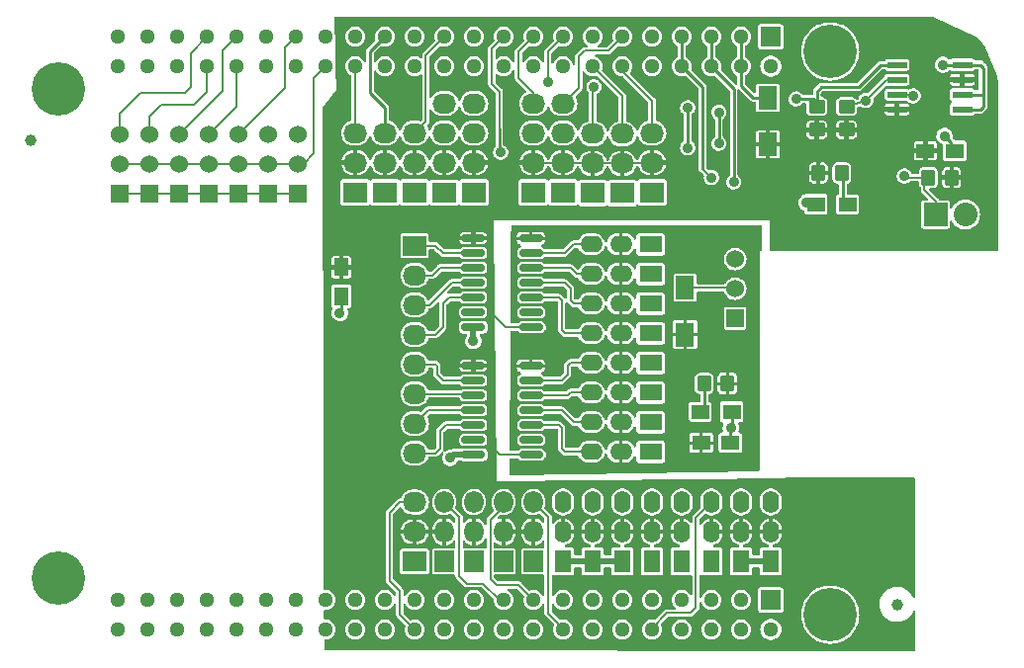
<source format=gtl>
%TF.GenerationSoftware,KiCad,Pcbnew,(6.0.1)*%
%TF.CreationDate,2022-05-20T18:41:21-04:00*%
%TF.ProjectId,BBB-GVS-4,4242422d-4756-4532-9d34-2e6b69636164,0.3*%
%TF.SameCoordinates,PX5962530PY32436e8*%
%TF.FileFunction,Copper,L1,Top*%
%TF.FilePolarity,Positive*%
%FSLAX46Y46*%
G04 Gerber Fmt 4.6, Leading zero omitted, Abs format (unit mm)*
G04 Created by KiCad (PCBNEW (6.0.1)) date 2022-05-20 18:41:21*
%MOMM*%
%LPD*%
G01*
G04 APERTURE LIST*
G04 Aperture macros list*
%AMRoundRect*
0 Rectangle with rounded corners*
0 $1 Rounding radius*
0 $2 $3 $4 $5 $6 $7 $8 $9 X,Y pos of 4 corners*
0 Add a 4 corners polygon primitive as box body*
4,1,4,$2,$3,$4,$5,$6,$7,$8,$9,$2,$3,0*
0 Add four circle primitives for the rounded corners*
1,1,$1+$1,$2,$3*
1,1,$1+$1,$4,$5*
1,1,$1+$1,$6,$7*
1,1,$1+$1,$8,$9*
0 Add four rect primitives between the rounded corners*
20,1,$1+$1,$2,$3,$4,$5,0*
20,1,$1+$1,$4,$5,$6,$7,0*
20,1,$1+$1,$6,$7,$8,$9,0*
20,1,$1+$1,$8,$9,$2,$3,0*%
G04 Aperture macros list end*
%TA.AperFunction,ComponentPad*%
%ADD10R,1.524000X1.524000*%
%TD*%
%TA.AperFunction,ComponentPad*%
%ADD11C,1.524000*%
%TD*%
%TA.AperFunction,SMDPad,CuDef*%
%ADD12C,1.000000*%
%TD*%
%TA.AperFunction,SMDPad,CuDef*%
%ADD13R,1.651000X0.599440*%
%TD*%
%TA.AperFunction,ComponentPad*%
%ADD14R,2.032000X1.727200*%
%TD*%
%TA.AperFunction,ComponentPad*%
%ADD15O,2.032000X1.727200*%
%TD*%
%TA.AperFunction,ComponentPad*%
%ADD16R,1.651000X1.651000*%
%TD*%
%TA.AperFunction,ComponentPad*%
%ADD17C,1.300480*%
%TD*%
%TA.AperFunction,ComponentPad*%
%ADD18C,4.572000*%
%TD*%
%TA.AperFunction,ComponentPad*%
%ADD19R,2.032000X2.032000*%
%TD*%
%TA.AperFunction,ComponentPad*%
%ADD20O,2.032000X2.032000*%
%TD*%
%TA.AperFunction,SMDPad,CuDef*%
%ADD21RoundRect,0.250000X-0.350000X-0.450000X0.350000X-0.450000X0.350000X0.450000X-0.350000X0.450000X0*%
%TD*%
%TA.AperFunction,SMDPad,CuDef*%
%ADD22RoundRect,0.250000X0.350000X0.450000X-0.350000X0.450000X-0.350000X-0.450000X0.350000X-0.450000X0*%
%TD*%
%TA.AperFunction,SMDPad,CuDef*%
%ADD23RoundRect,0.250000X0.450000X-0.350000X0.450000X0.350000X-0.450000X0.350000X-0.450000X-0.350000X0*%
%TD*%
%TA.AperFunction,SMDPad,CuDef*%
%ADD24R,1.500000X1.250000*%
%TD*%
%TA.AperFunction,SMDPad,CuDef*%
%ADD25R,1.250000X1.500000*%
%TD*%
%TA.AperFunction,SMDPad,CuDef*%
%ADD26R,1.500000X1.300000*%
%TD*%
%TA.AperFunction,SMDPad,CuDef*%
%ADD27R,1.600000X2.000000*%
%TD*%
%TA.AperFunction,ComponentPad*%
%ADD28R,1.905000X1.422400*%
%TD*%
%TA.AperFunction,ComponentPad*%
%ADD29O,1.905000X1.422400*%
%TD*%
%TA.AperFunction,ComponentPad*%
%ADD30R,1.422400X1.905000*%
%TD*%
%TA.AperFunction,ComponentPad*%
%ADD31O,1.422400X1.905000*%
%TD*%
%TA.AperFunction,ComponentPad*%
%ADD32R,1.651000X1.905000*%
%TD*%
%TA.AperFunction,ComponentPad*%
%ADD33O,1.651000X1.905000*%
%TD*%
%TA.AperFunction,SMDPad,CuDef*%
%ADD34RoundRect,0.150000X-0.825000X-0.150000X0.825000X-0.150000X0.825000X0.150000X-0.825000X0.150000X0*%
%TD*%
%TA.AperFunction,ViaPad*%
%ADD35C,0.889000*%
%TD*%
%TA.AperFunction,Conductor*%
%ADD36C,0.203200*%
%TD*%
%TA.AperFunction,Conductor*%
%ADD37C,0.254000*%
%TD*%
%TA.AperFunction,Conductor*%
%ADD38C,0.508000*%
%TD*%
G04 APERTURE END LIST*
D10*
%TO.P,A6,1,P1*%
%TO.N,GNDA_ADC*%
X26162000Y-15367000D03*
D11*
%TO.P,A6,2,PM*%
%TO.N,VDD_ADC*%
X26162000Y-12827000D03*
%TO.P,A6,3,P3*%
%TO.N,AIN6*%
X26162000Y-10287000D03*
%TD*%
D10*
%TO.P,A5,1,P1*%
%TO.N,GNDA_ADC*%
X23622000Y-15367000D03*
D11*
%TO.P,A5,2,PM*%
%TO.N,VDD_ADC*%
X23622000Y-12827000D03*
%TO.P,A5,3,P3*%
%TO.N,AIN5*%
X23622000Y-10287000D03*
%TD*%
D10*
%TO.P,A4,1,P1*%
%TO.N,GNDA_ADC*%
X21082000Y-15367000D03*
D11*
%TO.P,A4,2,PM*%
%TO.N,VDD_ADC*%
X21082000Y-12827000D03*
%TO.P,A4,3,P3*%
%TO.N,AIN4*%
X21082000Y-10287000D03*
%TD*%
D10*
%TO.P,A0,1,P1*%
%TO.N,GNDA_ADC*%
X10922000Y-15367000D03*
D11*
%TO.P,A0,2,PM*%
%TO.N,VDD_ADC*%
X10922000Y-12827000D03*
%TO.P,A0,3,P3*%
%TO.N,AIN0*%
X10922000Y-10287000D03*
%TD*%
D10*
%TO.P,A1,1,P1*%
%TO.N,GNDA_ADC*%
X13462000Y-15367000D03*
D11*
%TO.P,A1,2,PM*%
%TO.N,VDD_ADC*%
X13462000Y-12827000D03*
%TO.P,A1,3,P3*%
%TO.N,AIN1*%
X13462000Y-10287000D03*
%TD*%
D10*
%TO.P,A3,1,P1*%
%TO.N,GNDA_ADC*%
X18542000Y-15367000D03*
D11*
%TO.P,A3,2,PM*%
%TO.N,VDD_ADC*%
X18542000Y-12827000D03*
%TO.P,A3,3,P3*%
%TO.N,AIN3*%
X18542000Y-10287000D03*
%TD*%
D10*
%TO.P,A2,1,P1*%
%TO.N,GNDA_ADC*%
X16002000Y-15367000D03*
D11*
%TO.P,A2,2,PM*%
%TO.N,VDD_ADC*%
X16002000Y-12827000D03*
%TO.P,A2,3,P3*%
%TO.N,AIN2*%
X16002000Y-10287000D03*
%TD*%
D10*
%TO.P,J25,1,P1*%
%TO.N,SYS_5V*%
X63627000Y-26035000D03*
D11*
%TO.P,J25,2,PM*%
%TO.N,/BBB EEPROM Power Etc/F5VDD*%
X63627000Y-23495000D03*
%TO.P,J25,3,P3*%
%TO.N,VDD_5V-UF*%
X63627000Y-20955000D03*
%TD*%
D12*
%TO.P,FID1,1,1*%
%TO.N,unconnected-(FID1-Pad1)*%
X77470000Y-50546000D03*
%TD*%
%TO.P,FID2,1,1*%
%TO.N,unconnected-(FID2-Pad1)*%
X3302000Y-10795000D03*
%TD*%
D13*
%TO.P,U1,1,A0*%
%TO.N,GND*%
X83058000Y-8128000D03*
%TO.P,U1,2,A1*%
X83058000Y-6858000D03*
%TO.P,U1,3,A2*%
%TO.N,VCC_3V3EXP*%
X83058000Y-5588000D03*
%TO.P,U1,4,GND*%
%TO.N,GND*%
X83058000Y-4318000D03*
%TO.P,U1,5,SDA*%
%TO.N,I2C2_SDA*%
X77470000Y-4318000D03*
%TO.P,U1,6,SCL*%
%TO.N,I2C2_SCL*%
X77470000Y-5588000D03*
%TO.P,U1,7,WP*%
%TO.N,Net-(J11-Pad1)*%
X77470000Y-6858000D03*
%TO.P,U1,8,VCC*%
%TO.N,VCC_3V3EXP*%
X77470000Y-8128000D03*
%TD*%
D14*
%TO.P,P1,1,P1*%
%TO.N,Net-(P1-Pad1)*%
X36195000Y-19812000D03*
D15*
%TO.P,P1,2,P2*%
%TO.N,Net-(P1-Pad2)*%
X36195000Y-22352000D03*
%TO.P,P1,3,P3*%
%TO.N,Net-(P1-Pad3)*%
X36195000Y-24892000D03*
%TO.P,P1,4,P4*%
%TO.N,Net-(P1-Pad4)*%
X36195000Y-27432000D03*
%TO.P,P1,5,P5*%
%TO.N,Net-(P1-Pad5)*%
X36195000Y-29972000D03*
%TO.P,P1,6,P6*%
%TO.N,Net-(P1-Pad6)*%
X36195000Y-32512000D03*
%TO.P,P1,7,P7*%
%TO.N,Net-(P1-Pad7)*%
X36195000Y-35052000D03*
%TO.P,P1,8,P8*%
%TO.N,Net-(P1-Pad8)*%
X36195000Y-37592000D03*
%TD*%
D14*
%TO.P,J12,1,P1*%
%TO.N,GND*%
X36195000Y-46863000D03*
D15*
%TO.P,J12,2,PM*%
%TO.N,VCC_3V3EXP*%
X36195000Y-44323000D03*
%TO.P,J12,3,P3*%
%TO.N,/P8 Connector/GPIO1_29*%
X36195000Y-41783000D03*
%TD*%
D14*
%TO.P,J4,1,P1*%
%TO.N,GND*%
X38735000Y-15255000D03*
D15*
%TO.P,J4,2,P2*%
%TO.N,VCC_3V3EXP*%
X38735000Y-12715000D03*
%TO.P,J4,3,P3*%
%TO.N,/P9 Connector/UART1_RXD*%
X38735000Y-10175000D03*
%TO.P,J4,4,P4*%
%TO.N,/P9 Connector/UART1_TXD*%
X38735000Y-7635000D03*
%TD*%
D14*
%TO.P,J7,1,P1*%
%TO.N,GND*%
X48895000Y-15240000D03*
D15*
%TO.P,J7,2,P2*%
%TO.N,VCC_3V3EXP*%
X48895000Y-12700000D03*
%TO.P,J7,3,P3*%
%TO.N,/P9 Connector/UART4_TXD*%
X48895000Y-10160000D03*
%TO.P,J7,4,P4*%
%TO.N,/P9 Connector/UART4_RXD*%
X48895000Y-7620000D03*
%TD*%
D14*
%TO.P,J6,1,P1*%
%TO.N,GND*%
X46355000Y-15240000D03*
D15*
%TO.P,J6,2,P2*%
%TO.N,VCC_3V3EXP*%
X46355000Y-12700000D03*
%TO.P,J6,3,P3*%
%TO.N,/P9 Connector/I2C1_SDA*%
X46355000Y-10160000D03*
%TO.P,J6,4,P4*%
%TO.N,/P9 Connector/I2C1_SCL*%
X46355000Y-7620000D03*
%TD*%
D14*
%TO.P,J5,1,P1*%
%TO.N,GND*%
X41275000Y-15240000D03*
D15*
%TO.P,J5,2,P2*%
%TO.N,VCC_3V3EXP*%
X41275000Y-12700000D03*
%TO.P,J5,3,P3*%
%TO.N,/P9 Connector/UART2_TXD*%
X41275000Y-10160000D03*
%TO.P,J5,4,P4*%
%TO.N,/P9 Connector/UART2_RXD*%
X41275000Y-7620000D03*
%TD*%
D14*
%TO.P,J8,1,P1*%
%TO.N,GND*%
X51435000Y-15300800D03*
D15*
%TO.P,J8,2,PM*%
%TO.N,VCC_3V3EXP*%
X51435000Y-12760800D03*
%TO.P,J8,3,P3*%
%TO.N,/P9 Connector/GPIO1_16*%
X51435000Y-10220800D03*
%TD*%
D14*
%TO.P,J3,1,P1*%
%TO.N,GND*%
X36195000Y-15240000D03*
D15*
%TO.P,J3,2,PM*%
%TO.N,VCC_3V3EXP*%
X36195000Y-12700000D03*
%TO.P,J3,3,P3*%
%TO.N,/P9 Connector/GPIO1_17*%
X36195000Y-10160000D03*
%TD*%
D14*
%TO.P,J2,1,P1*%
%TO.N,GND*%
X33655000Y-15240000D03*
D15*
%TO.P,J2,2,PM*%
%TO.N,VCC_3V3EXP*%
X33655000Y-12700000D03*
%TO.P,J2,3,P3*%
%TO.N,/P9 Connector/GPIO3_19*%
X33655000Y-10160000D03*
%TD*%
D14*
%TO.P,J10,1,P1*%
%TO.N,GND*%
X56515000Y-15240000D03*
D15*
%TO.P,J10,2,PM*%
%TO.N,VCC_3V3EXP*%
X56515000Y-12700000D03*
%TO.P,J10,3,P3*%
%TO.N,/P9 Connector/GPIO1_28*%
X56515000Y-10160000D03*
%TD*%
D14*
%TO.P,J9,1,P1*%
%TO.N,GND*%
X53975000Y-15316200D03*
D15*
%TO.P,J9,2,PM*%
%TO.N,VCC_3V3EXP*%
X53975000Y-12776200D03*
%TO.P,J9,3,P3*%
%TO.N,/P9 Connector/EHRPWM1A*%
X53975000Y-10236200D03*
%TD*%
D14*
%TO.P,J1,1,P1*%
%TO.N,GND*%
X31115000Y-15240000D03*
D15*
%TO.P,J1,2,PM*%
%TO.N,VCC_3V3EXP*%
X31115000Y-12700000D03*
%TO.P,J1,3,P3*%
%TO.N,/P9 Connector/SPI1_D1*%
X31115000Y-10160000D03*
%TD*%
D16*
%TO.P,BRD1,B1,DGND*%
%TO.N,GND*%
X66675000Y-50165000D03*
D17*
%TO.P,BRD1,B2,DGND*%
X66675000Y-52705000D03*
%TO.P,BRD1,B3,GPIO1_6*%
%TO.N,unconnected-(BRD1-PadB3)*%
X64135000Y-50165000D03*
%TO.P,BRD1,B4,GPIO1_7*%
%TO.N,unconnected-(BRD1-PadB4)*%
X64135000Y-52705000D03*
%TO.P,BRD1,B5,GPIO1_2*%
%TO.N,unconnected-(BRD1-PadB5)*%
X61595000Y-50165000D03*
%TO.P,BRD1,B6,GPIO1_3*%
%TO.N,unconnected-(BRD1-PadB6)*%
X61595000Y-52705000D03*
%TO.P,BRD1,B7,TIMER4*%
%TO.N,/P8 Connector/TIMER4*%
X59055000Y-50165000D03*
%TO.P,BRD1,B8,TIMER7*%
%TO.N,/P8 Connector/TIMER7*%
X59055000Y-52705000D03*
%TO.P,BRD1,B9,TIMER5*%
%TO.N,/P8 Connector/TIMER5*%
X56515000Y-50165000D03*
%TO.P,BRD1,B10,TIMER6*%
%TO.N,/P8 Connector/TIMER6*%
X56515000Y-52705000D03*
%TO.P,BRD1,B11,GPIO1_13*%
%TO.N,/P8 Connector/GPIO1_13*%
X53975000Y-50165000D03*
%TO.P,BRD1,B12,GPIO1_12*%
%TO.N,/P8 Connector/GPIO1_12*%
X53975000Y-52705000D03*
%TO.P,BRD1,B13,EHRPWM2B*%
%TO.N,/P8 Connector/EHRPWM2B*%
X51435000Y-50165000D03*
%TO.P,BRD1,B14,GPIO0_26*%
%TO.N,/P8 Connector/GPIO0_26*%
X51435000Y-52705000D03*
%TO.P,BRD1,B15,GPIO1_15*%
%TO.N,/P8 Connector/GPIO1_15*%
X48895000Y-50165000D03*
%TO.P,BRD1,B16,GPIO1_14*%
%TO.N,/P8 Connector/GPIO1_14*%
X48895000Y-52705000D03*
%TO.P,BRD1,B17,GPIO0_27*%
%TO.N,/P8 Connector/GPIO0_27*%
X46355000Y-50165000D03*
%TO.P,BRD1,B18,GPIO2_1*%
%TO.N,/P8 Connector/GPIO2_1*%
X46355000Y-52705000D03*
%TO.P,BRD1,B19,EHRPWM2A*%
%TO.N,/P8 Connector/EHRPWM2A*%
X43815000Y-50165000D03*
%TO.P,BRD1,B20,GPIO1_31*%
%TO.N,unconnected-(BRD1-PadB20)*%
X43815000Y-52705000D03*
%TO.P,BRD1,B21,GPIO1_30*%
%TO.N,unconnected-(BRD1-PadB21)*%
X41275000Y-50165000D03*
%TO.P,BRD1,B22,GPIO1_5*%
%TO.N,unconnected-(BRD1-PadB22)*%
X41275000Y-52705000D03*
%TO.P,BRD1,B23,GPIO1_4*%
%TO.N,unconnected-(BRD1-PadB23)*%
X38735000Y-50165000D03*
%TO.P,BRD1,B24,GPIO1_1*%
%TO.N,unconnected-(BRD1-PadB24)*%
X38735000Y-52705000D03*
%TO.P,BRD1,B25,GPIO1_0*%
%TO.N,unconnected-(BRD1-PadB25)*%
X36195000Y-50165000D03*
%TO.P,BRD1,B26,GPIO1_29*%
%TO.N,/P8 Connector/GPIO1_29*%
X36195000Y-52705000D03*
%TO.P,BRD1,B27,GPIO2_22*%
%TO.N,unconnected-(BRD1-PadB27)*%
X33655000Y-50165000D03*
%TO.P,BRD1,B28,GPIO2_24*%
%TO.N,unconnected-(BRD1-PadB28)*%
X33655000Y-52705000D03*
%TO.P,BRD1,B29,GPIO2_23*%
%TO.N,unconnected-(BRD1-PadB29)*%
X31115000Y-50165000D03*
%TO.P,BRD1,B30,GPIO2_25*%
%TO.N,unconnected-(BRD1-PadB30)*%
X31115000Y-52705000D03*
%TO.P,BRD1,B31,UART5_CTSN*%
%TO.N,unconnected-(BRD1-PadB31)*%
X28575000Y-50165000D03*
%TO.P,BRD1,B32,UART5_RTSN*%
%TO.N,unconnected-(BRD1-PadB32)*%
X28575000Y-52705000D03*
%TO.P,BRD1,B33,UART4_RTSN*%
%TO.N,unconnected-(BRD1-PadB33)*%
X26035000Y-50165000D03*
%TO.P,BRD1,B34,UART3_RTSN*%
%TO.N,unconnected-(BRD1-PadB34)*%
X26035000Y-52705000D03*
%TO.P,BRD1,B35,UART4_CTSN*%
%TO.N,unconnected-(BRD1-PadB35)*%
X23495000Y-50165000D03*
%TO.P,BRD1,B36,UART3_CTSN*%
%TO.N,unconnected-(BRD1-PadB36)*%
X23495000Y-52705000D03*
%TO.P,BRD1,B37,UART5_TXD*%
%TO.N,unconnected-(BRD1-PadB37)*%
X20955000Y-50165000D03*
%TO.P,BRD1,B38,UART5_RXD*%
%TO.N,unconnected-(BRD1-PadB38)*%
X20955000Y-52705000D03*
%TO.P,BRD1,B39,GPIO2_12*%
%TO.N,unconnected-(BRD1-PadB39)*%
X18415000Y-50165000D03*
%TO.P,BRD1,B40,GPIO2_13*%
%TO.N,unconnected-(BRD1-PadB40)*%
X18415000Y-52705000D03*
%TO.P,BRD1,B41,GPIO2_10*%
%TO.N,unconnected-(BRD1-PadB41)*%
X15875000Y-50165000D03*
%TO.P,BRD1,B42,GPIO2_11*%
%TO.N,unconnected-(BRD1-PadB42)*%
X15875000Y-52705000D03*
%TO.P,BRD1,B43,GPIO2_8*%
%TO.N,unconnected-(BRD1-PadB43)*%
X13335000Y-50165000D03*
%TO.P,BRD1,B44,GPIO2_9*%
%TO.N,unconnected-(BRD1-PadB44)*%
X13335000Y-52705000D03*
%TO.P,BRD1,B45,GPIO2_6*%
%TO.N,unconnected-(BRD1-PadB45)*%
X10795000Y-50165000D03*
%TO.P,BRD1,B46,GPIO2_7*%
%TO.N,unconnected-(BRD1-PadB46)*%
X10795000Y-52705000D03*
D16*
%TO.P,BRD1,C1,DGND*%
%TO.N,GND*%
X66675000Y-1905000D03*
D17*
%TO.P,BRD1,C2,DGND*%
X66675000Y-4445000D03*
%TO.P,BRD1,C3,VDD_3V3EXP*%
%TO.N,VDD_3V3-UF*%
X64135000Y-1905000D03*
%TO.P,BRD1,C4,VDD_3V3EXP*%
X64135000Y-4445000D03*
%TO.P,BRD1,C5,VDD_5V*%
%TO.N,VDD_5V-UF*%
X61595000Y-1905000D03*
%TO.P,BRD1,C6,VDD_5V*%
X61595000Y-4445000D03*
%TO.P,BRD1,C7,SYS_5V*%
%TO.N,SYS_5V*%
X59055000Y-1905000D03*
%TO.P,BRD1,C8,SYS_5V*%
X59055000Y-4445000D03*
%TO.P,BRD1,C9,PWR_BUT*%
%TO.N,/P9 Connector/PWR_BUT*%
X56515000Y-1905000D03*
%TO.P,BRD1,C10,SYS_RESETn*%
%TO.N,/P9 Connector/SYS_RESETn*%
X56515000Y-4445000D03*
%TO.P,BRD1,C11,UART4_RXD*%
%TO.N,/P9 Connector/UART4_RXD*%
X53975000Y-1905000D03*
%TO.P,BRD1,C12,GPIO1_28*%
%TO.N,/P9 Connector/GPIO1_28*%
X53975000Y-4445000D03*
%TO.P,BRD1,C13,UART4_TXD*%
%TO.N,/P9 Connector/UART4_TXD*%
X51435000Y-1905000D03*
%TO.P,BRD1,C14,EHRPWM1A*%
%TO.N,/P9 Connector/EHRPWM1A*%
X51435000Y-4445000D03*
%TO.P,BRD1,C15,GPIO1_16*%
%TO.N,/P9 Connector/GPIO1_16*%
X48895000Y-1905000D03*
%TO.P,BRD1,C16,EHRPWM1B*%
%TO.N,/P9 Connector/EHRPWM1B*%
X48895000Y-4445000D03*
%TO.P,BRD1,C17,I2C1_SCL*%
%TO.N,/P9 Connector/I2C1_SCL*%
X46355000Y-1905000D03*
%TO.P,BRD1,C18,I2C1_SDA*%
%TO.N,/P9 Connector/I2C1_SDA*%
X46355000Y-4445000D03*
%TO.P,BRD1,C19,I2C2_SCL*%
%TO.N,I2C2_SCL*%
X43815000Y-1905000D03*
%TO.P,BRD1,C20,I2C2_SDA*%
%TO.N,I2C2_SDA*%
X43815000Y-4445000D03*
%TO.P,BRD1,C21,UART2_TXD*%
%TO.N,/P9 Connector/UART2_TXD*%
X41275000Y-1905000D03*
%TO.P,BRD1,C22,UART2_RXD*%
%TO.N,/P9 Connector/UART2_RXD*%
X41275000Y-4445000D03*
%TO.P,BRD1,C23,GPIO1_17*%
%TO.N,/P9 Connector/GPIO1_17*%
X38735000Y-1905000D03*
%TO.P,BRD1,C24,UART1_TXD*%
%TO.N,/P9 Connector/UART1_TXD*%
X38735000Y-4445000D03*
%TO.P,BRD1,C25,GPIO3_21*%
%TO.N,unconnected-(BRD1-PadC25)*%
X36195000Y-1905000D03*
%TO.P,BRD1,C26,UART1_RXD*%
%TO.N,/P9 Connector/UART1_RXD*%
X36195000Y-4445000D03*
%TO.P,BRD1,C27,GPIO3_19*%
%TO.N,/P9 Connector/GPIO3_19*%
X33655000Y-1905000D03*
%TO.P,BRD1,C28,SPI1_CS0*%
%TO.N,unconnected-(BRD1-PadC28)*%
X33655000Y-4445000D03*
%TO.P,BRD1,C29,SPI1_D0*%
%TO.N,unconnected-(BRD1-PadC29)*%
X31115000Y-1905000D03*
%TO.P,BRD1,C30,SPI1_D1*%
%TO.N,/P9 Connector/SPI1_D1*%
X31115000Y-4445000D03*
%TO.P,BRD1,C31,SPI1_SCLK*%
%TO.N,unconnected-(BRD1-PadC31)*%
X28575000Y-1905000D03*
%TO.P,BRD1,C32,VDD_ADC*%
%TO.N,VDD_ADC*%
X28575000Y-4445000D03*
%TO.P,BRD1,C33,AIN4*%
%TO.N,AIN4*%
X26035000Y-1905000D03*
%TO.P,BRD1,C34,GNDA_ADC*%
%TO.N,GNDA_ADC*%
X26035000Y-4445000D03*
%TO.P,BRD1,C35,AIN6*%
%TO.N,AIN6*%
X23495000Y-1905000D03*
%TO.P,BRD1,C36,AIN5*%
%TO.N,AIN5*%
X23495000Y-4445000D03*
%TO.P,BRD1,C37,AIN2*%
%TO.N,AIN2*%
X20955000Y-1905000D03*
%TO.P,BRD1,C38,AIN3*%
%TO.N,AIN3*%
X20955000Y-4445000D03*
%TO.P,BRD1,C39,AIN0*%
%TO.N,AIN0*%
X18415000Y-1905000D03*
%TO.P,BRD1,C40,AIN1*%
%TO.N,AIN1*%
X18415000Y-4445000D03*
%TO.P,BRD1,C41,CLKOUT2*%
%TO.N,/P9 Connector/CLKOUT2*%
X15875000Y-1905000D03*
%TO.P,BRD1,C42,GPIO0_7*%
%TO.N,/P9 Connector/GPIO0_7*%
X15875000Y-4445000D03*
%TO.P,BRD1,C43,DGND*%
%TO.N,GND*%
X13335000Y-1905000D03*
%TO.P,BRD1,C44,DGND*%
X13335000Y-4445000D03*
%TO.P,BRD1,C45,DGND*%
X10795000Y-1905000D03*
%TO.P,BRD1,C46,DGND*%
X10795000Y-4445000D03*
D18*
%TO.P,BRD1,M1*%
%TO.N,N/C*%
X5715000Y-6350000D03*
%TO.P,BRD1,M2*%
X71755000Y-3175000D03*
%TO.P,BRD1,M3*%
X71755000Y-51435000D03*
%TO.P,BRD1,M4*%
X5715000Y-48260000D03*
%TD*%
D19*
%TO.P,J11,1,P1*%
%TO.N,Net-(J11-Pad1)*%
X80772000Y-17145000D03*
D20*
%TO.P,J11,2,PM*%
%TO.N,GND*%
X83312000Y-17145000D03*
%TD*%
D21*
%TO.P,R3,1*%
%TO.N,VCC_3V3EXP*%
X70755000Y-13589000D03*
%TO.P,R3,2*%
%TO.N,Net-(D1-Pad1)*%
X72755000Y-13589000D03*
%TD*%
D22*
%TO.P,R5,1*%
%TO.N,VDD_5V*%
X62976000Y-31623000D03*
%TO.P,R5,2*%
%TO.N,Net-(D2-Pad1)*%
X60976000Y-31623000D03*
%TD*%
%TO.P,R4,1*%
%TO.N,VCC_3V3EXP*%
X82153000Y-13970000D03*
%TO.P,R4,2*%
%TO.N,Net-(J11-Pad1)*%
X80153000Y-13970000D03*
%TD*%
D23*
%TO.P,R2,1*%
%TO.N,VCC_3V3EXP*%
X73152000Y-9890000D03*
%TO.P,R2,2*%
%TO.N,I2C2_SCL*%
X73152000Y-7890000D03*
%TD*%
%TO.P,R1,1*%
%TO.N,VCC_3V3EXP*%
X70612000Y-9890000D03*
%TO.P,R1,2*%
%TO.N,I2C2_SDA*%
X70612000Y-7890000D03*
%TD*%
D24*
%TO.P,C1,1*%
%TO.N,VCC_3V3EXP*%
X79903000Y-11684000D03*
%TO.P,C1,2*%
%TO.N,GND*%
X82403000Y-11684000D03*
%TD*%
D25*
%TO.P,C2,1*%
%TO.N,VCC_3V3EXP*%
X29921200Y-21660800D03*
%TO.P,C2,2*%
%TO.N,GND*%
X29921200Y-24160800D03*
%TD*%
D26*
%TO.P,D1,1,A*%
%TO.N,Net-(D1-Pad1)*%
X73232000Y-16256000D03*
%TO.P,D1,2,K*%
%TO.N,GND*%
X70532000Y-16256000D03*
%TD*%
%TO.P,D2,1,A*%
%TO.N,Net-(D2-Pad1)*%
X60626000Y-34036000D03*
%TO.P,D2,2,K*%
%TO.N,GND*%
X63326000Y-34036000D03*
%TD*%
D27*
%TO.P,F2,1*%
%TO.N,VDD_5V*%
X59334400Y-27425400D03*
%TO.P,F2,2*%
%TO.N,/BBB EEPROM Power Etc/F5VDD*%
X59334400Y-23425400D03*
%TD*%
%TO.P,F1,1*%
%TO.N,VCC_3V3EXP*%
X66421000Y-11144000D03*
%TO.P,F1,2*%
%TO.N,VDD_3V3-UF*%
X66421000Y-7144000D03*
%TD*%
D24*
%TO.P,C3,1*%
%TO.N,VDD_5V*%
X60726000Y-36703000D03*
%TO.P,C3,2*%
%TO.N,GND*%
X63226000Y-36703000D03*
%TD*%
D28*
%TO.P,J26,1,G*%
%TO.N,GND*%
X56388000Y-37465000D03*
D29*
%TO.P,J26,2,V*%
%TO.N,VDD_5V*%
X53848000Y-37465000D03*
%TO.P,J26,3,3*%
%TO.N,Net-(J26-Pad3)*%
X51308000Y-37465000D03*
D28*
%TO.P,J26,4,4*%
%TO.N,GND*%
X56388000Y-34925000D03*
D29*
%TO.P,J26,5,5*%
%TO.N,VDD_5V*%
X53848000Y-34925000D03*
%TO.P,J26,6,6*%
%TO.N,Net-(J26-Pad6)*%
X51308000Y-34925000D03*
D28*
%TO.P,J26,7,7*%
%TO.N,GND*%
X56388000Y-32385000D03*
D29*
%TO.P,J26,8,8*%
%TO.N,VDD_5V*%
X53848000Y-32385000D03*
%TO.P,J26,9,9*%
%TO.N,Net-(J26-Pad9)*%
X51308000Y-32385000D03*
D28*
%TO.P,J26,10,10*%
%TO.N,GND*%
X56388000Y-29845000D03*
D29*
%TO.P,J26,11,11*%
%TO.N,VDD_5V*%
X53848000Y-29845000D03*
%TO.P,J26,12,12*%
%TO.N,Net-(J26-Pad12)*%
X51308000Y-29845000D03*
D28*
%TO.P,J26,13,13*%
%TO.N,GND*%
X56388000Y-27305000D03*
D29*
%TO.P,J26,14,14*%
%TO.N,VDD_5V*%
X53848000Y-27305000D03*
%TO.P,J26,15,15*%
%TO.N,Net-(J26-Pad15)*%
X51308000Y-27305000D03*
D28*
%TO.P,J26,16,16*%
%TO.N,GND*%
X56388000Y-24765000D03*
D29*
%TO.P,J26,17,17*%
%TO.N,VDD_5V*%
X53848000Y-24765000D03*
%TO.P,J26,18,18*%
%TO.N,Net-(J26-Pad18)*%
X51308000Y-24765000D03*
D28*
%TO.P,J26,19,19*%
%TO.N,GND*%
X56388000Y-22225000D03*
D29*
%TO.P,J26,20,20*%
%TO.N,VDD_5V*%
X53848000Y-22225000D03*
%TO.P,J26,21,21*%
%TO.N,Net-(J26-Pad21)*%
X51308000Y-22225000D03*
D28*
%TO.P,J26,22,22*%
%TO.N,GND*%
X56388000Y-19685000D03*
D29*
%TO.P,J26,23,23*%
%TO.N,VDD_5V*%
X53848000Y-19685000D03*
%TO.P,J26,24,24*%
%TO.N,Net-(J26-Pad24)*%
X51308000Y-19685000D03*
%TD*%
D30*
%TO.P,J24,1,G*%
%TO.N,GND*%
X48895000Y-46863000D03*
D31*
%TO.P,J24,2,V*%
%TO.N,VCC_3V3EXP*%
X48895000Y-44323000D03*
%TO.P,J24,3,3*%
%TO.N,/P8 Connector/GPIO1_15*%
X48895000Y-41783000D03*
D30*
%TO.P,J24,4,4*%
%TO.N,GND*%
X51435000Y-46863000D03*
D31*
%TO.P,J24,5,5*%
%TO.N,VCC_3V3EXP*%
X51435000Y-44323000D03*
%TO.P,J24,6,6*%
%TO.N,/P8 Connector/EHRPWM2B*%
X51435000Y-41783000D03*
D30*
%TO.P,J24,7,7*%
%TO.N,GND*%
X53975000Y-46863000D03*
D31*
%TO.P,J24,8,8*%
%TO.N,VCC_3V3EXP*%
X53975000Y-44323000D03*
%TO.P,J24,9,9*%
%TO.N,/P8 Connector/GPIO1_12*%
X53975000Y-41783000D03*
D30*
%TO.P,J24,10,10*%
%TO.N,GND*%
X56515000Y-46863000D03*
D31*
%TO.P,J24,11,11*%
%TO.N,VCC_3V3EXP*%
X56515000Y-44323000D03*
%TO.P,J24,12,12*%
%TO.N,/P8 Connector/GPIO1_13*%
X56515000Y-41783000D03*
D30*
%TO.P,J24,13,13*%
%TO.N,GND*%
X59055000Y-46863000D03*
D31*
%TO.P,J24,14,14*%
%TO.N,VCC_3V3EXP*%
X59055000Y-44323000D03*
%TO.P,J24,15,15*%
%TO.N,/P8 Connector/TIMER5*%
X59055000Y-41783000D03*
D30*
%TO.P,J24,16,16*%
%TO.N,GND*%
X61595000Y-46863000D03*
D31*
%TO.P,J24,17,17*%
%TO.N,VCC_3V3EXP*%
X61595000Y-44323000D03*
%TO.P,J24,18,18*%
%TO.N,/P8 Connector/TIMER6*%
X61595000Y-41783000D03*
D30*
%TO.P,J24,19,19*%
%TO.N,GND*%
X64135000Y-46863000D03*
D31*
%TO.P,J24,20,20*%
%TO.N,VCC_3V3EXP*%
X64135000Y-44323000D03*
%TO.P,J24,21,21*%
%TO.N,/P8 Connector/TIMER4*%
X64135000Y-41783000D03*
D30*
%TO.P,J24,22,22*%
%TO.N,GND*%
X66675000Y-46863000D03*
D31*
%TO.P,J24,23,23*%
%TO.N,VCC_3V3EXP*%
X66675000Y-44323000D03*
%TO.P,J24,24,24*%
%TO.N,/P8 Connector/TIMER7*%
X66675000Y-41783000D03*
%TD*%
D32*
%TO.P,J16,1,G*%
%TO.N,GND*%
X38735000Y-46863000D03*
D33*
%TO.P,J16,2,V*%
%TO.N,VCC_3V3EXP*%
X38735000Y-44323000D03*
%TO.P,J16,3,3*%
%TO.N,/P8 Connector/EHRPWM2A*%
X38735000Y-41783000D03*
D32*
%TO.P,J16,4,4*%
%TO.N,GND*%
X41275000Y-46863000D03*
D33*
%TO.P,J16,5,5*%
%TO.N,VCC_3V3EXP*%
X41275000Y-44323000D03*
%TO.P,J16,6,6*%
%TO.N,/P8 Connector/GPIO2_1*%
X41275000Y-41783000D03*
D32*
%TO.P,J16,7,7*%
%TO.N,GND*%
X43815000Y-46863000D03*
D33*
%TO.P,J16,8,8*%
%TO.N,VCC_3V3EXP*%
X43815000Y-44323000D03*
%TO.P,J16,9,9*%
%TO.N,/P8 Connector/GPIO0_27*%
X43815000Y-41783000D03*
D32*
%TO.P,J16,10,10*%
%TO.N,GND*%
X46355000Y-46863000D03*
D33*
%TO.P,J16,11,11*%
%TO.N,VCC_3V3EXP*%
X46355000Y-44323000D03*
%TO.P,J16,12,12*%
%TO.N,/P8 Connector/GPIO1_14*%
X46355000Y-41783000D03*
%TD*%
D34*
%TO.P,U5,1,VCCA(LV)*%
%TO.N,VCC_3V3EXP*%
X41213000Y-30099000D03*
%TO.P,U5,2,A1*%
%TO.N,Net-(P1-Pad5)*%
X41213000Y-31369000D03*
%TO.P,U5,3,A2*%
%TO.N,Net-(P1-Pad6)*%
X41213000Y-32639000D03*
%TO.P,U5,4,A3*%
%TO.N,Net-(P1-Pad7)*%
X41213000Y-33909000D03*
%TO.P,U5,5,A4*%
%TO.N,Net-(P1-Pad8)*%
X41213000Y-35179000D03*
%TO.P,U5,6*%
%TO.N,N/C*%
X41213000Y-36449000D03*
%TO.P,U5,7,GND*%
%TO.N,GND*%
X41213000Y-37719000D03*
%TO.P,U5,8,OE*%
%TO.N,VCC_3V3EXP*%
X46163000Y-37719000D03*
%TO.P,U5,9*%
%TO.N,N/C*%
X46163000Y-36449000D03*
%TO.P,U5,10,B4*%
%TO.N,Net-(J26-Pad3)*%
X46163000Y-35179000D03*
%TO.P,U5,11,B3*%
%TO.N,Net-(J26-Pad6)*%
X46163000Y-33909000D03*
%TO.P,U5,12,B2*%
%TO.N,Net-(J26-Pad9)*%
X46163000Y-32639000D03*
%TO.P,U5,13,B1*%
%TO.N,Net-(J26-Pad12)*%
X46163000Y-31369000D03*
%TO.P,U5,14,VCCB(HV)*%
%TO.N,VDD_5V*%
X46163000Y-30099000D03*
%TD*%
%TO.P,U4,1,VCCA(LV)*%
%TO.N,VCC_3V3EXP*%
X41213000Y-19177000D03*
%TO.P,U4,2,A1*%
%TO.N,Net-(P1-Pad1)*%
X41213000Y-20447000D03*
%TO.P,U4,3,A2*%
%TO.N,Net-(P1-Pad2)*%
X41213000Y-21717000D03*
%TO.P,U4,4,A3*%
%TO.N,Net-(P1-Pad3)*%
X41213000Y-22987000D03*
%TO.P,U4,5,A4*%
%TO.N,Net-(P1-Pad4)*%
X41213000Y-24257000D03*
%TO.P,U4,6*%
%TO.N,N/C*%
X41213000Y-25527000D03*
%TO.P,U4,7,GND*%
%TO.N,GND*%
X41213000Y-26797000D03*
%TO.P,U4,8,OE*%
%TO.N,VCC_3V3EXP*%
X46163000Y-26797000D03*
%TO.P,U4,9*%
%TO.N,N/C*%
X46163000Y-25527000D03*
%TO.P,U4,10,B4*%
%TO.N,Net-(J26-Pad15)*%
X46163000Y-24257000D03*
%TO.P,U4,11,B3*%
%TO.N,Net-(J26-Pad18)*%
X46163000Y-22987000D03*
%TO.P,U4,12,B2*%
%TO.N,Net-(J26-Pad21)*%
X46163000Y-21717000D03*
%TO.P,U4,13,B1*%
%TO.N,Net-(J26-Pad24)*%
X46163000Y-20447000D03*
%TO.P,U4,14,VCCB(HV)*%
%TO.N,VDD_5V*%
X46163000Y-19177000D03*
%TD*%
D35*
%TO.N,GND*%
X81534000Y-10414000D03*
X63246000Y-35433000D03*
X39243000Y-37998400D03*
X69723000Y-16129000D03*
X81407000Y-4318000D03*
X41224200Y-27965400D03*
X29794200Y-25577800D03*
%TO.N,VDD_5V-UF*%
X63500000Y-14351000D03*
%TO.N,SYS_5V*%
X61595000Y-13970000D03*
%TO.N,/P9 Connector/GPIO1_16*%
X51536600Y-6197600D03*
X47625000Y-5816600D03*
%TO.N,I2C2_SCL*%
X62230000Y-8382000D03*
X62230000Y-11049000D03*
X74803000Y-7366000D03*
X43561000Y-11811000D03*
%TO.N,I2C2_SDA*%
X68834000Y-7239000D03*
X59563000Y-8001000D03*
X59563000Y-11430000D03*
%TO.N,Net-(J11-Pad1)*%
X78867000Y-6985000D03*
X78105000Y-13843000D03*
%TD*%
D36*
%TO.N,/BBB EEPROM Power Etc/F5VDD*%
X63557400Y-23425400D02*
X63627000Y-23495000D01*
X59334400Y-23425400D02*
X63557400Y-23425400D01*
D37*
%TO.N,GND*%
X84582000Y-8128000D02*
X84836000Y-7874000D01*
X84836000Y-7874000D02*
X84836000Y-6858000D01*
X84836000Y-4572000D02*
X84582000Y-4318000D01*
X84582000Y-4318000D02*
X83058000Y-4318000D01*
X84836000Y-6858000D02*
X84836000Y-4572000D01*
X82105500Y-10985500D02*
X81534000Y-10414000D01*
X69850000Y-16256000D02*
X69723000Y-16129000D01*
X63326000Y-35353000D02*
X63246000Y-35433000D01*
X63226000Y-35453000D02*
X63246000Y-35433000D01*
X29921200Y-25450800D02*
X29794200Y-25577800D01*
D38*
X51435000Y-46863000D02*
X53975000Y-46863000D01*
D37*
X83058000Y-8128000D02*
X84582000Y-8128000D01*
D38*
X41224200Y-27965400D02*
X41224200Y-26808200D01*
D37*
X70929500Y-16256000D02*
X69850000Y-16256000D01*
D38*
X48895000Y-46863000D02*
X51435000Y-46863000D01*
D37*
X83058000Y-4318000D02*
X81407000Y-4318000D01*
X63226000Y-36703000D02*
X63226000Y-35453000D01*
D38*
X41224200Y-26808200D02*
X41213000Y-26797000D01*
D37*
X83058000Y-6858000D02*
X84836000Y-6858000D01*
D38*
X64135000Y-46863000D02*
X66675000Y-46863000D01*
D37*
X29921200Y-24160800D02*
X29921200Y-25450800D01*
D38*
X39522400Y-37719000D02*
X39243000Y-37998400D01*
D37*
X82105500Y-11684000D02*
X82105500Y-10985500D01*
X63326000Y-35353000D02*
X63326000Y-34036000D01*
D38*
X41213000Y-37719000D02*
X39522400Y-37719000D01*
D37*
%TO.N,VDD_5V-UF*%
X63500000Y-6350000D02*
X61595000Y-4445000D01*
X61595000Y-1905000D02*
X61595000Y-4445000D01*
X63500000Y-14351000D02*
X63500000Y-6350000D01*
%TO.N,VDD_3V3-UF*%
X65183000Y-7144000D02*
X64135000Y-6096000D01*
X64135000Y-6096000D02*
X64135000Y-4445000D01*
X66421000Y-7144000D02*
X65183000Y-7144000D01*
X64135000Y-4445000D02*
X64135000Y-1905000D01*
%TO.N,SYS_5V*%
X60833000Y-13208000D02*
X60833000Y-12192000D01*
X60833000Y-6223000D02*
X59055000Y-4445000D01*
D36*
X61595000Y-13970000D02*
X60833000Y-13208000D01*
X60833000Y-13208000D02*
X60833000Y-12192000D01*
D37*
X60833000Y-12192000D02*
X60833000Y-6223000D01*
X59055000Y-1905000D02*
X59055000Y-4445000D01*
D36*
%TO.N,GNDA_ADC*%
X13462000Y-15367000D02*
X16002000Y-15367000D01*
X18542000Y-15367000D02*
X21082000Y-15367000D01*
X16002000Y-15367000D02*
X18542000Y-15367000D01*
X21082000Y-15367000D02*
X23622000Y-15367000D01*
X23622000Y-15367000D02*
X26162000Y-15367000D01*
X10922000Y-15367000D02*
X13462000Y-15367000D01*
%TO.N,AIN2*%
X19748500Y-3111500D02*
X20955000Y-1905000D01*
X19748500Y-6540500D02*
X19748500Y-3111500D01*
X16002000Y-10287000D02*
X19748500Y-6540500D01*
%TO.N,AIN1*%
X13462000Y-8763000D02*
X14478000Y-7747000D01*
X13462000Y-10287000D02*
X13462000Y-8763000D01*
X18415000Y-6604000D02*
X18415000Y-4445000D01*
X17272000Y-7747000D02*
X18415000Y-6604000D01*
X14478000Y-7747000D02*
X17272000Y-7747000D01*
D37*
%TO.N,Net-(D1-Pad1)*%
X72834500Y-16256000D02*
X72834500Y-13970000D01*
%TO.N,Net-(D2-Pad1)*%
X61023500Y-31623000D02*
X61023500Y-34036000D01*
D36*
%TO.N,VDD_ADC*%
X16002000Y-12827000D02*
X18542000Y-12827000D01*
X26162000Y-12827000D02*
X26682000Y-12827000D01*
X13462000Y-12827000D02*
X16002000Y-12827000D01*
X23622000Y-12827000D02*
X26162000Y-12827000D01*
X21082000Y-12827000D02*
X23622000Y-12827000D01*
X27594000Y-5426000D02*
X28575000Y-4445000D01*
X26682000Y-12827000D02*
X27594000Y-11915000D01*
X10922000Y-12827000D02*
X13462000Y-12827000D01*
X27594000Y-11915000D02*
X27594000Y-5426000D01*
X18542000Y-12827000D02*
X21082000Y-12827000D01*
%TO.N,AIN4*%
X25080449Y-6288551D02*
X25080449Y-2859551D01*
X21082000Y-10287000D02*
X25080449Y-6288551D01*
X25080449Y-2859551D02*
X26035000Y-1905000D01*
%TO.N,AIN3*%
X18542000Y-10287000D02*
X20955000Y-7874000D01*
X20955000Y-7874000D02*
X20955000Y-4445000D01*
%TO.N,AIN0*%
X10922000Y-10287000D02*
X10922000Y-8509000D01*
X17018000Y-6223000D02*
X17018000Y-3302000D01*
X16510000Y-6731000D02*
X17018000Y-6223000D01*
X12700000Y-6731000D02*
X16510000Y-6731000D01*
X17018000Y-3302000D02*
X18415000Y-1905000D01*
X10922000Y-8509000D02*
X12700000Y-6731000D01*
%TO.N,Net-(P1-Pad1)*%
X37973000Y-19812000D02*
X36195000Y-19812000D01*
X38608000Y-20447000D02*
X37973000Y-19812000D01*
X40225500Y-20447000D02*
X38608000Y-20447000D01*
%TO.N,Net-(P1-Pad2)*%
X37719000Y-22352000D02*
X36195000Y-22352000D01*
X38354000Y-21717000D02*
X37719000Y-22352000D01*
X40225500Y-21717000D02*
X38354000Y-21717000D01*
%TO.N,Net-(P1-Pad3)*%
X37465000Y-24892000D02*
X36195000Y-24892000D01*
X40225500Y-22987000D02*
X39370000Y-22987000D01*
X39370000Y-22987000D02*
X37465000Y-24892000D01*
%TO.N,Net-(P1-Pad4)*%
X40225500Y-24257000D02*
X39116000Y-24257000D01*
X37973000Y-27432000D02*
X36195000Y-27432000D01*
X38608000Y-24765000D02*
X38608000Y-26797000D01*
X38608000Y-26797000D02*
X37973000Y-27432000D01*
X39116000Y-24257000D02*
X38608000Y-24765000D01*
%TO.N,Net-(P1-Pad5)*%
X38608000Y-31369000D02*
X38100000Y-30861000D01*
X37973000Y-29972000D02*
X38100000Y-30099000D01*
X36195000Y-29972000D02*
X37973000Y-29972000D01*
X40225500Y-31369000D02*
X38608000Y-31369000D01*
X38100000Y-30861000D02*
X38100000Y-30099000D01*
%TO.N,Net-(P1-Pad6)*%
X40098500Y-32512000D02*
X36195000Y-32512000D01*
X40225500Y-32639000D02*
X40098500Y-32512000D01*
%TO.N,Net-(P1-Pad7)*%
X40225500Y-33909000D02*
X37338000Y-33909000D01*
X37338000Y-33909000D02*
X36195000Y-35052000D01*
%TO.N,Net-(P1-Pad8)*%
X36195000Y-37592000D02*
X37973000Y-37592000D01*
X38862000Y-35179000D02*
X38354000Y-35687000D01*
X37973000Y-37592000D02*
X38354000Y-37211000D01*
X40225500Y-35179000D02*
X38862000Y-35179000D01*
X38354000Y-35687000D02*
X38354000Y-37211000D01*
%TO.N,/P9 Connector/UART4_RXD*%
X48895000Y-7620000D02*
X50241200Y-6273800D01*
X50241200Y-6273800D02*
X50241200Y-3606800D01*
X52755800Y-3124200D02*
X53975000Y-1905000D01*
X50241200Y-3606800D02*
X50723800Y-3124200D01*
X50723800Y-3124200D02*
X52755800Y-3124200D01*
%TO.N,/P9 Connector/GPIO1_28*%
X53975000Y-4826000D02*
X56515000Y-7366000D01*
X56515000Y-7366000D02*
X56515000Y-10160000D01*
X53975000Y-4445000D02*
X53975000Y-4826000D01*
%TO.N,/P9 Connector/EHRPWM1A*%
X53975000Y-6985000D02*
X51435000Y-4445000D01*
X53975000Y-10236200D02*
X53975000Y-6985000D01*
%TO.N,/P9 Connector/GPIO1_16*%
X51435000Y-6299200D02*
X51435000Y-10220800D01*
X51536600Y-6197600D02*
X51435000Y-6299200D01*
X47599600Y-5791200D02*
X47625000Y-5816600D01*
X47599600Y-3200400D02*
X47599600Y-5791200D01*
X48895000Y-1905000D02*
X47599600Y-3200400D01*
%TO.N,/P9 Connector/I2C1_SCL*%
X46355000Y-6731000D02*
X45085000Y-5461000D01*
X45085000Y-5461000D02*
X45085000Y-3175000D01*
X45085000Y-3175000D02*
X46355000Y-1905000D01*
X46355000Y-7620000D02*
X46355000Y-6731000D01*
%TO.N,/P9 Connector/GPIO1_17*%
X37149551Y-9205449D02*
X37149551Y-3490449D01*
X37149551Y-3490449D02*
X38735000Y-1905000D01*
X36195000Y-10160000D02*
X37149551Y-9205449D01*
D37*
%TO.N,/P9 Connector/GPIO3_19*%
X33655000Y-8001000D02*
X32385000Y-6731000D01*
X32385000Y-6731000D02*
X32385000Y-3175000D01*
X32385000Y-3175000D02*
X33655000Y-1905000D01*
X33655000Y-10160000D02*
X33655000Y-8001000D01*
D36*
%TO.N,/P9 Connector/SPI1_D1*%
X31115000Y-10160000D02*
X31115000Y-4445000D01*
%TO.N,I2C2_SCL*%
X76581000Y-5588000D02*
X74803000Y-7366000D01*
X43434000Y-6604000D02*
X42799000Y-5969000D01*
X42799000Y-5969000D02*
X42799000Y-2921000D01*
X42799000Y-2921000D02*
X43815000Y-1905000D01*
X74739500Y-7429500D02*
X74803000Y-7366000D01*
X43434000Y-9779000D02*
X43434000Y-6604000D01*
D37*
X43434000Y-11684000D02*
X43561000Y-11811000D01*
X62230000Y-11049000D02*
X62230000Y-8382000D01*
D36*
X77470000Y-5588000D02*
X76581000Y-5588000D01*
D37*
X43434000Y-9779000D02*
X43434000Y-11684000D01*
D36*
X73152000Y-7937500D02*
X74739500Y-7429500D01*
D37*
%TO.N,I2C2_SDA*%
X59563000Y-11430000D02*
X59563000Y-8001000D01*
X70311000Y-7239000D02*
X70612000Y-7540000D01*
X70612000Y-6604000D02*
X70993000Y-6223000D01*
X70993000Y-6223000D02*
X74168000Y-6223000D01*
X74168000Y-6223000D02*
X76073000Y-4318000D01*
X76073000Y-4318000D02*
X77470000Y-4318000D01*
X68834000Y-7239000D02*
X70311000Y-7239000D01*
X70612000Y-7540000D02*
X70612000Y-6604000D01*
D36*
%TO.N,/P8 Connector/GPIO0_27*%
X43815000Y-42164000D02*
X42672000Y-43307000D01*
X42672000Y-43307000D02*
X42672000Y-48387000D01*
X42672000Y-48387000D02*
X43180000Y-48895000D01*
X43180000Y-48895000D02*
X45085000Y-48895000D01*
X45085000Y-48895000D02*
X46355000Y-50165000D01*
X43815000Y-41783000D02*
X43815000Y-42164000D01*
%TO.N,/P8 Connector/EHRPWM2A*%
X43434000Y-50165000D02*
X42037000Y-48768000D01*
X42037000Y-48768000D02*
X40640000Y-48768000D01*
X40640000Y-48768000D02*
X40005000Y-48133000D01*
X40005000Y-48133000D02*
X40005000Y-43053000D01*
X40005000Y-43053000D02*
X38735000Y-41783000D01*
X43307000Y-50165000D02*
X43815000Y-50165000D01*
%TO.N,/P8 Connector/TIMER6*%
X56515000Y-52578000D02*
X57798000Y-51295000D01*
X57798000Y-51295000D02*
X59774000Y-51295000D01*
X59774000Y-51295000D02*
X60274000Y-50795000D01*
X60274000Y-50795000D02*
X60274000Y-43104000D01*
X60274000Y-43104000D02*
X61595000Y-41783000D01*
%TO.N,/P8 Connector/GPIO1_14*%
X48895000Y-52578000D02*
X47625000Y-51308000D01*
X47625000Y-51308000D02*
X47625000Y-43053000D01*
X47625000Y-43053000D02*
X46355000Y-41783000D01*
X48895000Y-52705000D02*
X48895000Y-52578000D01*
%TO.N,/P8 Connector/GPIO1_29*%
X34925000Y-51435000D02*
X34925000Y-49403000D01*
X34925000Y-49403000D02*
X34036000Y-48514000D01*
X34036000Y-42672000D02*
X34925000Y-41783000D01*
X34925000Y-41783000D02*
X36195000Y-41783000D01*
X36195000Y-52705000D02*
X34925000Y-51435000D01*
X34036000Y-48514000D02*
X34036000Y-42672000D01*
%TO.N,Net-(J11-Pad1)*%
X79803000Y-15033000D02*
X80772000Y-16002000D01*
X80772000Y-16002000D02*
X80772000Y-17145000D01*
X78232000Y-13970000D02*
X78105000Y-13843000D01*
X78867000Y-6985000D02*
X78740000Y-6858000D01*
X78740000Y-6858000D02*
X77470000Y-6858000D01*
X79803000Y-13970000D02*
X79803000Y-15033000D01*
X79803000Y-13970000D02*
X78232000Y-13970000D01*
%TO.N,Net-(J26-Pad3)*%
X49022000Y-37465000D02*
X51308000Y-37465000D01*
X48768000Y-37211000D02*
X49022000Y-37465000D01*
X48768000Y-35433000D02*
X48768000Y-37211000D01*
X48514000Y-35179000D02*
X48768000Y-35433000D01*
X47150500Y-35179000D02*
X48514000Y-35179000D01*
%TO.N,Net-(J26-Pad6)*%
X47150500Y-33909000D02*
X48768000Y-33909000D01*
X49784000Y-34925000D02*
X51308000Y-34925000D01*
X48768000Y-33909000D02*
X49784000Y-34925000D01*
%TO.N,Net-(J26-Pad9)*%
X49276000Y-32639000D02*
X49530000Y-32385000D01*
X49530000Y-32385000D02*
X51308000Y-32385000D01*
X47150500Y-32639000D02*
X49276000Y-32639000D01*
%TO.N,Net-(J26-Pad12)*%
X49530000Y-29845000D02*
X51308000Y-29845000D01*
X47150500Y-31369000D02*
X48768000Y-31369000D01*
X48768000Y-31369000D02*
X49276000Y-30861000D01*
X49276000Y-30861000D02*
X49276000Y-30099000D01*
X49276000Y-30099000D02*
X49530000Y-29845000D01*
%TO.N,Net-(J26-Pad15)*%
X48514000Y-24257000D02*
X48768000Y-24511000D01*
X48768000Y-24511000D02*
X48768000Y-27051000D01*
X49022000Y-27305000D02*
X51308000Y-27305000D01*
X47150500Y-24257000D02*
X48514000Y-24257000D01*
X48768000Y-27051000D02*
X49022000Y-27305000D01*
%TO.N,Net-(J26-Pad18)*%
X51308000Y-24765000D02*
X49784000Y-24765000D01*
X49530000Y-23495000D02*
X49530000Y-24511000D01*
X49022000Y-22987000D02*
X49530000Y-23495000D01*
X49784000Y-24765000D02*
X49530000Y-24511000D01*
X47150500Y-22987000D02*
X49022000Y-22987000D01*
%TO.N,Net-(J26-Pad21)*%
X50038000Y-22225000D02*
X51308000Y-22225000D01*
X49530000Y-21717000D02*
X50038000Y-22225000D01*
X47150500Y-21717000D02*
X49530000Y-21717000D01*
%TO.N,Net-(J26-Pad24)*%
X47150500Y-20447000D02*
X49022000Y-20447000D01*
X49022000Y-20447000D02*
X49784000Y-19685000D01*
X49784000Y-19685000D02*
X51308000Y-19685000D01*
%TO.N,VCC_3V3EXP*%
X43434000Y-37719000D02*
X42672000Y-36957000D01*
X48895000Y-12700000D02*
X51435000Y-12700000D01*
X43942000Y-26797000D02*
X47150500Y-26797000D01*
X47150500Y-37719000D02*
X43434000Y-37719000D01*
X46355000Y-12700000D02*
X48895000Y-12700000D01*
X43942000Y-26797000D02*
X42672000Y-25527000D01*
X51435000Y-12700000D02*
X53975000Y-12700000D01*
X53975000Y-12700000D02*
X56515000Y-12700000D01*
%TD*%
%TA.AperFunction,Conductor*%
%TO.N,VCC_3V3EXP*%
G36*
X49604754Y-200942D02*
G01*
X79975489Y-203198D01*
X79998024Y-205756D01*
X80009636Y-208426D01*
X80020687Y-205925D01*
X80026767Y-205936D01*
X80042603Y-204481D01*
X80488326Y-221994D01*
X80496176Y-222611D01*
X80640397Y-239680D01*
X80701934Y-246964D01*
X80732652Y-255705D01*
X84218242Y-1882313D01*
X84243987Y-1899602D01*
X84252505Y-1907476D01*
X84353541Y-2000873D01*
X84359127Y-2006459D01*
X84681378Y-2355068D01*
X84686508Y-2361074D01*
X84909923Y-2644476D01*
X84923140Y-2666559D01*
X86052891Y-5258340D01*
X86059338Y-5278911D01*
X86080351Y-5384548D01*
X86081587Y-5392351D01*
X86083278Y-5406636D01*
X86133419Y-5830275D01*
X86137388Y-5863812D01*
X86138006Y-5871676D01*
X86153014Y-6253650D01*
X86155498Y-6316867D01*
X86154126Y-6331527D01*
X86154114Y-6338591D01*
X86151574Y-6349636D01*
X86154075Y-6360689D01*
X86154319Y-6361768D01*
X86156800Y-6383970D01*
X86156800Y-20143200D01*
X86137587Y-20202331D01*
X86087287Y-20238876D01*
X86056200Y-20243800D01*
X66648600Y-20243800D01*
X66589469Y-20224587D01*
X66552924Y-20174287D01*
X66548000Y-20143200D01*
X66548000Y-17653000D01*
X42926000Y-17653000D01*
X43180000Y-40005000D01*
X43188388Y-40004914D01*
X43188389Y-40004914D01*
X59714717Y-39834539D01*
X67818000Y-39751000D01*
X67818000Y-39742507D01*
X67867914Y-39705449D01*
X67899986Y-39700200D01*
X78944200Y-39700200D01*
X79003331Y-39719413D01*
X79039876Y-39769713D01*
X79044800Y-39800800D01*
X79044800Y-49920921D01*
X79025587Y-49980052D01*
X78975287Y-50016597D01*
X78913113Y-50016597D01*
X78862813Y-49980052D01*
X78851944Y-49961035D01*
X78822115Y-49892432D01*
X78796928Y-49834507D01*
X78726179Y-49725146D01*
X78665149Y-49630807D01*
X78665146Y-49630803D01*
X78662905Y-49627339D01*
X78496846Y-49444842D01*
X78435347Y-49396273D01*
X78306443Y-49294471D01*
X78306441Y-49294470D01*
X78303210Y-49291918D01*
X78179293Y-49223512D01*
X78090811Y-49174667D01*
X78090806Y-49174665D01*
X78087198Y-49172673D01*
X77854610Y-49090309D01*
X77611694Y-49047039D01*
X77607566Y-49046989D01*
X77607560Y-49046988D01*
X77369098Y-49044075D01*
X77369093Y-49044075D01*
X77364972Y-49044025D01*
X77360902Y-49044648D01*
X77360899Y-49044648D01*
X77244413Y-49062473D01*
X77121070Y-49081347D01*
X77047880Y-49105269D01*
X76909459Y-49150512D01*
X76886540Y-49158003D01*
X76831501Y-49186654D01*
X76687016Y-49261869D01*
X76667679Y-49271935D01*
X76664385Y-49274408D01*
X76664379Y-49274412D01*
X76504584Y-49394390D01*
X76470364Y-49420083D01*
X76467516Y-49423063D01*
X76467514Y-49423065D01*
X76421199Y-49471531D01*
X76299896Y-49598468D01*
X76297571Y-49601876D01*
X76297568Y-49601880D01*
X76220710Y-49714550D01*
X76160851Y-49802300D01*
X76056965Y-50026104D01*
X75991026Y-50263871D01*
X75990587Y-50267977D01*
X75990587Y-50267978D01*
X75968034Y-50479013D01*
X75964806Y-50509214D01*
X75979010Y-50755545D01*
X75979916Y-50759564D01*
X75979916Y-50759566D01*
X76032222Y-50991663D01*
X76033255Y-50996249D01*
X76126084Y-51224861D01*
X76255006Y-51435241D01*
X76257706Y-51438358D01*
X76257709Y-51438362D01*
X76410274Y-51614488D01*
X76416557Y-51621741D01*
X76606399Y-51779351D01*
X76644056Y-51801356D01*
X76807870Y-51897081D01*
X76819433Y-51903838D01*
X77049939Y-51991859D01*
X77053982Y-51992682D01*
X77053987Y-51992683D01*
X77276436Y-52037941D01*
X77291726Y-52041052D01*
X77538300Y-52050093D01*
X77783041Y-52018741D01*
X78019374Y-51947838D01*
X78240954Y-51839287D01*
X78244309Y-51836894D01*
X78438469Y-51698401D01*
X78438472Y-51698399D01*
X78441829Y-51696004D01*
X78549252Y-51588955D01*
X78613686Y-51524746D01*
X78613687Y-51524745D01*
X78616605Y-51521837D01*
X78760588Y-51321463D01*
X78762987Y-51316610D01*
X78842559Y-51155607D01*
X78854013Y-51132431D01*
X78897437Y-51087933D01*
X78958722Y-51077458D01*
X79014460Y-51105005D01*
X79043362Y-51160054D01*
X79044800Y-51177004D01*
X79044800Y-54432614D01*
X79025587Y-54491745D01*
X78975287Y-54528290D01*
X78944007Y-54533214D01*
X28548002Y-54436112D01*
X28488909Y-54416785D01*
X28452461Y-54366415D01*
X28447598Y-54335792D01*
X28445751Y-53659815D01*
X28464803Y-53600631D01*
X28515003Y-53563949D01*
X28546351Y-53558940D01*
X28664753Y-53558940D01*
X28669902Y-53557845D01*
X28669907Y-53557845D01*
X28835185Y-53522714D01*
X28835186Y-53522714D01*
X28840336Y-53521619D01*
X29004322Y-53448608D01*
X29133194Y-53354977D01*
X29145283Y-53346194D01*
X29145286Y-53346192D01*
X29149545Y-53343097D01*
X29269658Y-53209698D01*
X29307096Y-53144854D01*
X29356773Y-53058810D01*
X29356774Y-53058808D01*
X29359410Y-53054242D01*
X29414881Y-52883522D01*
X29433644Y-52705000D01*
X30256356Y-52705000D01*
X30275119Y-52883522D01*
X30330590Y-53054242D01*
X30333226Y-53058808D01*
X30333227Y-53058810D01*
X30382905Y-53144854D01*
X30420342Y-53209698D01*
X30540455Y-53343097D01*
X30544714Y-53346192D01*
X30544717Y-53346194D01*
X30556806Y-53354977D01*
X30685678Y-53448608D01*
X30849664Y-53521619D01*
X30854814Y-53522714D01*
X30854815Y-53522714D01*
X31020093Y-53557845D01*
X31020098Y-53557845D01*
X31025247Y-53558940D01*
X31204753Y-53558940D01*
X31209902Y-53557845D01*
X31209907Y-53557845D01*
X31375185Y-53522714D01*
X31375186Y-53522714D01*
X31380336Y-53521619D01*
X31544322Y-53448608D01*
X31673194Y-53354977D01*
X31685283Y-53346194D01*
X31685286Y-53346192D01*
X31689545Y-53343097D01*
X31809658Y-53209698D01*
X31847096Y-53144854D01*
X31896773Y-53058810D01*
X31896774Y-53058808D01*
X31899410Y-53054242D01*
X31954881Y-52883522D01*
X31973644Y-52705000D01*
X32796356Y-52705000D01*
X32815119Y-52883522D01*
X32870590Y-53054242D01*
X32873226Y-53058808D01*
X32873227Y-53058810D01*
X32922905Y-53144854D01*
X32960342Y-53209698D01*
X33080455Y-53343097D01*
X33084714Y-53346192D01*
X33084717Y-53346194D01*
X33096806Y-53354977D01*
X33225678Y-53448608D01*
X33389664Y-53521619D01*
X33394814Y-53522714D01*
X33394815Y-53522714D01*
X33560093Y-53557845D01*
X33560098Y-53557845D01*
X33565247Y-53558940D01*
X33744753Y-53558940D01*
X33749902Y-53557845D01*
X33749907Y-53557845D01*
X33915185Y-53522714D01*
X33915186Y-53522714D01*
X33920336Y-53521619D01*
X34084322Y-53448608D01*
X34213194Y-53354977D01*
X34225283Y-53346194D01*
X34225286Y-53346192D01*
X34229545Y-53343097D01*
X34349658Y-53209698D01*
X34387096Y-53144854D01*
X34436773Y-53058810D01*
X34436774Y-53058808D01*
X34439410Y-53054242D01*
X34494881Y-52883522D01*
X34513644Y-52705000D01*
X34506756Y-52639461D01*
X34495432Y-52531718D01*
X34495431Y-52531716D01*
X34494881Y-52526478D01*
X34439410Y-52355758D01*
X34430312Y-52339999D01*
X34352294Y-52204867D01*
X34352292Y-52204864D01*
X34349658Y-52200302D01*
X34229545Y-52066903D01*
X34225286Y-52063808D01*
X34225283Y-52063806D01*
X34126256Y-51991859D01*
X34084322Y-51961392D01*
X33920336Y-51888381D01*
X33915186Y-51887286D01*
X33915185Y-51887286D01*
X33749907Y-51852155D01*
X33749902Y-51852155D01*
X33744753Y-51851060D01*
X33565247Y-51851060D01*
X33560098Y-51852155D01*
X33560093Y-51852155D01*
X33394815Y-51887286D01*
X33394814Y-51887286D01*
X33389664Y-51888381D01*
X33225678Y-51961392D01*
X33183744Y-51991859D01*
X33084717Y-52063806D01*
X33084714Y-52063808D01*
X33080455Y-52066903D01*
X32960342Y-52200302D01*
X32957708Y-52204864D01*
X32957706Y-52204867D01*
X32879688Y-52339999D01*
X32870590Y-52355758D01*
X32815119Y-52526478D01*
X32814569Y-52531716D01*
X32814568Y-52531718D01*
X32803244Y-52639461D01*
X32796356Y-52705000D01*
X31973644Y-52705000D01*
X31966756Y-52639461D01*
X31955432Y-52531718D01*
X31955431Y-52531716D01*
X31954881Y-52526478D01*
X31899410Y-52355758D01*
X31890312Y-52339999D01*
X31812294Y-52204867D01*
X31812292Y-52204864D01*
X31809658Y-52200302D01*
X31689545Y-52066903D01*
X31685286Y-52063808D01*
X31685283Y-52063806D01*
X31586256Y-51991859D01*
X31544322Y-51961392D01*
X31380336Y-51888381D01*
X31375186Y-51887286D01*
X31375185Y-51887286D01*
X31209907Y-51852155D01*
X31209902Y-51852155D01*
X31204753Y-51851060D01*
X31025247Y-51851060D01*
X31020098Y-51852155D01*
X31020093Y-51852155D01*
X30854815Y-51887286D01*
X30854814Y-51887286D01*
X30849664Y-51888381D01*
X30685678Y-51961392D01*
X30643744Y-51991859D01*
X30544717Y-52063806D01*
X30544714Y-52063808D01*
X30540455Y-52066903D01*
X30420342Y-52200302D01*
X30417708Y-52204864D01*
X30417706Y-52204867D01*
X30339688Y-52339999D01*
X30330590Y-52355758D01*
X30275119Y-52526478D01*
X30274569Y-52531716D01*
X30274568Y-52531718D01*
X30263244Y-52639461D01*
X30256356Y-52705000D01*
X29433644Y-52705000D01*
X29426756Y-52639461D01*
X29415432Y-52531718D01*
X29415431Y-52531716D01*
X29414881Y-52526478D01*
X29359410Y-52355758D01*
X29350312Y-52339999D01*
X29272294Y-52204867D01*
X29272292Y-52204864D01*
X29269658Y-52200302D01*
X29149545Y-52066903D01*
X29145286Y-52063808D01*
X29145283Y-52063806D01*
X29046256Y-51991859D01*
X29004322Y-51961392D01*
X28840336Y-51888381D01*
X28835186Y-51887286D01*
X28835185Y-51887286D01*
X28669907Y-51852155D01*
X28669902Y-51852155D01*
X28664753Y-51851060D01*
X28541135Y-51851060D01*
X28482004Y-51831847D01*
X28445459Y-51781547D01*
X28440535Y-51750735D01*
X28438811Y-51119815D01*
X28457863Y-51060631D01*
X28508063Y-51023949D01*
X28539411Y-51018940D01*
X28664753Y-51018940D01*
X28669902Y-51017845D01*
X28669907Y-51017845D01*
X28835185Y-50982714D01*
X28835186Y-50982714D01*
X28840336Y-50981619D01*
X29004322Y-50908608D01*
X29127365Y-50819212D01*
X29145283Y-50806194D01*
X29145286Y-50806192D01*
X29149545Y-50803097D01*
X29269658Y-50669698D01*
X29322938Y-50577415D01*
X29356773Y-50518810D01*
X29356774Y-50518808D01*
X29359410Y-50514242D01*
X29414881Y-50343522D01*
X29423253Y-50263871D01*
X29433093Y-50170243D01*
X29433644Y-50165000D01*
X30256356Y-50165000D01*
X30256907Y-50170243D01*
X30266748Y-50263871D01*
X30275119Y-50343522D01*
X30330590Y-50514242D01*
X30333226Y-50518808D01*
X30333227Y-50518810D01*
X30367063Y-50577415D01*
X30420342Y-50669698D01*
X30540455Y-50803097D01*
X30544714Y-50806192D01*
X30544717Y-50806194D01*
X30562635Y-50819212D01*
X30685678Y-50908608D01*
X30849664Y-50981619D01*
X30854814Y-50982714D01*
X30854815Y-50982714D01*
X31020093Y-51017845D01*
X31020098Y-51017845D01*
X31025247Y-51018940D01*
X31204753Y-51018940D01*
X31209902Y-51017845D01*
X31209907Y-51017845D01*
X31375185Y-50982714D01*
X31375186Y-50982714D01*
X31380336Y-50981619D01*
X31544322Y-50908608D01*
X31667365Y-50819212D01*
X31685283Y-50806194D01*
X31685286Y-50806192D01*
X31689545Y-50803097D01*
X31809658Y-50669698D01*
X31862938Y-50577415D01*
X31896773Y-50518810D01*
X31896774Y-50518808D01*
X31899410Y-50514242D01*
X31954881Y-50343522D01*
X31963253Y-50263871D01*
X31973093Y-50170243D01*
X31973644Y-50165000D01*
X32796356Y-50165000D01*
X32796907Y-50170243D01*
X32806748Y-50263871D01*
X32815119Y-50343522D01*
X32870590Y-50514242D01*
X32873226Y-50518808D01*
X32873227Y-50518810D01*
X32907063Y-50577415D01*
X32960342Y-50669698D01*
X33080455Y-50803097D01*
X33084714Y-50806192D01*
X33084717Y-50806194D01*
X33102635Y-50819212D01*
X33225678Y-50908608D01*
X33389664Y-50981619D01*
X33394814Y-50982714D01*
X33394815Y-50982714D01*
X33560093Y-51017845D01*
X33560098Y-51017845D01*
X33565247Y-51018940D01*
X33744753Y-51018940D01*
X33749902Y-51017845D01*
X33749907Y-51017845D01*
X33915185Y-50982714D01*
X33915186Y-50982714D01*
X33920336Y-50981619D01*
X34084322Y-50908608D01*
X34207365Y-50819212D01*
X34225283Y-50806194D01*
X34225286Y-50806192D01*
X34229545Y-50803097D01*
X34349658Y-50669698D01*
X34402938Y-50577415D01*
X34431978Y-50527115D01*
X34478182Y-50485512D01*
X34540016Y-50479013D01*
X34593860Y-50510100D01*
X34619149Y-50566899D01*
X34619700Y-50577415D01*
X34619700Y-51380636D01*
X34619392Y-51384827D01*
X34617744Y-51389628D01*
X34618092Y-51398907D01*
X34618092Y-51398910D01*
X34619629Y-51439836D01*
X34619700Y-51443610D01*
X34619700Y-51463393D01*
X34620538Y-51467892D01*
X34620881Y-51473180D01*
X34622011Y-51503282D01*
X34625676Y-51511813D01*
X34625677Y-51511817D01*
X34626626Y-51514025D01*
X34633095Y-51535317D01*
X34633535Y-51537682D01*
X34633536Y-51537685D01*
X34635236Y-51546811D01*
X34640107Y-51554713D01*
X34640108Y-51554716D01*
X34649436Y-51569849D01*
X34656225Y-51582918D01*
X34666906Y-51607779D01*
X34670985Y-51612744D01*
X34675417Y-51617176D01*
X34689915Y-51635517D01*
X34694915Y-51643628D01*
X34702310Y-51649251D01*
X34718514Y-51661573D01*
X34728757Y-51670516D01*
X35367835Y-52309594D01*
X35396061Y-52364992D01*
X35392376Y-52411813D01*
X35355119Y-52526478D01*
X35354569Y-52531716D01*
X35354568Y-52531718D01*
X35343244Y-52639461D01*
X35336356Y-52705000D01*
X35355119Y-52883522D01*
X35410590Y-53054242D01*
X35413226Y-53058808D01*
X35413227Y-53058810D01*
X35462905Y-53144854D01*
X35500342Y-53209698D01*
X35620455Y-53343097D01*
X35624714Y-53346192D01*
X35624717Y-53346194D01*
X35636806Y-53354977D01*
X35765678Y-53448608D01*
X35929664Y-53521619D01*
X35934814Y-53522714D01*
X35934815Y-53522714D01*
X36100093Y-53557845D01*
X36100098Y-53557845D01*
X36105247Y-53558940D01*
X36284753Y-53558940D01*
X36289902Y-53557845D01*
X36289907Y-53557845D01*
X36455185Y-53522714D01*
X36455186Y-53522714D01*
X36460336Y-53521619D01*
X36624322Y-53448608D01*
X36753194Y-53354977D01*
X36765283Y-53346194D01*
X36765286Y-53346192D01*
X36769545Y-53343097D01*
X36889658Y-53209698D01*
X36927096Y-53144854D01*
X36976773Y-53058810D01*
X36976774Y-53058808D01*
X36979410Y-53054242D01*
X37034881Y-52883522D01*
X37053644Y-52705000D01*
X37876356Y-52705000D01*
X37895119Y-52883522D01*
X37950590Y-53054242D01*
X37953226Y-53058808D01*
X37953227Y-53058810D01*
X38002905Y-53144854D01*
X38040342Y-53209698D01*
X38160455Y-53343097D01*
X38164714Y-53346192D01*
X38164717Y-53346194D01*
X38176806Y-53354977D01*
X38305678Y-53448608D01*
X38469664Y-53521619D01*
X38474814Y-53522714D01*
X38474815Y-53522714D01*
X38640093Y-53557845D01*
X38640098Y-53557845D01*
X38645247Y-53558940D01*
X38824753Y-53558940D01*
X38829902Y-53557845D01*
X38829907Y-53557845D01*
X38995185Y-53522714D01*
X38995186Y-53522714D01*
X39000336Y-53521619D01*
X39164322Y-53448608D01*
X39293194Y-53354977D01*
X39305283Y-53346194D01*
X39305286Y-53346192D01*
X39309545Y-53343097D01*
X39429658Y-53209698D01*
X39467096Y-53144854D01*
X39516773Y-53058810D01*
X39516774Y-53058808D01*
X39519410Y-53054242D01*
X39574881Y-52883522D01*
X39593644Y-52705000D01*
X40416356Y-52705000D01*
X40435119Y-52883522D01*
X40490590Y-53054242D01*
X40493226Y-53058808D01*
X40493227Y-53058810D01*
X40542905Y-53144854D01*
X40580342Y-53209698D01*
X40700455Y-53343097D01*
X40704714Y-53346192D01*
X40704717Y-53346194D01*
X40716806Y-53354977D01*
X40845678Y-53448608D01*
X41009664Y-53521619D01*
X41014814Y-53522714D01*
X41014815Y-53522714D01*
X41180093Y-53557845D01*
X41180098Y-53557845D01*
X41185247Y-53558940D01*
X41364753Y-53558940D01*
X41369902Y-53557845D01*
X41369907Y-53557845D01*
X41535185Y-53522714D01*
X41535186Y-53522714D01*
X41540336Y-53521619D01*
X41704322Y-53448608D01*
X41833194Y-53354977D01*
X41845283Y-53346194D01*
X41845286Y-53346192D01*
X41849545Y-53343097D01*
X41969658Y-53209698D01*
X42007096Y-53144854D01*
X42056773Y-53058810D01*
X42056774Y-53058808D01*
X42059410Y-53054242D01*
X42114881Y-52883522D01*
X42133644Y-52705000D01*
X42956356Y-52705000D01*
X42975119Y-52883522D01*
X43030590Y-53054242D01*
X43033226Y-53058808D01*
X43033227Y-53058810D01*
X43082905Y-53144854D01*
X43120342Y-53209698D01*
X43240455Y-53343097D01*
X43244714Y-53346192D01*
X43244717Y-53346194D01*
X43256806Y-53354977D01*
X43385678Y-53448608D01*
X43549664Y-53521619D01*
X43554814Y-53522714D01*
X43554815Y-53522714D01*
X43720093Y-53557845D01*
X43720098Y-53557845D01*
X43725247Y-53558940D01*
X43904753Y-53558940D01*
X43909902Y-53557845D01*
X43909907Y-53557845D01*
X44075185Y-53522714D01*
X44075186Y-53522714D01*
X44080336Y-53521619D01*
X44244322Y-53448608D01*
X44373194Y-53354977D01*
X44385283Y-53346194D01*
X44385286Y-53346192D01*
X44389545Y-53343097D01*
X44509658Y-53209698D01*
X44547096Y-53144854D01*
X44596773Y-53058810D01*
X44596774Y-53058808D01*
X44599410Y-53054242D01*
X44654881Y-52883522D01*
X44673644Y-52705000D01*
X45496356Y-52705000D01*
X45515119Y-52883522D01*
X45570590Y-53054242D01*
X45573226Y-53058808D01*
X45573227Y-53058810D01*
X45622905Y-53144854D01*
X45660342Y-53209698D01*
X45780455Y-53343097D01*
X45784714Y-53346192D01*
X45784717Y-53346194D01*
X45796806Y-53354977D01*
X45925678Y-53448608D01*
X46089664Y-53521619D01*
X46094814Y-53522714D01*
X46094815Y-53522714D01*
X46260093Y-53557845D01*
X46260098Y-53557845D01*
X46265247Y-53558940D01*
X46444753Y-53558940D01*
X46449902Y-53557845D01*
X46449907Y-53557845D01*
X46615185Y-53522714D01*
X46615186Y-53522714D01*
X46620336Y-53521619D01*
X46784322Y-53448608D01*
X46913194Y-53354977D01*
X46925283Y-53346194D01*
X46925286Y-53346192D01*
X46929545Y-53343097D01*
X47049658Y-53209698D01*
X47087096Y-53144854D01*
X47136773Y-53058810D01*
X47136774Y-53058808D01*
X47139410Y-53054242D01*
X47194881Y-52883522D01*
X47213644Y-52705000D01*
X47206756Y-52639461D01*
X47195432Y-52531718D01*
X47195431Y-52531716D01*
X47194881Y-52526478D01*
X47139410Y-52355758D01*
X47130312Y-52339999D01*
X47052294Y-52204867D01*
X47052292Y-52204864D01*
X47049658Y-52200302D01*
X46929545Y-52066903D01*
X46925286Y-52063808D01*
X46925283Y-52063806D01*
X46826256Y-51991859D01*
X46784322Y-51961392D01*
X46620336Y-51888381D01*
X46615186Y-51887286D01*
X46615185Y-51887286D01*
X46449907Y-51852155D01*
X46449902Y-51852155D01*
X46444753Y-51851060D01*
X46265247Y-51851060D01*
X46260098Y-51852155D01*
X46260093Y-51852155D01*
X46094815Y-51887286D01*
X46094814Y-51887286D01*
X46089664Y-51888381D01*
X45925678Y-51961392D01*
X45883744Y-51991859D01*
X45784717Y-52063806D01*
X45784714Y-52063808D01*
X45780455Y-52066903D01*
X45660342Y-52200302D01*
X45657708Y-52204864D01*
X45657706Y-52204867D01*
X45579688Y-52339999D01*
X45570590Y-52355758D01*
X45515119Y-52526478D01*
X45514569Y-52531716D01*
X45514568Y-52531718D01*
X45503244Y-52639461D01*
X45496356Y-52705000D01*
X44673644Y-52705000D01*
X44666756Y-52639461D01*
X44655432Y-52531718D01*
X44655431Y-52531716D01*
X44654881Y-52526478D01*
X44599410Y-52355758D01*
X44590312Y-52339999D01*
X44512294Y-52204867D01*
X44512292Y-52204864D01*
X44509658Y-52200302D01*
X44389545Y-52066903D01*
X44385286Y-52063808D01*
X44385283Y-52063806D01*
X44286256Y-51991859D01*
X44244322Y-51961392D01*
X44080336Y-51888381D01*
X44075186Y-51887286D01*
X44075185Y-51887286D01*
X43909907Y-51852155D01*
X43909902Y-51852155D01*
X43904753Y-51851060D01*
X43725247Y-51851060D01*
X43720098Y-51852155D01*
X43720093Y-51852155D01*
X43554815Y-51887286D01*
X43554814Y-51887286D01*
X43549664Y-51888381D01*
X43385678Y-51961392D01*
X43343744Y-51991859D01*
X43244717Y-52063806D01*
X43244714Y-52063808D01*
X43240455Y-52066903D01*
X43120342Y-52200302D01*
X43117708Y-52204864D01*
X43117706Y-52204867D01*
X43039688Y-52339999D01*
X43030590Y-52355758D01*
X42975119Y-52526478D01*
X42974569Y-52531716D01*
X42974568Y-52531718D01*
X42963244Y-52639461D01*
X42956356Y-52705000D01*
X42133644Y-52705000D01*
X42126756Y-52639461D01*
X42115432Y-52531718D01*
X42115431Y-52531716D01*
X42114881Y-52526478D01*
X42059410Y-52355758D01*
X42050312Y-52339999D01*
X41972294Y-52204867D01*
X41972292Y-52204864D01*
X41969658Y-52200302D01*
X41849545Y-52066903D01*
X41845286Y-52063808D01*
X41845283Y-52063806D01*
X41746256Y-51991859D01*
X41704322Y-51961392D01*
X41540336Y-51888381D01*
X41535186Y-51887286D01*
X41535185Y-51887286D01*
X41369907Y-51852155D01*
X41369902Y-51852155D01*
X41364753Y-51851060D01*
X41185247Y-51851060D01*
X41180098Y-51852155D01*
X41180093Y-51852155D01*
X41014815Y-51887286D01*
X41014814Y-51887286D01*
X41009664Y-51888381D01*
X40845678Y-51961392D01*
X40803744Y-51991859D01*
X40704717Y-52063806D01*
X40704714Y-52063808D01*
X40700455Y-52066903D01*
X40580342Y-52200302D01*
X40577708Y-52204864D01*
X40577706Y-52204867D01*
X40499688Y-52339999D01*
X40490590Y-52355758D01*
X40435119Y-52526478D01*
X40434569Y-52531716D01*
X40434568Y-52531718D01*
X40423244Y-52639461D01*
X40416356Y-52705000D01*
X39593644Y-52705000D01*
X39586756Y-52639461D01*
X39575432Y-52531718D01*
X39575431Y-52531716D01*
X39574881Y-52526478D01*
X39519410Y-52355758D01*
X39510312Y-52339999D01*
X39432294Y-52204867D01*
X39432292Y-52204864D01*
X39429658Y-52200302D01*
X39309545Y-52066903D01*
X39305286Y-52063808D01*
X39305283Y-52063806D01*
X39206256Y-51991859D01*
X39164322Y-51961392D01*
X39000336Y-51888381D01*
X38995186Y-51887286D01*
X38995185Y-51887286D01*
X38829907Y-51852155D01*
X38829902Y-51852155D01*
X38824753Y-51851060D01*
X38645247Y-51851060D01*
X38640098Y-51852155D01*
X38640093Y-51852155D01*
X38474815Y-51887286D01*
X38474814Y-51887286D01*
X38469664Y-51888381D01*
X38305678Y-51961392D01*
X38263744Y-51991859D01*
X38164717Y-52063806D01*
X38164714Y-52063808D01*
X38160455Y-52066903D01*
X38040342Y-52200302D01*
X38037708Y-52204864D01*
X38037706Y-52204867D01*
X37959688Y-52339999D01*
X37950590Y-52355758D01*
X37895119Y-52526478D01*
X37894569Y-52531716D01*
X37894568Y-52531718D01*
X37883244Y-52639461D01*
X37876356Y-52705000D01*
X37053644Y-52705000D01*
X37046756Y-52639461D01*
X37035432Y-52531718D01*
X37035431Y-52531716D01*
X37034881Y-52526478D01*
X36979410Y-52355758D01*
X36970312Y-52339999D01*
X36892294Y-52204867D01*
X36892292Y-52204864D01*
X36889658Y-52200302D01*
X36769545Y-52066903D01*
X36765286Y-52063808D01*
X36765283Y-52063806D01*
X36666256Y-51991859D01*
X36624322Y-51961392D01*
X36460336Y-51888381D01*
X36455186Y-51887286D01*
X36455185Y-51887286D01*
X36289907Y-51852155D01*
X36289902Y-51852155D01*
X36284753Y-51851060D01*
X36105247Y-51851060D01*
X36100098Y-51852155D01*
X36100093Y-51852155D01*
X35934818Y-51887285D01*
X35934814Y-51887286D01*
X35929664Y-51888381D01*
X35924850Y-51890524D01*
X35924848Y-51890525D01*
X35910122Y-51897081D01*
X35848288Y-51903578D01*
X35798072Y-51876312D01*
X35259765Y-51338005D01*
X35231539Y-51282607D01*
X35230300Y-51266870D01*
X35230300Y-50577415D01*
X35249513Y-50518284D01*
X35299813Y-50481739D01*
X35361987Y-50481739D01*
X35412287Y-50518284D01*
X35418022Y-50527115D01*
X35447063Y-50577415D01*
X35500342Y-50669698D01*
X35620455Y-50803097D01*
X35624714Y-50806192D01*
X35624717Y-50806194D01*
X35642635Y-50819212D01*
X35765678Y-50908608D01*
X35929664Y-50981619D01*
X35934814Y-50982714D01*
X35934815Y-50982714D01*
X36100093Y-51017845D01*
X36100098Y-51017845D01*
X36105247Y-51018940D01*
X36284753Y-51018940D01*
X36289902Y-51017845D01*
X36289907Y-51017845D01*
X36455185Y-50982714D01*
X36455186Y-50982714D01*
X36460336Y-50981619D01*
X36624322Y-50908608D01*
X36747365Y-50819212D01*
X36765283Y-50806194D01*
X36765286Y-50806192D01*
X36769545Y-50803097D01*
X36889658Y-50669698D01*
X36942938Y-50577415D01*
X36976773Y-50518810D01*
X36976774Y-50518808D01*
X36979410Y-50514242D01*
X37034881Y-50343522D01*
X37043253Y-50263871D01*
X37053093Y-50170243D01*
X37053644Y-50165000D01*
X37876356Y-50165000D01*
X37876907Y-50170243D01*
X37886748Y-50263871D01*
X37895119Y-50343522D01*
X37950590Y-50514242D01*
X37953226Y-50518808D01*
X37953227Y-50518810D01*
X37987063Y-50577415D01*
X38040342Y-50669698D01*
X38160455Y-50803097D01*
X38164714Y-50806192D01*
X38164717Y-50806194D01*
X38182635Y-50819212D01*
X38305678Y-50908608D01*
X38469664Y-50981619D01*
X38474814Y-50982714D01*
X38474815Y-50982714D01*
X38640093Y-51017845D01*
X38640098Y-51017845D01*
X38645247Y-51018940D01*
X38824753Y-51018940D01*
X38829902Y-51017845D01*
X38829907Y-51017845D01*
X38995185Y-50982714D01*
X38995186Y-50982714D01*
X39000336Y-50981619D01*
X39164322Y-50908608D01*
X39287365Y-50819212D01*
X39305283Y-50806194D01*
X39305286Y-50806192D01*
X39309545Y-50803097D01*
X39429658Y-50669698D01*
X39482938Y-50577415D01*
X39516773Y-50518810D01*
X39516774Y-50518808D01*
X39519410Y-50514242D01*
X39574881Y-50343522D01*
X39583253Y-50263871D01*
X39593093Y-50170243D01*
X39593644Y-50165000D01*
X40416356Y-50165000D01*
X40416907Y-50170243D01*
X40426748Y-50263871D01*
X40435119Y-50343522D01*
X40490590Y-50514242D01*
X40493226Y-50518808D01*
X40493227Y-50518810D01*
X40527063Y-50577415D01*
X40580342Y-50669698D01*
X40700455Y-50803097D01*
X40704714Y-50806192D01*
X40704717Y-50806194D01*
X40722635Y-50819212D01*
X40845678Y-50908608D01*
X41009664Y-50981619D01*
X41014814Y-50982714D01*
X41014815Y-50982714D01*
X41180093Y-51017845D01*
X41180098Y-51017845D01*
X41185247Y-51018940D01*
X41364753Y-51018940D01*
X41369902Y-51017845D01*
X41369907Y-51017845D01*
X41535185Y-50982714D01*
X41535186Y-50982714D01*
X41540336Y-50981619D01*
X41704322Y-50908608D01*
X41827365Y-50819212D01*
X41845283Y-50806194D01*
X41845286Y-50806192D01*
X41849545Y-50803097D01*
X41969658Y-50669698D01*
X42022938Y-50577415D01*
X42056773Y-50518810D01*
X42056774Y-50518808D01*
X42059410Y-50514242D01*
X42114881Y-50343522D01*
X42123253Y-50263871D01*
X42133093Y-50170243D01*
X42133644Y-50165000D01*
X42129280Y-50123479D01*
X42115432Y-49991718D01*
X42115431Y-49991716D01*
X42114881Y-49986478D01*
X42059410Y-49815758D01*
X42049669Y-49798886D01*
X41972294Y-49664867D01*
X41972292Y-49664864D01*
X41969658Y-49660302D01*
X41849545Y-49526903D01*
X41845286Y-49523808D01*
X41845283Y-49523806D01*
X41749298Y-49454069D01*
X41704322Y-49421392D01*
X41540336Y-49348381D01*
X41535186Y-49347286D01*
X41535185Y-49347286D01*
X41369907Y-49312155D01*
X41369902Y-49312155D01*
X41364753Y-49311060D01*
X41185247Y-49311060D01*
X41180098Y-49312155D01*
X41180093Y-49312155D01*
X41014815Y-49347286D01*
X41014814Y-49347286D01*
X41009664Y-49348381D01*
X40845678Y-49421392D01*
X40800702Y-49454069D01*
X40704717Y-49523806D01*
X40704714Y-49523808D01*
X40700455Y-49526903D01*
X40580342Y-49660302D01*
X40577708Y-49664864D01*
X40577706Y-49664867D01*
X40500331Y-49798886D01*
X40490590Y-49815758D01*
X40435119Y-49986478D01*
X40434569Y-49991716D01*
X40434568Y-49991718D01*
X40420720Y-50123479D01*
X40416356Y-50165000D01*
X39593644Y-50165000D01*
X39589280Y-50123479D01*
X39575432Y-49991718D01*
X39575431Y-49991716D01*
X39574881Y-49986478D01*
X39519410Y-49815758D01*
X39509669Y-49798886D01*
X39432294Y-49664867D01*
X39432292Y-49664864D01*
X39429658Y-49660302D01*
X39309545Y-49526903D01*
X39305286Y-49523808D01*
X39305283Y-49523806D01*
X39209298Y-49454069D01*
X39164322Y-49421392D01*
X39000336Y-49348381D01*
X38995186Y-49347286D01*
X38995185Y-49347286D01*
X38829907Y-49312155D01*
X38829902Y-49312155D01*
X38824753Y-49311060D01*
X38645247Y-49311060D01*
X38640098Y-49312155D01*
X38640093Y-49312155D01*
X38474815Y-49347286D01*
X38474814Y-49347286D01*
X38469664Y-49348381D01*
X38305678Y-49421392D01*
X38260702Y-49454069D01*
X38164717Y-49523806D01*
X38164714Y-49523808D01*
X38160455Y-49526903D01*
X38040342Y-49660302D01*
X38037708Y-49664864D01*
X38037706Y-49664867D01*
X37960331Y-49798886D01*
X37950590Y-49815758D01*
X37895119Y-49986478D01*
X37894569Y-49991716D01*
X37894568Y-49991718D01*
X37880720Y-50123479D01*
X37876356Y-50165000D01*
X37053644Y-50165000D01*
X37049280Y-50123479D01*
X37035432Y-49991718D01*
X37035431Y-49991716D01*
X37034881Y-49986478D01*
X36979410Y-49815758D01*
X36969669Y-49798886D01*
X36892294Y-49664867D01*
X36892292Y-49664864D01*
X36889658Y-49660302D01*
X36769545Y-49526903D01*
X36765286Y-49523808D01*
X36765283Y-49523806D01*
X36669298Y-49454069D01*
X36624322Y-49421392D01*
X36460336Y-49348381D01*
X36455186Y-49347286D01*
X36455185Y-49347286D01*
X36289907Y-49312155D01*
X36289902Y-49312155D01*
X36284753Y-49311060D01*
X36105247Y-49311060D01*
X36100098Y-49312155D01*
X36100093Y-49312155D01*
X35934815Y-49347286D01*
X35934814Y-49347286D01*
X35929664Y-49348381D01*
X35765678Y-49421392D01*
X35720702Y-49454069D01*
X35624717Y-49523806D01*
X35624714Y-49523808D01*
X35620455Y-49526903D01*
X35500342Y-49660302D01*
X35497708Y-49664864D01*
X35497706Y-49664867D01*
X35418022Y-49802885D01*
X35371818Y-49844488D01*
X35309984Y-49850987D01*
X35256140Y-49819900D01*
X35230851Y-49763101D01*
X35230300Y-49752585D01*
X35230300Y-49457364D01*
X35230608Y-49453173D01*
X35232256Y-49448372D01*
X35230371Y-49398164D01*
X35230300Y-49394390D01*
X35230300Y-49374607D01*
X35229462Y-49370108D01*
X35229119Y-49364820D01*
X35228828Y-49357081D01*
X35227989Y-49334718D01*
X35224324Y-49326187D01*
X35224323Y-49326183D01*
X35223374Y-49323975D01*
X35216905Y-49302683D01*
X35216465Y-49300318D01*
X35216464Y-49300315D01*
X35214764Y-49291189D01*
X35209893Y-49283287D01*
X35209892Y-49283284D01*
X35200564Y-49268151D01*
X35193773Y-49255078D01*
X35191556Y-49249918D01*
X35183094Y-49230221D01*
X35179015Y-49225256D01*
X35174583Y-49220824D01*
X35160085Y-49202483D01*
X35155085Y-49194372D01*
X35131486Y-49176427D01*
X35121243Y-49167484D01*
X34370765Y-48417005D01*
X34342539Y-48361607D01*
X34341300Y-48345870D01*
X34341300Y-45974333D01*
X34924500Y-45974333D01*
X34924501Y-47751666D01*
X34939266Y-47825901D01*
X34944769Y-47834136D01*
X34944769Y-47834137D01*
X34978801Y-47885069D01*
X34995516Y-47910084D01*
X35079699Y-47966334D01*
X35100769Y-47970525D01*
X35149081Y-47980135D01*
X35149082Y-47980135D01*
X35153933Y-47981100D01*
X35158880Y-47981100D01*
X36195947Y-47981099D01*
X37236066Y-47981099D01*
X37271548Y-47974042D01*
X37300584Y-47968267D01*
X37300586Y-47968266D01*
X37310301Y-47966334D01*
X37343656Y-47944047D01*
X37386247Y-47915588D01*
X37394484Y-47910084D01*
X37450734Y-47825901D01*
X37465500Y-47751667D01*
X37465499Y-45974334D01*
X37450734Y-45900099D01*
X37445950Y-45892939D01*
X37731200Y-45892939D01*
X37731201Y-47833060D01*
X37741545Y-47885069D01*
X37780953Y-47944047D01*
X37839931Y-47983455D01*
X37874013Y-47990234D01*
X37887087Y-47992835D01*
X37887088Y-47992835D01*
X37891939Y-47993800D01*
X37896886Y-47993800D01*
X38735767Y-47993799D01*
X39578060Y-47993799D01*
X39582906Y-47992835D01*
X39587395Y-47992393D01*
X39648125Y-48005716D01*
X39689425Y-48052191D01*
X39697785Y-48088733D01*
X39698514Y-48108133D01*
X39699629Y-48137837D01*
X39699700Y-48141610D01*
X39699700Y-48161393D01*
X39700538Y-48165892D01*
X39700881Y-48171180D01*
X39702011Y-48201282D01*
X39705676Y-48209813D01*
X39705677Y-48209817D01*
X39706626Y-48212025D01*
X39713095Y-48233317D01*
X39713535Y-48235682D01*
X39713536Y-48235685D01*
X39715236Y-48244811D01*
X39720107Y-48252713D01*
X39720108Y-48252716D01*
X39729436Y-48267849D01*
X39736225Y-48280918D01*
X39746906Y-48305779D01*
X39750985Y-48310744D01*
X39755417Y-48315176D01*
X39769915Y-48333517D01*
X39774915Y-48341628D01*
X39782310Y-48347251D01*
X39798514Y-48359573D01*
X39808757Y-48368516D01*
X40099283Y-48659043D01*
X40385685Y-48945445D01*
X40388427Y-48948621D01*
X40390655Y-48953180D01*
X40397466Y-48959498D01*
X40427468Y-48987329D01*
X40430187Y-48989947D01*
X40444197Y-49003957D01*
X40447972Y-49006547D01*
X40451966Y-49010054D01*
X40474037Y-49030528D01*
X40482663Y-49033970D01*
X40482665Y-49033971D01*
X40484896Y-49034861D01*
X40504521Y-49045339D01*
X40506509Y-49046703D01*
X40506511Y-49046704D01*
X40514169Y-49051957D01*
X40523208Y-49054102D01*
X40540494Y-49058204D01*
X40554548Y-49062649D01*
X40573077Y-49070042D01*
X40573081Y-49070043D01*
X40579673Y-49072673D01*
X40586068Y-49073300D01*
X40592334Y-49073300D01*
X40615563Y-49076019D01*
X40615788Y-49076073D01*
X40615795Y-49076073D01*
X40624828Y-49078217D01*
X40654205Y-49074219D01*
X40667770Y-49073300D01*
X41868871Y-49073300D01*
X41928002Y-49092513D01*
X41940006Y-49102765D01*
X42927442Y-50090201D01*
X42955668Y-50145599D01*
X42956836Y-50160434D01*
X42956356Y-50165000D01*
X42956907Y-50170243D01*
X42966748Y-50263871D01*
X42975119Y-50343522D01*
X43030590Y-50514242D01*
X43033226Y-50518808D01*
X43033227Y-50518810D01*
X43067063Y-50577415D01*
X43120342Y-50669698D01*
X43240455Y-50803097D01*
X43244714Y-50806192D01*
X43244717Y-50806194D01*
X43262635Y-50819212D01*
X43385678Y-50908608D01*
X43549664Y-50981619D01*
X43554814Y-50982714D01*
X43554815Y-50982714D01*
X43720093Y-51017845D01*
X43720098Y-51017845D01*
X43725247Y-51018940D01*
X43904753Y-51018940D01*
X43909902Y-51017845D01*
X43909907Y-51017845D01*
X44075185Y-50982714D01*
X44075186Y-50982714D01*
X44080336Y-50981619D01*
X44244322Y-50908608D01*
X44367365Y-50819212D01*
X44385283Y-50806194D01*
X44385286Y-50806192D01*
X44389545Y-50803097D01*
X44509658Y-50669698D01*
X44562938Y-50577415D01*
X44596773Y-50518810D01*
X44596774Y-50518808D01*
X44599410Y-50514242D01*
X44654881Y-50343522D01*
X44663253Y-50263871D01*
X44673093Y-50170243D01*
X44673644Y-50165000D01*
X44669280Y-50123479D01*
X44655432Y-49991718D01*
X44655431Y-49991716D01*
X44654881Y-49986478D01*
X44599410Y-49815758D01*
X44589669Y-49798886D01*
X44512294Y-49664867D01*
X44512292Y-49664864D01*
X44509658Y-49660302D01*
X44389545Y-49526903D01*
X44385286Y-49523808D01*
X44385283Y-49523806D01*
X44289298Y-49454069D01*
X44244322Y-49421392D01*
X44180110Y-49392803D01*
X44133906Y-49351200D01*
X44120979Y-49290384D01*
X44146268Y-49233585D01*
X44200112Y-49202498D01*
X44221028Y-49200300D01*
X44916871Y-49200300D01*
X44976002Y-49219513D01*
X44988006Y-49229765D01*
X45527835Y-49769594D01*
X45556061Y-49824992D01*
X45552376Y-49871813D01*
X45515119Y-49986478D01*
X45514569Y-49991716D01*
X45514568Y-49991718D01*
X45500720Y-50123479D01*
X45496356Y-50165000D01*
X45496907Y-50170243D01*
X45506748Y-50263871D01*
X45515119Y-50343522D01*
X45570590Y-50514242D01*
X45573226Y-50518808D01*
X45573227Y-50518810D01*
X45607063Y-50577415D01*
X45660342Y-50669698D01*
X45780455Y-50803097D01*
X45784714Y-50806192D01*
X45784717Y-50806194D01*
X45802635Y-50819212D01*
X45925678Y-50908608D01*
X46089664Y-50981619D01*
X46094814Y-50982714D01*
X46094815Y-50982714D01*
X46260093Y-51017845D01*
X46260098Y-51017845D01*
X46265247Y-51018940D01*
X46444753Y-51018940D01*
X46449902Y-51017845D01*
X46449907Y-51017845D01*
X46615185Y-50982714D01*
X46615186Y-50982714D01*
X46620336Y-50981619D01*
X46784322Y-50908608D01*
X46907365Y-50819212D01*
X46925283Y-50806194D01*
X46925286Y-50806192D01*
X46929545Y-50803097D01*
X47049658Y-50669698D01*
X47102938Y-50577415D01*
X47131978Y-50527115D01*
X47178182Y-50485512D01*
X47240016Y-50479013D01*
X47293860Y-50510100D01*
X47319149Y-50566899D01*
X47319700Y-50577415D01*
X47319700Y-51253636D01*
X47319392Y-51257827D01*
X47317744Y-51262628D01*
X47318092Y-51271907D01*
X47318092Y-51271910D01*
X47319629Y-51312836D01*
X47319700Y-51316610D01*
X47319700Y-51336393D01*
X47320538Y-51340892D01*
X47320881Y-51346180D01*
X47322011Y-51376282D01*
X47325676Y-51384813D01*
X47325677Y-51384817D01*
X47326626Y-51387025D01*
X47333095Y-51408317D01*
X47333535Y-51410682D01*
X47333536Y-51410685D01*
X47335236Y-51419811D01*
X47340107Y-51427713D01*
X47340108Y-51427716D01*
X47349436Y-51442849D01*
X47356225Y-51455918D01*
X47366906Y-51480779D01*
X47370985Y-51485744D01*
X47375417Y-51490176D01*
X47389915Y-51508517D01*
X47394915Y-51516628D01*
X47405591Y-51524746D01*
X47418514Y-51534573D01*
X47428757Y-51543516D01*
X48103739Y-52218498D01*
X48131965Y-52273896D01*
X48119728Y-52339930D01*
X48110590Y-52355758D01*
X48055119Y-52526478D01*
X48054569Y-52531716D01*
X48054568Y-52531718D01*
X48043244Y-52639461D01*
X48036356Y-52705000D01*
X48055119Y-52883522D01*
X48110590Y-53054242D01*
X48113226Y-53058808D01*
X48113227Y-53058810D01*
X48162905Y-53144854D01*
X48200342Y-53209698D01*
X48320455Y-53343097D01*
X48324714Y-53346192D01*
X48324717Y-53346194D01*
X48336806Y-53354977D01*
X48465678Y-53448608D01*
X48629664Y-53521619D01*
X48634814Y-53522714D01*
X48634815Y-53522714D01*
X48800093Y-53557845D01*
X48800098Y-53557845D01*
X48805247Y-53558940D01*
X48984753Y-53558940D01*
X48989902Y-53557845D01*
X48989907Y-53557845D01*
X49155185Y-53522714D01*
X49155186Y-53522714D01*
X49160336Y-53521619D01*
X49324322Y-53448608D01*
X49453194Y-53354977D01*
X49465283Y-53346194D01*
X49465286Y-53346192D01*
X49469545Y-53343097D01*
X49589658Y-53209698D01*
X49627096Y-53144854D01*
X49676773Y-53058810D01*
X49676774Y-53058808D01*
X49679410Y-53054242D01*
X49734881Y-52883522D01*
X49753644Y-52705000D01*
X50576356Y-52705000D01*
X50595119Y-52883522D01*
X50650590Y-53054242D01*
X50653226Y-53058808D01*
X50653227Y-53058810D01*
X50702905Y-53144854D01*
X50740342Y-53209698D01*
X50860455Y-53343097D01*
X50864714Y-53346192D01*
X50864717Y-53346194D01*
X50876806Y-53354977D01*
X51005678Y-53448608D01*
X51169664Y-53521619D01*
X51174814Y-53522714D01*
X51174815Y-53522714D01*
X51340093Y-53557845D01*
X51340098Y-53557845D01*
X51345247Y-53558940D01*
X51524753Y-53558940D01*
X51529902Y-53557845D01*
X51529907Y-53557845D01*
X51695185Y-53522714D01*
X51695186Y-53522714D01*
X51700336Y-53521619D01*
X51864322Y-53448608D01*
X51993194Y-53354977D01*
X52005283Y-53346194D01*
X52005286Y-53346192D01*
X52009545Y-53343097D01*
X52129658Y-53209698D01*
X52167096Y-53144854D01*
X52216773Y-53058810D01*
X52216774Y-53058808D01*
X52219410Y-53054242D01*
X52274881Y-52883522D01*
X52293644Y-52705000D01*
X53116356Y-52705000D01*
X53135119Y-52883522D01*
X53190590Y-53054242D01*
X53193226Y-53058808D01*
X53193227Y-53058810D01*
X53242905Y-53144854D01*
X53280342Y-53209698D01*
X53400455Y-53343097D01*
X53404714Y-53346192D01*
X53404717Y-53346194D01*
X53416806Y-53354977D01*
X53545678Y-53448608D01*
X53709664Y-53521619D01*
X53714814Y-53522714D01*
X53714815Y-53522714D01*
X53880093Y-53557845D01*
X53880098Y-53557845D01*
X53885247Y-53558940D01*
X54064753Y-53558940D01*
X54069902Y-53557845D01*
X54069907Y-53557845D01*
X54235185Y-53522714D01*
X54235186Y-53522714D01*
X54240336Y-53521619D01*
X54404322Y-53448608D01*
X54533194Y-53354977D01*
X54545283Y-53346194D01*
X54545286Y-53346192D01*
X54549545Y-53343097D01*
X54669658Y-53209698D01*
X54707096Y-53144854D01*
X54756773Y-53058810D01*
X54756774Y-53058808D01*
X54759410Y-53054242D01*
X54814881Y-52883522D01*
X54833644Y-52705000D01*
X55656356Y-52705000D01*
X55675119Y-52883522D01*
X55730590Y-53054242D01*
X55733226Y-53058808D01*
X55733227Y-53058810D01*
X55782905Y-53144854D01*
X55820342Y-53209698D01*
X55940455Y-53343097D01*
X55944714Y-53346192D01*
X55944717Y-53346194D01*
X55956806Y-53354977D01*
X56085678Y-53448608D01*
X56249664Y-53521619D01*
X56254814Y-53522714D01*
X56254815Y-53522714D01*
X56420093Y-53557845D01*
X56420098Y-53557845D01*
X56425247Y-53558940D01*
X56604753Y-53558940D01*
X56609902Y-53557845D01*
X56609907Y-53557845D01*
X56775185Y-53522714D01*
X56775186Y-53522714D01*
X56780336Y-53521619D01*
X56944322Y-53448608D01*
X57073194Y-53354977D01*
X57085283Y-53346194D01*
X57085286Y-53346192D01*
X57089545Y-53343097D01*
X57209658Y-53209698D01*
X57247096Y-53144854D01*
X57296773Y-53058810D01*
X57296774Y-53058808D01*
X57299410Y-53054242D01*
X57354881Y-52883522D01*
X57373644Y-52705000D01*
X58196356Y-52705000D01*
X58215119Y-52883522D01*
X58270590Y-53054242D01*
X58273226Y-53058808D01*
X58273227Y-53058810D01*
X58322905Y-53144854D01*
X58360342Y-53209698D01*
X58480455Y-53343097D01*
X58484714Y-53346192D01*
X58484717Y-53346194D01*
X58496806Y-53354977D01*
X58625678Y-53448608D01*
X58789664Y-53521619D01*
X58794814Y-53522714D01*
X58794815Y-53522714D01*
X58960093Y-53557845D01*
X58960098Y-53557845D01*
X58965247Y-53558940D01*
X59144753Y-53558940D01*
X59149902Y-53557845D01*
X59149907Y-53557845D01*
X59315185Y-53522714D01*
X59315186Y-53522714D01*
X59320336Y-53521619D01*
X59484322Y-53448608D01*
X59613194Y-53354977D01*
X59625283Y-53346194D01*
X59625286Y-53346192D01*
X59629545Y-53343097D01*
X59749658Y-53209698D01*
X59787096Y-53144854D01*
X59836773Y-53058810D01*
X59836774Y-53058808D01*
X59839410Y-53054242D01*
X59894881Y-52883522D01*
X59913644Y-52705000D01*
X60736356Y-52705000D01*
X60755119Y-52883522D01*
X60810590Y-53054242D01*
X60813226Y-53058808D01*
X60813227Y-53058810D01*
X60862905Y-53144854D01*
X60900342Y-53209698D01*
X61020455Y-53343097D01*
X61024714Y-53346192D01*
X61024717Y-53346194D01*
X61036806Y-53354977D01*
X61165678Y-53448608D01*
X61329664Y-53521619D01*
X61334814Y-53522714D01*
X61334815Y-53522714D01*
X61500093Y-53557845D01*
X61500098Y-53557845D01*
X61505247Y-53558940D01*
X61684753Y-53558940D01*
X61689902Y-53557845D01*
X61689907Y-53557845D01*
X61855185Y-53522714D01*
X61855186Y-53522714D01*
X61860336Y-53521619D01*
X62024322Y-53448608D01*
X62153194Y-53354977D01*
X62165283Y-53346194D01*
X62165286Y-53346192D01*
X62169545Y-53343097D01*
X62289658Y-53209698D01*
X62327096Y-53144854D01*
X62376773Y-53058810D01*
X62376774Y-53058808D01*
X62379410Y-53054242D01*
X62434881Y-52883522D01*
X62453644Y-52705000D01*
X63276356Y-52705000D01*
X63295119Y-52883522D01*
X63350590Y-53054242D01*
X63353226Y-53058808D01*
X63353227Y-53058810D01*
X63402905Y-53144854D01*
X63440342Y-53209698D01*
X63560455Y-53343097D01*
X63564714Y-53346192D01*
X63564717Y-53346194D01*
X63576806Y-53354977D01*
X63705678Y-53448608D01*
X63869664Y-53521619D01*
X63874814Y-53522714D01*
X63874815Y-53522714D01*
X64040093Y-53557845D01*
X64040098Y-53557845D01*
X64045247Y-53558940D01*
X64224753Y-53558940D01*
X64229902Y-53557845D01*
X64229907Y-53557845D01*
X64395185Y-53522714D01*
X64395186Y-53522714D01*
X64400336Y-53521619D01*
X64564322Y-53448608D01*
X64693194Y-53354977D01*
X64705283Y-53346194D01*
X64705286Y-53346192D01*
X64709545Y-53343097D01*
X64829658Y-53209698D01*
X64867096Y-53144854D01*
X64916773Y-53058810D01*
X64916774Y-53058808D01*
X64919410Y-53054242D01*
X64974881Y-52883522D01*
X64993644Y-52705000D01*
X65765276Y-52705000D01*
X65765827Y-52710242D01*
X65784567Y-52888534D01*
X65785156Y-52894142D01*
X65843926Y-53075018D01*
X65939018Y-53239722D01*
X65942545Y-53243639D01*
X66042794Y-53354977D01*
X66066276Y-53381057D01*
X66070543Y-53384157D01*
X66162205Y-53450753D01*
X66220138Y-53492844D01*
X66393880Y-53570199D01*
X66399030Y-53571294D01*
X66399031Y-53571294D01*
X66436422Y-53579242D01*
X66579908Y-53609740D01*
X66770092Y-53609740D01*
X66913578Y-53579242D01*
X66950969Y-53571294D01*
X66950970Y-53571294D01*
X66956120Y-53570199D01*
X67129862Y-53492844D01*
X67187796Y-53450753D01*
X67279457Y-53384157D01*
X67283724Y-53381057D01*
X67307207Y-53354977D01*
X67407455Y-53243639D01*
X67410982Y-53239722D01*
X67506074Y-53075018D01*
X67564844Y-52894142D01*
X67565434Y-52888534D01*
X67584173Y-52710242D01*
X67584724Y-52705000D01*
X67565434Y-52521469D01*
X67565395Y-52521099D01*
X67565395Y-52521098D01*
X67564844Y-52515858D01*
X67506074Y-52334982D01*
X67410982Y-52170278D01*
X67372964Y-52128054D01*
X67287253Y-52032862D01*
X67287251Y-52032860D01*
X67283724Y-52028943D01*
X67230655Y-51990386D01*
X67134132Y-51920258D01*
X67134130Y-51920257D01*
X67129862Y-51917156D01*
X66956120Y-51839801D01*
X66950970Y-51838706D01*
X66950969Y-51838706D01*
X66913578Y-51830758D01*
X66770092Y-51800260D01*
X66579908Y-51800260D01*
X66436422Y-51830758D01*
X66399031Y-51838706D01*
X66399030Y-51838706D01*
X66393880Y-51839801D01*
X66220138Y-51917156D01*
X66215870Y-51920257D01*
X66215868Y-51920258D01*
X66119345Y-51990386D01*
X66066276Y-52028943D01*
X66062749Y-52032860D01*
X66062747Y-52032862D01*
X65977036Y-52128054D01*
X65939018Y-52170278D01*
X65843926Y-52334982D01*
X65785156Y-52515858D01*
X65784605Y-52521098D01*
X65784605Y-52521099D01*
X65784566Y-52521469D01*
X65765276Y-52705000D01*
X64993644Y-52705000D01*
X64986756Y-52639461D01*
X64975432Y-52531718D01*
X64975431Y-52531716D01*
X64974881Y-52526478D01*
X64919410Y-52355758D01*
X64910312Y-52339999D01*
X64832294Y-52204867D01*
X64832292Y-52204864D01*
X64829658Y-52200302D01*
X64709545Y-52066903D01*
X64705286Y-52063808D01*
X64705283Y-52063806D01*
X64606256Y-51991859D01*
X64564322Y-51961392D01*
X64400336Y-51888381D01*
X64395186Y-51887286D01*
X64395185Y-51887286D01*
X64229907Y-51852155D01*
X64229902Y-51852155D01*
X64224753Y-51851060D01*
X64045247Y-51851060D01*
X64040098Y-51852155D01*
X64040093Y-51852155D01*
X63874815Y-51887286D01*
X63874814Y-51887286D01*
X63869664Y-51888381D01*
X63705678Y-51961392D01*
X63663744Y-51991859D01*
X63564717Y-52063806D01*
X63564714Y-52063808D01*
X63560455Y-52066903D01*
X63440342Y-52200302D01*
X63437708Y-52204864D01*
X63437706Y-52204867D01*
X63359688Y-52339999D01*
X63350590Y-52355758D01*
X63295119Y-52526478D01*
X63294569Y-52531716D01*
X63294568Y-52531718D01*
X63283244Y-52639461D01*
X63276356Y-52705000D01*
X62453644Y-52705000D01*
X62446756Y-52639461D01*
X62435432Y-52531718D01*
X62435431Y-52531716D01*
X62434881Y-52526478D01*
X62379410Y-52355758D01*
X62370312Y-52339999D01*
X62292294Y-52204867D01*
X62292292Y-52204864D01*
X62289658Y-52200302D01*
X62169545Y-52066903D01*
X62165286Y-52063808D01*
X62165283Y-52063806D01*
X62066256Y-51991859D01*
X62024322Y-51961392D01*
X61860336Y-51888381D01*
X61855186Y-51887286D01*
X61855185Y-51887286D01*
X61689907Y-51852155D01*
X61689902Y-51852155D01*
X61684753Y-51851060D01*
X61505247Y-51851060D01*
X61500098Y-51852155D01*
X61500093Y-51852155D01*
X61334815Y-51887286D01*
X61334814Y-51887286D01*
X61329664Y-51888381D01*
X61165678Y-51961392D01*
X61123744Y-51991859D01*
X61024717Y-52063806D01*
X61024714Y-52063808D01*
X61020455Y-52066903D01*
X60900342Y-52200302D01*
X60897708Y-52204864D01*
X60897706Y-52204867D01*
X60819688Y-52339999D01*
X60810590Y-52355758D01*
X60755119Y-52526478D01*
X60754569Y-52531716D01*
X60754568Y-52531718D01*
X60743244Y-52639461D01*
X60736356Y-52705000D01*
X59913644Y-52705000D01*
X59906756Y-52639461D01*
X59895432Y-52531718D01*
X59895431Y-52531716D01*
X59894881Y-52526478D01*
X59839410Y-52355758D01*
X59830312Y-52339999D01*
X59752294Y-52204867D01*
X59752292Y-52204864D01*
X59749658Y-52200302D01*
X59629545Y-52066903D01*
X59625286Y-52063808D01*
X59625283Y-52063806D01*
X59526256Y-51991859D01*
X59484322Y-51961392D01*
X59320336Y-51888381D01*
X59315186Y-51887286D01*
X59315185Y-51887286D01*
X59149907Y-51852155D01*
X59149902Y-51852155D01*
X59144753Y-51851060D01*
X58965247Y-51851060D01*
X58960098Y-51852155D01*
X58960093Y-51852155D01*
X58794815Y-51887286D01*
X58794814Y-51887286D01*
X58789664Y-51888381D01*
X58625678Y-51961392D01*
X58583744Y-51991859D01*
X58484717Y-52063806D01*
X58484714Y-52063808D01*
X58480455Y-52066903D01*
X58360342Y-52200302D01*
X58357708Y-52204864D01*
X58357706Y-52204867D01*
X58279688Y-52339999D01*
X58270590Y-52355758D01*
X58215119Y-52526478D01*
X58214569Y-52531716D01*
X58214568Y-52531718D01*
X58203244Y-52639461D01*
X58196356Y-52705000D01*
X57373644Y-52705000D01*
X57366756Y-52639461D01*
X57355432Y-52531718D01*
X57355431Y-52531716D01*
X57354881Y-52526478D01*
X57299410Y-52355758D01*
X57290272Y-52339930D01*
X57277347Y-52279115D01*
X57306261Y-52218498D01*
X57599558Y-51925202D01*
X57894995Y-51629765D01*
X57950393Y-51601539D01*
X57966130Y-51600300D01*
X59719636Y-51600300D01*
X59723827Y-51600608D01*
X59728628Y-51602256D01*
X59737907Y-51601908D01*
X59737910Y-51601908D01*
X59778836Y-51600371D01*
X59782610Y-51600300D01*
X59802393Y-51600300D01*
X59806892Y-51599462D01*
X59812180Y-51599119D01*
X59814532Y-51599031D01*
X59842282Y-51597989D01*
X59850813Y-51594324D01*
X59850817Y-51594323D01*
X59853025Y-51593374D01*
X59874317Y-51586905D01*
X59876682Y-51586465D01*
X59876685Y-51586464D01*
X59885811Y-51584764D01*
X59893713Y-51579893D01*
X59893716Y-51579892D01*
X59908849Y-51570564D01*
X59921918Y-51563775D01*
X59946779Y-51553094D01*
X59951744Y-51549015D01*
X59956176Y-51544583D01*
X59974517Y-51530085D01*
X59982628Y-51525085D01*
X60000573Y-51501486D01*
X60009516Y-51491243D01*
X60065759Y-51435000D01*
X69260377Y-51435000D01*
X69260576Y-51438163D01*
X69275195Y-51670516D01*
X69280048Y-51747659D01*
X69338750Y-52055388D01*
X69339727Y-52058394D01*
X69339727Y-52058395D01*
X69431204Y-52339931D01*
X69435558Y-52353332D01*
X69568945Y-52636794D01*
X69736808Y-52901303D01*
X69738819Y-52903734D01*
X69738822Y-52903738D01*
X69884296Y-53079585D01*
X69936498Y-53142687D01*
X70164867Y-53357140D01*
X70167417Y-53358993D01*
X70167421Y-53358996D01*
X70354600Y-53494989D01*
X70418314Y-53541280D01*
X70421081Y-53542801D01*
X70421087Y-53542805D01*
X70690072Y-53690680D01*
X70692841Y-53692202D01*
X70771499Y-53723345D01*
X70981185Y-53806366D01*
X70981194Y-53806369D01*
X70984119Y-53807527D01*
X71287554Y-53885436D01*
X71377685Y-53896822D01*
X71595223Y-53924304D01*
X71595230Y-53924304D01*
X71598361Y-53924700D01*
X71911639Y-53924700D01*
X71914770Y-53924304D01*
X71914777Y-53924304D01*
X72132315Y-53896822D01*
X72222446Y-53885436D01*
X72525881Y-53807527D01*
X72528806Y-53806369D01*
X72528815Y-53806366D01*
X72738501Y-53723345D01*
X72817159Y-53692202D01*
X72819928Y-53690680D01*
X73088913Y-53542805D01*
X73088919Y-53542801D01*
X73091686Y-53541280D01*
X73155400Y-53494989D01*
X73342579Y-53358996D01*
X73342583Y-53358993D01*
X73345133Y-53357140D01*
X73573502Y-53142687D01*
X73625705Y-53079585D01*
X73771178Y-52903738D01*
X73771181Y-52903734D01*
X73773192Y-52901303D01*
X73941055Y-52636794D01*
X74074442Y-52353332D01*
X74078797Y-52339931D01*
X74170273Y-52058395D01*
X74170273Y-52058394D01*
X74171250Y-52055388D01*
X74229952Y-51747659D01*
X74234806Y-51670516D01*
X74249424Y-51438163D01*
X74249623Y-51435000D01*
X74243763Y-51341863D01*
X74230151Y-51125501D01*
X74230151Y-51125498D01*
X74229952Y-51122341D01*
X74171250Y-50814612D01*
X74169735Y-50809949D01*
X74075419Y-50519674D01*
X74075417Y-50519670D01*
X74074442Y-50516668D01*
X73941055Y-50233206D01*
X73773192Y-49968697D01*
X73771178Y-49966262D01*
X73575516Y-49729747D01*
X73575512Y-49729743D01*
X73573502Y-49727313D01*
X73345133Y-49512860D01*
X73342583Y-49511007D01*
X73342579Y-49511004D01*
X73094249Y-49330582D01*
X73094248Y-49330581D01*
X73091686Y-49328720D01*
X73088919Y-49327199D01*
X73088913Y-49327195D01*
X72819928Y-49179320D01*
X72819925Y-49179318D01*
X72817159Y-49177798D01*
X72706798Y-49134103D01*
X72528815Y-49063634D01*
X72528806Y-49063631D01*
X72525881Y-49062473D01*
X72222446Y-48984564D01*
X72132315Y-48973178D01*
X71914777Y-48945696D01*
X71914770Y-48945696D01*
X71911639Y-48945300D01*
X71598361Y-48945300D01*
X71595230Y-48945696D01*
X71595223Y-48945696D01*
X71377685Y-48973178D01*
X71287554Y-48984564D01*
X70984119Y-49062473D01*
X70981194Y-49063631D01*
X70981185Y-49063634D01*
X70803202Y-49134103D01*
X70692841Y-49177798D01*
X70690075Y-49179318D01*
X70690072Y-49179320D01*
X70421087Y-49327195D01*
X70421081Y-49327199D01*
X70418314Y-49328720D01*
X70415752Y-49330581D01*
X70415751Y-49330582D01*
X70167421Y-49511004D01*
X70167417Y-49511007D01*
X70164867Y-49512860D01*
X69936498Y-49727313D01*
X69934488Y-49729743D01*
X69934484Y-49729747D01*
X69738822Y-49966262D01*
X69736808Y-49968697D01*
X69568945Y-50233206D01*
X69435558Y-50516668D01*
X69434583Y-50519670D01*
X69434581Y-50519674D01*
X69340265Y-50809949D01*
X69338750Y-50814612D01*
X69280048Y-51122341D01*
X69279849Y-51125498D01*
X69279849Y-51125501D01*
X69266237Y-51341863D01*
X69260377Y-51435000D01*
X60065759Y-51435000D01*
X60451445Y-51049315D01*
X60454621Y-51046573D01*
X60459180Y-51044345D01*
X60493330Y-51007531D01*
X60495947Y-51004813D01*
X60509957Y-50990803D01*
X60512547Y-50987028D01*
X60516055Y-50983033D01*
X60530210Y-50967774D01*
X60536528Y-50960963D01*
X60540861Y-50950103D01*
X60551339Y-50930479D01*
X60557957Y-50920832D01*
X60564204Y-50894507D01*
X60568647Y-50880456D01*
X60576044Y-50861917D01*
X60576044Y-50861915D01*
X60578673Y-50855327D01*
X60579300Y-50848932D01*
X60579300Y-50842666D01*
X60582019Y-50819437D01*
X60582073Y-50819212D01*
X60582073Y-50819205D01*
X60584217Y-50810172D01*
X60580219Y-50780795D01*
X60579300Y-50767230D01*
X60579300Y-50437568D01*
X60598513Y-50378437D01*
X60648813Y-50341892D01*
X60710987Y-50341892D01*
X60761287Y-50378437D01*
X60775576Y-50406480D01*
X60810590Y-50514242D01*
X60813226Y-50518808D01*
X60813227Y-50518810D01*
X60847063Y-50577415D01*
X60900342Y-50669698D01*
X61020455Y-50803097D01*
X61024714Y-50806192D01*
X61024717Y-50806194D01*
X61042635Y-50819212D01*
X61165678Y-50908608D01*
X61329664Y-50981619D01*
X61334814Y-50982714D01*
X61334815Y-50982714D01*
X61500093Y-51017845D01*
X61500098Y-51017845D01*
X61505247Y-51018940D01*
X61684753Y-51018940D01*
X61689902Y-51017845D01*
X61689907Y-51017845D01*
X61855185Y-50982714D01*
X61855186Y-50982714D01*
X61860336Y-50981619D01*
X62024322Y-50908608D01*
X62147365Y-50819212D01*
X62165283Y-50806194D01*
X62165286Y-50806192D01*
X62169545Y-50803097D01*
X62289658Y-50669698D01*
X62342938Y-50577415D01*
X62376773Y-50518810D01*
X62376774Y-50518808D01*
X62379410Y-50514242D01*
X62434881Y-50343522D01*
X62443253Y-50263871D01*
X62453093Y-50170243D01*
X62453644Y-50165000D01*
X63276356Y-50165000D01*
X63276907Y-50170243D01*
X63286748Y-50263871D01*
X63295119Y-50343522D01*
X63350590Y-50514242D01*
X63353226Y-50518808D01*
X63353227Y-50518810D01*
X63387063Y-50577415D01*
X63440342Y-50669698D01*
X63560455Y-50803097D01*
X63564714Y-50806192D01*
X63564717Y-50806194D01*
X63582635Y-50819212D01*
X63705678Y-50908608D01*
X63869664Y-50981619D01*
X63874814Y-50982714D01*
X63874815Y-50982714D01*
X64040093Y-51017845D01*
X64040098Y-51017845D01*
X64045247Y-51018940D01*
X64224753Y-51018940D01*
X64229902Y-51017845D01*
X64229907Y-51017845D01*
X64395185Y-50982714D01*
X64395186Y-50982714D01*
X64400336Y-50981619D01*
X64564322Y-50908608D01*
X64687365Y-50819212D01*
X64705283Y-50806194D01*
X64705286Y-50806192D01*
X64709545Y-50803097D01*
X64829658Y-50669698D01*
X64882938Y-50577415D01*
X64916773Y-50518810D01*
X64916774Y-50518808D01*
X64919410Y-50514242D01*
X64974881Y-50343522D01*
X64983253Y-50263871D01*
X64993093Y-50170243D01*
X64993644Y-50165000D01*
X64989280Y-50123479D01*
X64975432Y-49991718D01*
X64975431Y-49991716D01*
X64974881Y-49986478D01*
X64919410Y-49815758D01*
X64909669Y-49798886D01*
X64832294Y-49664867D01*
X64832292Y-49664864D01*
X64829658Y-49660302D01*
X64709545Y-49526903D01*
X64705286Y-49523808D01*
X64705283Y-49523806D01*
X64609298Y-49454069D01*
X64564322Y-49421392D01*
X64400336Y-49348381D01*
X64395186Y-49347286D01*
X64395185Y-49347286D01*
X64263898Y-49319380D01*
X65595000Y-49319380D01*
X65595001Y-50165774D01*
X65595001Y-51015566D01*
X65609766Y-51089801D01*
X65615269Y-51098036D01*
X65615269Y-51098037D01*
X65615750Y-51098757D01*
X65666016Y-51173984D01*
X65750199Y-51230234D01*
X65798739Y-51239889D01*
X65819581Y-51244035D01*
X65819582Y-51244035D01*
X65824433Y-51245000D01*
X65829380Y-51245000D01*
X66675774Y-51244999D01*
X67525566Y-51244999D01*
X67561048Y-51237942D01*
X67590084Y-51232167D01*
X67590086Y-51232166D01*
X67599801Y-51230234D01*
X67683984Y-51173984D01*
X67740234Y-51089801D01*
X67755000Y-51015567D01*
X67755000Y-50165000D01*
X67754999Y-49319372D01*
X67754999Y-49314434D01*
X67743707Y-49257660D01*
X67742167Y-49249916D01*
X67742166Y-49249914D01*
X67740234Y-49240199D01*
X67734730Y-49231961D01*
X67689488Y-49164253D01*
X67683984Y-49156016D01*
X67599801Y-49099766D01*
X67551261Y-49090111D01*
X67530419Y-49085965D01*
X67530418Y-49085965D01*
X67525567Y-49085000D01*
X67520620Y-49085000D01*
X66674226Y-49085001D01*
X65824434Y-49085001D01*
X65801387Y-49089585D01*
X65759916Y-49097833D01*
X65759914Y-49097834D01*
X65750199Y-49099766D01*
X65741964Y-49105269D01*
X65741963Y-49105269D01*
X65674253Y-49150512D01*
X65666016Y-49156016D01*
X65609766Y-49240199D01*
X65603832Y-49270030D01*
X65599624Y-49291189D01*
X65595000Y-49314433D01*
X65595000Y-49319380D01*
X64263898Y-49319380D01*
X64229907Y-49312155D01*
X64229902Y-49312155D01*
X64224753Y-49311060D01*
X64045247Y-49311060D01*
X64040098Y-49312155D01*
X64040093Y-49312155D01*
X63874815Y-49347286D01*
X63874814Y-49347286D01*
X63869664Y-49348381D01*
X63705678Y-49421392D01*
X63660702Y-49454069D01*
X63564717Y-49523806D01*
X63564714Y-49523808D01*
X63560455Y-49526903D01*
X63440342Y-49660302D01*
X63437708Y-49664864D01*
X63437706Y-49664867D01*
X63360331Y-49798886D01*
X63350590Y-49815758D01*
X63295119Y-49986478D01*
X63294569Y-49991716D01*
X63294568Y-49991718D01*
X63280720Y-50123479D01*
X63276356Y-50165000D01*
X62453644Y-50165000D01*
X62449280Y-50123479D01*
X62435432Y-49991718D01*
X62435431Y-49991716D01*
X62434881Y-49986478D01*
X62379410Y-49815758D01*
X62369669Y-49798886D01*
X62292294Y-49664867D01*
X62292292Y-49664864D01*
X62289658Y-49660302D01*
X62169545Y-49526903D01*
X62165286Y-49523808D01*
X62165283Y-49523806D01*
X62069298Y-49454069D01*
X62024322Y-49421392D01*
X61860336Y-49348381D01*
X61855186Y-49347286D01*
X61855185Y-49347286D01*
X61689907Y-49312155D01*
X61689902Y-49312155D01*
X61684753Y-49311060D01*
X61505247Y-49311060D01*
X61500098Y-49312155D01*
X61500093Y-49312155D01*
X61334815Y-49347286D01*
X61334814Y-49347286D01*
X61329664Y-49348381D01*
X61165678Y-49421392D01*
X61120702Y-49454069D01*
X61024717Y-49523806D01*
X61024714Y-49523808D01*
X61020455Y-49526903D01*
X60900342Y-49660302D01*
X60897708Y-49664864D01*
X60897706Y-49664867D01*
X60820331Y-49798886D01*
X60810590Y-49815758D01*
X60808960Y-49820775D01*
X60775576Y-49923519D01*
X60739031Y-49973819D01*
X60679900Y-49993032D01*
X60620769Y-49973819D01*
X60584224Y-49923519D01*
X60579300Y-49892432D01*
X60579300Y-48106334D01*
X60598513Y-48047203D01*
X60648813Y-48010658D01*
X60710987Y-48010658D01*
X60735791Y-48022688D01*
X60784499Y-48055234D01*
X60833039Y-48064889D01*
X60853881Y-48069035D01*
X60853882Y-48069035D01*
X60858733Y-48070000D01*
X60863680Y-48070000D01*
X61595670Y-48069999D01*
X62331266Y-48069999D01*
X62366748Y-48062942D01*
X62395784Y-48057167D01*
X62395786Y-48057166D01*
X62405501Y-48055234D01*
X62415237Y-48048729D01*
X62481447Y-48004488D01*
X62489684Y-47998984D01*
X62545934Y-47914801D01*
X62560700Y-47840567D01*
X62560699Y-45885434D01*
X62560699Y-45885433D01*
X63169300Y-45885433D01*
X63169301Y-47840566D01*
X63170300Y-47845589D01*
X63181490Y-47901847D01*
X63184066Y-47914801D01*
X63189569Y-47923036D01*
X63189569Y-47923037D01*
X63215121Y-47961277D01*
X63240316Y-47998984D01*
X63324499Y-48055234D01*
X63373039Y-48064889D01*
X63393881Y-48069035D01*
X63393882Y-48069035D01*
X63398733Y-48070000D01*
X63403680Y-48070000D01*
X64135670Y-48069999D01*
X64871266Y-48069999D01*
X64906748Y-48062942D01*
X64935784Y-48057167D01*
X64935786Y-48057166D01*
X64945501Y-48055234D01*
X64955237Y-48048729D01*
X65021447Y-48004488D01*
X65029684Y-47998984D01*
X65085934Y-47914801D01*
X65100700Y-47840567D01*
X65100700Y-47472100D01*
X65119913Y-47412969D01*
X65170213Y-47376424D01*
X65201300Y-47371500D01*
X65608701Y-47371500D01*
X65667832Y-47390713D01*
X65704377Y-47441013D01*
X65709301Y-47472100D01*
X65709301Y-47840566D01*
X65710300Y-47845589D01*
X65721490Y-47901847D01*
X65724066Y-47914801D01*
X65729569Y-47923036D01*
X65729569Y-47923037D01*
X65755121Y-47961277D01*
X65780316Y-47998984D01*
X65864499Y-48055234D01*
X65913039Y-48064889D01*
X65933881Y-48069035D01*
X65933882Y-48069035D01*
X65938733Y-48070000D01*
X65943680Y-48070000D01*
X66675670Y-48069999D01*
X67411266Y-48069999D01*
X67446748Y-48062942D01*
X67475784Y-48057167D01*
X67475786Y-48057166D01*
X67485501Y-48055234D01*
X67495237Y-48048729D01*
X67561447Y-48004488D01*
X67569684Y-47998984D01*
X67625934Y-47914801D01*
X67640700Y-47840567D01*
X67640699Y-45885434D01*
X67631848Y-45840931D01*
X67627867Y-45820916D01*
X67627866Y-45820914D01*
X67625934Y-45811199D01*
X67620430Y-45802961D01*
X67575188Y-45735253D01*
X67569684Y-45727016D01*
X67485501Y-45670766D01*
X67436961Y-45661111D01*
X67416119Y-45656965D01*
X67416118Y-45656965D01*
X67411267Y-45656000D01*
X66894123Y-45656000D01*
X66834992Y-45636787D01*
X66798447Y-45586487D01*
X66798447Y-45524313D01*
X66834992Y-45474013D01*
X66873208Y-45456998D01*
X66953970Y-45439832D01*
X66963932Y-45436595D01*
X67129899Y-45362701D01*
X67138987Y-45357454D01*
X67285961Y-45250672D01*
X67293747Y-45243661D01*
X67415313Y-45108649D01*
X67421476Y-45100167D01*
X67512310Y-44942837D01*
X67516577Y-44933252D01*
X67572716Y-44760476D01*
X67574896Y-44750221D01*
X67589125Y-44614839D01*
X67589400Y-44609594D01*
X67589400Y-44529433D01*
X67585212Y-44516543D01*
X67581023Y-44513500D01*
X65776533Y-44513500D01*
X65763643Y-44517688D01*
X65760600Y-44521877D01*
X65760600Y-44609594D01*
X65760875Y-44614839D01*
X65775104Y-44750221D01*
X65777284Y-44760476D01*
X65833423Y-44933252D01*
X65837690Y-44942837D01*
X65928524Y-45100167D01*
X65934687Y-45108649D01*
X66056253Y-45243661D01*
X66064039Y-45250672D01*
X66211012Y-45357454D01*
X66220099Y-45362701D01*
X66386068Y-45436595D01*
X66396029Y-45439832D01*
X66476794Y-45456999D01*
X66530638Y-45488086D01*
X66555927Y-45544885D01*
X66543000Y-45605701D01*
X66496796Y-45647304D01*
X66455880Y-45656001D01*
X65938734Y-45656001D01*
X65905113Y-45662688D01*
X65874216Y-45668833D01*
X65874214Y-45668834D01*
X65864499Y-45670766D01*
X65856264Y-45676269D01*
X65856263Y-45676269D01*
X65788553Y-45721512D01*
X65780316Y-45727016D01*
X65724066Y-45811199D01*
X65709300Y-45885433D01*
X65709300Y-46253900D01*
X65690087Y-46313031D01*
X65639787Y-46349576D01*
X65608700Y-46354500D01*
X65201299Y-46354500D01*
X65142168Y-46335287D01*
X65105623Y-46284987D01*
X65100699Y-46253900D01*
X65100699Y-45885434D01*
X65091848Y-45840931D01*
X65087867Y-45820916D01*
X65087866Y-45820914D01*
X65085934Y-45811199D01*
X65080430Y-45802961D01*
X65035188Y-45735253D01*
X65029684Y-45727016D01*
X64945501Y-45670766D01*
X64896961Y-45661111D01*
X64876119Y-45656965D01*
X64876118Y-45656965D01*
X64871267Y-45656000D01*
X64354123Y-45656000D01*
X64294992Y-45636787D01*
X64258447Y-45586487D01*
X64258447Y-45524313D01*
X64294992Y-45474013D01*
X64333208Y-45456998D01*
X64413970Y-45439832D01*
X64423932Y-45436595D01*
X64589899Y-45362701D01*
X64598987Y-45357454D01*
X64745961Y-45250672D01*
X64753747Y-45243661D01*
X64875313Y-45108649D01*
X64881476Y-45100167D01*
X64972310Y-44942837D01*
X64976577Y-44933252D01*
X65032716Y-44760476D01*
X65034896Y-44750221D01*
X65049125Y-44614839D01*
X65049400Y-44609594D01*
X65049400Y-44529433D01*
X65045212Y-44516543D01*
X65041023Y-44513500D01*
X63236533Y-44513500D01*
X63223643Y-44517688D01*
X63220600Y-44521877D01*
X63220600Y-44609594D01*
X63220875Y-44614839D01*
X63235104Y-44750221D01*
X63237284Y-44760476D01*
X63293423Y-44933252D01*
X63297690Y-44942837D01*
X63388524Y-45100167D01*
X63394687Y-45108649D01*
X63516253Y-45243661D01*
X63524039Y-45250672D01*
X63671012Y-45357454D01*
X63680099Y-45362701D01*
X63846068Y-45436595D01*
X63856029Y-45439832D01*
X63936794Y-45456999D01*
X63990638Y-45488086D01*
X64015927Y-45544885D01*
X64003000Y-45605701D01*
X63956796Y-45647304D01*
X63915880Y-45656001D01*
X63398734Y-45656001D01*
X63365113Y-45662688D01*
X63334216Y-45668833D01*
X63334214Y-45668834D01*
X63324499Y-45670766D01*
X63316264Y-45676269D01*
X63316263Y-45676269D01*
X63248553Y-45721512D01*
X63240316Y-45727016D01*
X63184066Y-45811199D01*
X63169300Y-45885433D01*
X62560699Y-45885433D01*
X62551848Y-45840931D01*
X62547867Y-45820916D01*
X62547866Y-45820914D01*
X62545934Y-45811199D01*
X62540430Y-45802961D01*
X62495188Y-45735253D01*
X62489684Y-45727016D01*
X62405501Y-45670766D01*
X62356961Y-45661111D01*
X62336119Y-45656965D01*
X62336118Y-45656965D01*
X62331267Y-45656000D01*
X61814123Y-45656000D01*
X61754992Y-45636787D01*
X61718447Y-45586487D01*
X61718447Y-45524313D01*
X61754992Y-45474013D01*
X61793208Y-45456998D01*
X61873970Y-45439832D01*
X61883932Y-45436595D01*
X62049899Y-45362701D01*
X62058987Y-45357454D01*
X62205961Y-45250672D01*
X62213747Y-45243661D01*
X62335313Y-45108649D01*
X62341476Y-45100167D01*
X62432310Y-44942837D01*
X62436577Y-44933252D01*
X62492716Y-44760476D01*
X62494896Y-44750221D01*
X62509125Y-44614839D01*
X62509400Y-44609594D01*
X62509400Y-44529433D01*
X62505212Y-44516543D01*
X62501023Y-44513500D01*
X61505100Y-44513500D01*
X61445969Y-44494287D01*
X61409424Y-44443987D01*
X61404500Y-44412900D01*
X61404500Y-44116567D01*
X61785500Y-44116567D01*
X61789688Y-44129457D01*
X61793877Y-44132500D01*
X62493467Y-44132500D01*
X62506357Y-44128312D01*
X62509400Y-44124123D01*
X62509400Y-44116567D01*
X63220600Y-44116567D01*
X63224788Y-44129457D01*
X63228977Y-44132500D01*
X63928567Y-44132500D01*
X63941457Y-44128312D01*
X63944500Y-44124123D01*
X63944500Y-44116567D01*
X64325500Y-44116567D01*
X64329688Y-44129457D01*
X64333877Y-44132500D01*
X65033467Y-44132500D01*
X65046357Y-44128312D01*
X65049400Y-44124123D01*
X65049400Y-44116567D01*
X65760600Y-44116567D01*
X65764788Y-44129457D01*
X65768977Y-44132500D01*
X66468567Y-44132500D01*
X66481457Y-44128312D01*
X66484500Y-44124123D01*
X66484500Y-44116567D01*
X66865500Y-44116567D01*
X66869688Y-44129457D01*
X66873877Y-44132500D01*
X67573467Y-44132500D01*
X67586357Y-44128312D01*
X67589400Y-44124123D01*
X67589400Y-44036406D01*
X67589125Y-44031161D01*
X67574896Y-43895779D01*
X67572716Y-43885524D01*
X67516577Y-43712748D01*
X67512310Y-43703163D01*
X67421476Y-43545833D01*
X67415313Y-43537351D01*
X67293747Y-43402339D01*
X67285961Y-43395328D01*
X67138988Y-43288546D01*
X67129901Y-43283299D01*
X66963932Y-43209405D01*
X66953971Y-43206168D01*
X66881085Y-43190676D01*
X66867787Y-43192073D01*
X66865500Y-43200607D01*
X66865500Y-44116567D01*
X66484500Y-44116567D01*
X66484500Y-43203296D01*
X66480368Y-43190579D01*
X66471546Y-43190116D01*
X66396029Y-43206168D01*
X66386068Y-43209405D01*
X66220101Y-43283299D01*
X66211013Y-43288546D01*
X66064039Y-43395328D01*
X66056253Y-43402339D01*
X65934687Y-43537351D01*
X65928524Y-43545833D01*
X65837690Y-43703163D01*
X65833423Y-43712748D01*
X65777284Y-43885524D01*
X65775104Y-43895779D01*
X65760875Y-44031161D01*
X65760600Y-44036406D01*
X65760600Y-44116567D01*
X65049400Y-44116567D01*
X65049400Y-44036406D01*
X65049125Y-44031161D01*
X65034896Y-43895779D01*
X65032716Y-43885524D01*
X64976577Y-43712748D01*
X64972310Y-43703163D01*
X64881476Y-43545833D01*
X64875313Y-43537351D01*
X64753747Y-43402339D01*
X64745961Y-43395328D01*
X64598988Y-43288546D01*
X64589901Y-43283299D01*
X64423932Y-43209405D01*
X64413971Y-43206168D01*
X64341085Y-43190676D01*
X64327787Y-43192073D01*
X64325500Y-43200607D01*
X64325500Y-44116567D01*
X63944500Y-44116567D01*
X63944500Y-43203296D01*
X63940368Y-43190579D01*
X63931546Y-43190116D01*
X63856029Y-43206168D01*
X63846068Y-43209405D01*
X63680101Y-43283299D01*
X63671013Y-43288546D01*
X63524039Y-43395328D01*
X63516253Y-43402339D01*
X63394687Y-43537351D01*
X63388524Y-43545833D01*
X63297690Y-43703163D01*
X63293423Y-43712748D01*
X63237284Y-43885524D01*
X63235104Y-43895779D01*
X63220875Y-44031161D01*
X63220600Y-44036406D01*
X63220600Y-44116567D01*
X62509400Y-44116567D01*
X62509400Y-44036406D01*
X62509125Y-44031161D01*
X62494896Y-43895779D01*
X62492716Y-43885524D01*
X62436577Y-43712748D01*
X62432310Y-43703163D01*
X62341476Y-43545833D01*
X62335313Y-43537351D01*
X62213747Y-43402339D01*
X62205961Y-43395328D01*
X62058988Y-43288546D01*
X62049901Y-43283299D01*
X61883932Y-43209405D01*
X61873971Y-43206168D01*
X61801085Y-43190676D01*
X61787787Y-43192073D01*
X61785500Y-43200607D01*
X61785500Y-44116567D01*
X61404500Y-44116567D01*
X61404500Y-43203296D01*
X61400368Y-43190579D01*
X61391546Y-43190116D01*
X61316029Y-43206168D01*
X61306068Y-43209405D01*
X61140101Y-43283299D01*
X61131013Y-43288546D01*
X60984039Y-43395328D01*
X60976253Y-43402339D01*
X60854687Y-43537351D01*
X60848524Y-43545833D01*
X60767022Y-43687000D01*
X60720818Y-43728603D01*
X60658984Y-43735102D01*
X60605140Y-43704015D01*
X60579851Y-43647216D01*
X60579300Y-43636700D01*
X60579300Y-43272129D01*
X60598513Y-43212998D01*
X60608765Y-43200994D01*
X60989561Y-42820198D01*
X61044959Y-42791972D01*
X61106367Y-42801698D01*
X61119825Y-42809944D01*
X61135030Y-42820991D01*
X61310723Y-42899215D01*
X61315873Y-42900310D01*
X61315874Y-42900310D01*
X61347819Y-42907100D01*
X61498840Y-42939200D01*
X61691160Y-42939200D01*
X61842181Y-42907100D01*
X61874126Y-42900310D01*
X61874127Y-42900310D01*
X61879277Y-42899215D01*
X62054970Y-42820991D01*
X62064348Y-42814178D01*
X62206293Y-42711049D01*
X62210560Y-42707949D01*
X62217925Y-42699770D01*
X62335720Y-42568944D01*
X62339247Y-42565027D01*
X62435407Y-42398473D01*
X62480141Y-42260795D01*
X62493208Y-42220580D01*
X62493208Y-42220579D01*
X62494837Y-42215566D01*
X62495413Y-42210091D01*
X62505646Y-42112729D01*
X62509900Y-42072252D01*
X63220100Y-42072252D01*
X63224354Y-42112729D01*
X63234588Y-42210091D01*
X63235163Y-42215566D01*
X63236792Y-42220579D01*
X63236792Y-42220580D01*
X63249859Y-42260795D01*
X63294593Y-42398473D01*
X63390753Y-42565027D01*
X63394280Y-42568944D01*
X63512076Y-42699770D01*
X63519440Y-42707949D01*
X63523707Y-42711049D01*
X63665653Y-42814178D01*
X63675030Y-42820991D01*
X63850723Y-42899215D01*
X63855873Y-42900310D01*
X63855874Y-42900310D01*
X63887819Y-42907100D01*
X64038840Y-42939200D01*
X64231160Y-42939200D01*
X64382181Y-42907100D01*
X64414126Y-42900310D01*
X64414127Y-42900310D01*
X64419277Y-42899215D01*
X64594970Y-42820991D01*
X64604348Y-42814178D01*
X64746293Y-42711049D01*
X64750560Y-42707949D01*
X64757925Y-42699770D01*
X64875720Y-42568944D01*
X64879247Y-42565027D01*
X64975407Y-42398473D01*
X65020141Y-42260795D01*
X65033208Y-42220580D01*
X65033208Y-42220579D01*
X65034837Y-42215566D01*
X65035413Y-42210091D01*
X65045646Y-42112729D01*
X65049900Y-42072252D01*
X65760100Y-42072252D01*
X65764354Y-42112729D01*
X65774588Y-42210091D01*
X65775163Y-42215566D01*
X65776792Y-42220579D01*
X65776792Y-42220580D01*
X65789859Y-42260795D01*
X65834593Y-42398473D01*
X65930753Y-42565027D01*
X65934280Y-42568944D01*
X66052076Y-42699770D01*
X66059440Y-42707949D01*
X66063707Y-42711049D01*
X66205653Y-42814178D01*
X66215030Y-42820991D01*
X66390723Y-42899215D01*
X66395873Y-42900310D01*
X66395874Y-42900310D01*
X66427819Y-42907100D01*
X66578840Y-42939200D01*
X66771160Y-42939200D01*
X66922181Y-42907100D01*
X66954126Y-42900310D01*
X66954127Y-42900310D01*
X66959277Y-42899215D01*
X67134970Y-42820991D01*
X67144348Y-42814178D01*
X67286293Y-42711049D01*
X67290560Y-42707949D01*
X67297925Y-42699770D01*
X67415720Y-42568944D01*
X67419247Y-42565027D01*
X67515407Y-42398473D01*
X67560141Y-42260795D01*
X67573208Y-42220580D01*
X67573208Y-42220579D01*
X67574837Y-42215566D01*
X67575413Y-42210091D01*
X67585646Y-42112729D01*
X67589900Y-42072252D01*
X67589900Y-41493748D01*
X67577617Y-41376883D01*
X67575388Y-41355675D01*
X67575388Y-41355674D01*
X67574837Y-41350434D01*
X67515407Y-41167527D01*
X67419247Y-41000973D01*
X67319077Y-40889722D01*
X67294089Y-40861970D01*
X67294087Y-40861968D01*
X67290560Y-40858051D01*
X67210154Y-40799633D01*
X67139240Y-40748111D01*
X67139238Y-40748110D01*
X67134970Y-40745009D01*
X66959277Y-40666785D01*
X66954127Y-40665690D01*
X66954126Y-40665690D01*
X66916178Y-40657624D01*
X66771160Y-40626800D01*
X66578840Y-40626800D01*
X66433822Y-40657624D01*
X66395874Y-40665690D01*
X66395873Y-40665690D01*
X66390723Y-40666785D01*
X66215030Y-40745009D01*
X66210762Y-40748110D01*
X66210760Y-40748111D01*
X66139846Y-40799633D01*
X66059440Y-40858051D01*
X66055913Y-40861968D01*
X66055911Y-40861970D01*
X66030923Y-40889722D01*
X65930753Y-41000973D01*
X65834593Y-41167527D01*
X65775163Y-41350434D01*
X65774612Y-41355674D01*
X65774612Y-41355675D01*
X65772383Y-41376883D01*
X65760100Y-41493748D01*
X65760100Y-42072252D01*
X65049900Y-42072252D01*
X65049900Y-41493748D01*
X65037617Y-41376883D01*
X65035388Y-41355675D01*
X65035388Y-41355674D01*
X65034837Y-41350434D01*
X64975407Y-41167527D01*
X64879247Y-41000973D01*
X64779077Y-40889722D01*
X64754089Y-40861970D01*
X64754087Y-40861968D01*
X64750560Y-40858051D01*
X64670154Y-40799633D01*
X64599240Y-40748111D01*
X64599238Y-40748110D01*
X64594970Y-40745009D01*
X64419277Y-40666785D01*
X64414127Y-40665690D01*
X64414126Y-40665690D01*
X64376178Y-40657624D01*
X64231160Y-40626800D01*
X64038840Y-40626800D01*
X63893822Y-40657624D01*
X63855874Y-40665690D01*
X63855873Y-40665690D01*
X63850723Y-40666785D01*
X63675030Y-40745009D01*
X63670762Y-40748110D01*
X63670760Y-40748111D01*
X63599846Y-40799633D01*
X63519440Y-40858051D01*
X63515913Y-40861968D01*
X63515911Y-40861970D01*
X63490923Y-40889722D01*
X63390753Y-41000973D01*
X63294593Y-41167527D01*
X63235163Y-41350434D01*
X63234612Y-41355674D01*
X63234612Y-41355675D01*
X63232383Y-41376883D01*
X63220100Y-41493748D01*
X63220100Y-42072252D01*
X62509900Y-42072252D01*
X62509900Y-41493748D01*
X62497617Y-41376883D01*
X62495388Y-41355675D01*
X62495388Y-41355674D01*
X62494837Y-41350434D01*
X62435407Y-41167527D01*
X62339247Y-41000973D01*
X62239077Y-40889722D01*
X62214089Y-40861970D01*
X62214087Y-40861968D01*
X62210560Y-40858051D01*
X62130154Y-40799633D01*
X62059240Y-40748111D01*
X62059238Y-40748110D01*
X62054970Y-40745009D01*
X61879277Y-40666785D01*
X61874127Y-40665690D01*
X61874126Y-40665690D01*
X61836178Y-40657624D01*
X61691160Y-40626800D01*
X61498840Y-40626800D01*
X61353822Y-40657624D01*
X61315874Y-40665690D01*
X61315873Y-40665690D01*
X61310723Y-40666785D01*
X61135030Y-40745009D01*
X61130762Y-40748110D01*
X61130760Y-40748111D01*
X61059846Y-40799633D01*
X60979440Y-40858051D01*
X60975913Y-40861968D01*
X60975911Y-40861970D01*
X60950923Y-40889722D01*
X60850753Y-41000973D01*
X60754593Y-41167527D01*
X60695163Y-41350434D01*
X60694612Y-41355674D01*
X60694612Y-41355675D01*
X60692383Y-41376883D01*
X60680100Y-41493748D01*
X60680100Y-42072252D01*
X60693380Y-42198597D01*
X60693525Y-42199979D01*
X60680598Y-42260795D01*
X60664611Y-42281630D01*
X60377296Y-42568944D01*
X60096555Y-42849685D01*
X60093379Y-42852427D01*
X60088820Y-42854655D01*
X60082502Y-42861466D01*
X60054671Y-42891468D01*
X60052053Y-42894187D01*
X60038043Y-42908197D01*
X60035453Y-42911972D01*
X60031946Y-42915966D01*
X60011472Y-42938037D01*
X60008031Y-42946661D01*
X60008030Y-42946663D01*
X60007141Y-42948893D01*
X59996660Y-42968523D01*
X59990044Y-42978168D01*
X59987899Y-42987206D01*
X59983797Y-43004490D01*
X59979355Y-43018535D01*
X59979116Y-43019135D01*
X59969327Y-43043673D01*
X59968700Y-43050068D01*
X59968700Y-43056334D01*
X59965981Y-43079563D01*
X59965927Y-43079788D01*
X59965927Y-43079795D01*
X59963783Y-43088828D01*
X59967324Y-43114845D01*
X59967781Y-43118204D01*
X59968700Y-43131770D01*
X59968700Y-43467845D01*
X59949487Y-43526976D01*
X59899187Y-43563521D01*
X59837013Y-43563521D01*
X59793340Y-43535160D01*
X59673747Y-43402339D01*
X59665961Y-43395328D01*
X59518988Y-43288546D01*
X59509901Y-43283299D01*
X59343932Y-43209405D01*
X59333971Y-43206168D01*
X59261085Y-43190676D01*
X59247787Y-43192073D01*
X59245500Y-43200607D01*
X59245500Y-44412900D01*
X59226287Y-44472031D01*
X59175987Y-44508576D01*
X59144900Y-44513500D01*
X58156533Y-44513500D01*
X58143643Y-44517688D01*
X58140600Y-44521877D01*
X58140600Y-44609594D01*
X58140875Y-44614839D01*
X58155104Y-44750221D01*
X58157284Y-44760476D01*
X58213423Y-44933252D01*
X58217690Y-44942837D01*
X58308524Y-45100167D01*
X58314687Y-45108649D01*
X58436253Y-45243661D01*
X58444039Y-45250672D01*
X58591012Y-45357454D01*
X58600099Y-45362701D01*
X58766068Y-45436595D01*
X58776029Y-45439832D01*
X58856794Y-45456999D01*
X58910638Y-45488086D01*
X58935927Y-45544885D01*
X58923000Y-45605701D01*
X58876796Y-45647304D01*
X58835880Y-45656001D01*
X58318734Y-45656001D01*
X58285113Y-45662688D01*
X58254216Y-45668833D01*
X58254214Y-45668834D01*
X58244499Y-45670766D01*
X58236264Y-45676269D01*
X58236263Y-45676269D01*
X58168553Y-45721512D01*
X58160316Y-45727016D01*
X58104066Y-45811199D01*
X58089300Y-45885433D01*
X58089301Y-47840566D01*
X58090300Y-47845589D01*
X58101490Y-47901847D01*
X58104066Y-47914801D01*
X58109569Y-47923036D01*
X58109569Y-47923037D01*
X58135121Y-47961277D01*
X58160316Y-47998984D01*
X58244499Y-48055234D01*
X58293039Y-48064889D01*
X58313881Y-48069035D01*
X58313882Y-48069035D01*
X58318733Y-48070000D01*
X58323680Y-48070000D01*
X59055670Y-48069999D01*
X59791266Y-48069999D01*
X59796107Y-48069036D01*
X59796109Y-48069036D01*
X59816488Y-48064983D01*
X59848476Y-48058620D01*
X59910218Y-48065928D01*
X59955874Y-48108133D01*
X59968700Y-48157287D01*
X59968700Y-49664250D01*
X59949487Y-49723381D01*
X59899187Y-49759926D01*
X59837013Y-49759926D01*
X59786713Y-49723381D01*
X59780978Y-49714550D01*
X59752294Y-49664867D01*
X59752292Y-49664864D01*
X59749658Y-49660302D01*
X59629545Y-49526903D01*
X59625286Y-49523808D01*
X59625283Y-49523806D01*
X59529298Y-49454069D01*
X59484322Y-49421392D01*
X59320336Y-49348381D01*
X59315186Y-49347286D01*
X59315185Y-49347286D01*
X59149907Y-49312155D01*
X59149902Y-49312155D01*
X59144753Y-49311060D01*
X58965247Y-49311060D01*
X58960098Y-49312155D01*
X58960093Y-49312155D01*
X58794815Y-49347286D01*
X58794814Y-49347286D01*
X58789664Y-49348381D01*
X58625678Y-49421392D01*
X58580702Y-49454069D01*
X58484717Y-49523806D01*
X58484714Y-49523808D01*
X58480455Y-49526903D01*
X58360342Y-49660302D01*
X58357708Y-49664864D01*
X58357706Y-49664867D01*
X58280331Y-49798886D01*
X58270590Y-49815758D01*
X58215119Y-49986478D01*
X58214569Y-49991716D01*
X58214568Y-49991718D01*
X58200720Y-50123479D01*
X58196356Y-50165000D01*
X58196907Y-50170243D01*
X58206748Y-50263871D01*
X58215119Y-50343522D01*
X58270590Y-50514242D01*
X58273226Y-50518808D01*
X58273227Y-50518810D01*
X58307063Y-50577415D01*
X58360342Y-50669698D01*
X58480455Y-50803097D01*
X58484714Y-50806192D01*
X58484717Y-50806194D01*
X58486811Y-50807715D01*
X58487575Y-50808767D01*
X58488637Y-50809723D01*
X58488434Y-50809949D01*
X58523354Y-50858016D01*
X58523352Y-50920190D01*
X58486806Y-50970489D01*
X58427677Y-50989700D01*
X57852364Y-50989700D01*
X57848173Y-50989392D01*
X57843372Y-50987744D01*
X57834093Y-50988092D01*
X57834090Y-50988092D01*
X57793164Y-50989629D01*
X57789390Y-50989700D01*
X57769607Y-50989700D01*
X57765108Y-50990538D01*
X57759820Y-50990881D01*
X57757468Y-50990969D01*
X57729718Y-50992011D01*
X57721187Y-50995676D01*
X57721183Y-50995677D01*
X57718975Y-50996626D01*
X57697683Y-51003095D01*
X57695318Y-51003535D01*
X57695315Y-51003536D01*
X57686189Y-51005236D01*
X57678287Y-51010107D01*
X57678284Y-51010108D01*
X57663151Y-51019436D01*
X57650082Y-51026225D01*
X57625221Y-51036906D01*
X57620256Y-51040985D01*
X57615824Y-51045417D01*
X57597483Y-51059915D01*
X57589372Y-51064915D01*
X57583749Y-51072310D01*
X57571427Y-51088514D01*
X57562484Y-51098757D01*
X56812793Y-51848447D01*
X56757395Y-51876673D01*
X56720743Y-51875714D01*
X56604753Y-51851060D01*
X56425247Y-51851060D01*
X56420098Y-51852155D01*
X56420093Y-51852155D01*
X56254815Y-51887286D01*
X56254814Y-51887286D01*
X56249664Y-51888381D01*
X56085678Y-51961392D01*
X56043744Y-51991859D01*
X55944717Y-52063806D01*
X55944714Y-52063808D01*
X55940455Y-52066903D01*
X55820342Y-52200302D01*
X55817708Y-52204864D01*
X55817706Y-52204867D01*
X55739688Y-52339999D01*
X55730590Y-52355758D01*
X55675119Y-52526478D01*
X55674569Y-52531716D01*
X55674568Y-52531718D01*
X55663244Y-52639461D01*
X55656356Y-52705000D01*
X54833644Y-52705000D01*
X54826756Y-52639461D01*
X54815432Y-52531718D01*
X54815431Y-52531716D01*
X54814881Y-52526478D01*
X54759410Y-52355758D01*
X54750312Y-52339999D01*
X54672294Y-52204867D01*
X54672292Y-52204864D01*
X54669658Y-52200302D01*
X54549545Y-52066903D01*
X54545286Y-52063808D01*
X54545283Y-52063806D01*
X54446256Y-51991859D01*
X54404322Y-51961392D01*
X54240336Y-51888381D01*
X54235186Y-51887286D01*
X54235185Y-51887286D01*
X54069907Y-51852155D01*
X54069902Y-51852155D01*
X54064753Y-51851060D01*
X53885247Y-51851060D01*
X53880098Y-51852155D01*
X53880093Y-51852155D01*
X53714815Y-51887286D01*
X53714814Y-51887286D01*
X53709664Y-51888381D01*
X53545678Y-51961392D01*
X53503744Y-51991859D01*
X53404717Y-52063806D01*
X53404714Y-52063808D01*
X53400455Y-52066903D01*
X53280342Y-52200302D01*
X53277708Y-52204864D01*
X53277706Y-52204867D01*
X53199688Y-52339999D01*
X53190590Y-52355758D01*
X53135119Y-52526478D01*
X53134569Y-52531716D01*
X53134568Y-52531718D01*
X53123244Y-52639461D01*
X53116356Y-52705000D01*
X52293644Y-52705000D01*
X52286756Y-52639461D01*
X52275432Y-52531718D01*
X52275431Y-52531716D01*
X52274881Y-52526478D01*
X52219410Y-52355758D01*
X52210312Y-52339999D01*
X52132294Y-52204867D01*
X52132292Y-52204864D01*
X52129658Y-52200302D01*
X52009545Y-52066903D01*
X52005286Y-52063808D01*
X52005283Y-52063806D01*
X51906256Y-51991859D01*
X51864322Y-51961392D01*
X51700336Y-51888381D01*
X51695186Y-51887286D01*
X51695185Y-51887286D01*
X51529907Y-51852155D01*
X51529902Y-51852155D01*
X51524753Y-51851060D01*
X51345247Y-51851060D01*
X51340098Y-51852155D01*
X51340093Y-51852155D01*
X51174815Y-51887286D01*
X51174814Y-51887286D01*
X51169664Y-51888381D01*
X51005678Y-51961392D01*
X50963744Y-51991859D01*
X50864717Y-52063806D01*
X50864714Y-52063808D01*
X50860455Y-52066903D01*
X50740342Y-52200302D01*
X50737708Y-52204864D01*
X50737706Y-52204867D01*
X50659688Y-52339999D01*
X50650590Y-52355758D01*
X50595119Y-52526478D01*
X50594569Y-52531716D01*
X50594568Y-52531718D01*
X50583244Y-52639461D01*
X50576356Y-52705000D01*
X49753644Y-52705000D01*
X49746756Y-52639461D01*
X49735432Y-52531718D01*
X49735431Y-52531716D01*
X49734881Y-52526478D01*
X49679410Y-52355758D01*
X49670312Y-52339999D01*
X49592294Y-52204867D01*
X49592292Y-52204864D01*
X49589658Y-52200302D01*
X49469545Y-52066903D01*
X49465286Y-52063808D01*
X49465283Y-52063806D01*
X49366256Y-51991859D01*
X49324322Y-51961392D01*
X49160336Y-51888381D01*
X49155186Y-51887286D01*
X49155185Y-51887286D01*
X48989907Y-51852155D01*
X48989902Y-51852155D01*
X48984753Y-51851060D01*
X48805247Y-51851060D01*
X48689257Y-51875714D01*
X48627424Y-51869215D01*
X48597207Y-51848447D01*
X47959765Y-51211005D01*
X47931539Y-51155607D01*
X47930300Y-51139870D01*
X47930300Y-50577415D01*
X47949513Y-50518284D01*
X47999813Y-50481739D01*
X48061987Y-50481739D01*
X48112287Y-50518284D01*
X48118022Y-50527115D01*
X48147063Y-50577415D01*
X48200342Y-50669698D01*
X48320455Y-50803097D01*
X48324714Y-50806192D01*
X48324717Y-50806194D01*
X48342635Y-50819212D01*
X48465678Y-50908608D01*
X48629664Y-50981619D01*
X48634814Y-50982714D01*
X48634815Y-50982714D01*
X48800093Y-51017845D01*
X48800098Y-51017845D01*
X48805247Y-51018940D01*
X48984753Y-51018940D01*
X48989902Y-51017845D01*
X48989907Y-51017845D01*
X49155185Y-50982714D01*
X49155186Y-50982714D01*
X49160336Y-50981619D01*
X49324322Y-50908608D01*
X49447365Y-50819212D01*
X49465283Y-50806194D01*
X49465286Y-50806192D01*
X49469545Y-50803097D01*
X49589658Y-50669698D01*
X49642938Y-50577415D01*
X49676773Y-50518810D01*
X49676774Y-50518808D01*
X49679410Y-50514242D01*
X49734881Y-50343522D01*
X49743253Y-50263871D01*
X49753093Y-50170243D01*
X49753644Y-50165000D01*
X50576356Y-50165000D01*
X50576907Y-50170243D01*
X50586748Y-50263871D01*
X50595119Y-50343522D01*
X50650590Y-50514242D01*
X50653226Y-50518808D01*
X50653227Y-50518810D01*
X50687063Y-50577415D01*
X50740342Y-50669698D01*
X50860455Y-50803097D01*
X50864714Y-50806192D01*
X50864717Y-50806194D01*
X50882635Y-50819212D01*
X51005678Y-50908608D01*
X51169664Y-50981619D01*
X51174814Y-50982714D01*
X51174815Y-50982714D01*
X51340093Y-51017845D01*
X51340098Y-51017845D01*
X51345247Y-51018940D01*
X51524753Y-51018940D01*
X51529902Y-51017845D01*
X51529907Y-51017845D01*
X51695185Y-50982714D01*
X51695186Y-50982714D01*
X51700336Y-50981619D01*
X51864322Y-50908608D01*
X51987365Y-50819212D01*
X52005283Y-50806194D01*
X52005286Y-50806192D01*
X52009545Y-50803097D01*
X52129658Y-50669698D01*
X52182938Y-50577415D01*
X52216773Y-50518810D01*
X52216774Y-50518808D01*
X52219410Y-50514242D01*
X52274881Y-50343522D01*
X52283253Y-50263871D01*
X52293093Y-50170243D01*
X52293644Y-50165000D01*
X53116356Y-50165000D01*
X53116907Y-50170243D01*
X53126748Y-50263871D01*
X53135119Y-50343522D01*
X53190590Y-50514242D01*
X53193226Y-50518808D01*
X53193227Y-50518810D01*
X53227063Y-50577415D01*
X53280342Y-50669698D01*
X53400455Y-50803097D01*
X53404714Y-50806192D01*
X53404717Y-50806194D01*
X53422635Y-50819212D01*
X53545678Y-50908608D01*
X53709664Y-50981619D01*
X53714814Y-50982714D01*
X53714815Y-50982714D01*
X53880093Y-51017845D01*
X53880098Y-51017845D01*
X53885247Y-51018940D01*
X54064753Y-51018940D01*
X54069902Y-51017845D01*
X54069907Y-51017845D01*
X54235185Y-50982714D01*
X54235186Y-50982714D01*
X54240336Y-50981619D01*
X54404322Y-50908608D01*
X54527365Y-50819212D01*
X54545283Y-50806194D01*
X54545286Y-50806192D01*
X54549545Y-50803097D01*
X54669658Y-50669698D01*
X54722938Y-50577415D01*
X54756773Y-50518810D01*
X54756774Y-50518808D01*
X54759410Y-50514242D01*
X54814881Y-50343522D01*
X54823253Y-50263871D01*
X54833093Y-50170243D01*
X54833644Y-50165000D01*
X55656356Y-50165000D01*
X55656907Y-50170243D01*
X55666748Y-50263871D01*
X55675119Y-50343522D01*
X55730590Y-50514242D01*
X55733226Y-50518808D01*
X55733227Y-50518810D01*
X55767063Y-50577415D01*
X55820342Y-50669698D01*
X55940455Y-50803097D01*
X55944714Y-50806192D01*
X55944717Y-50806194D01*
X55962635Y-50819212D01*
X56085678Y-50908608D01*
X56249664Y-50981619D01*
X56254814Y-50982714D01*
X56254815Y-50982714D01*
X56420093Y-51017845D01*
X56420098Y-51017845D01*
X56425247Y-51018940D01*
X56604753Y-51018940D01*
X56609902Y-51017845D01*
X56609907Y-51017845D01*
X56775185Y-50982714D01*
X56775186Y-50982714D01*
X56780336Y-50981619D01*
X56944322Y-50908608D01*
X57067365Y-50819212D01*
X57085283Y-50806194D01*
X57085286Y-50806192D01*
X57089545Y-50803097D01*
X57209658Y-50669698D01*
X57262938Y-50577415D01*
X57296773Y-50518810D01*
X57296774Y-50518808D01*
X57299410Y-50514242D01*
X57354881Y-50343522D01*
X57363253Y-50263871D01*
X57373093Y-50170243D01*
X57373644Y-50165000D01*
X57369280Y-50123479D01*
X57355432Y-49991718D01*
X57355431Y-49991716D01*
X57354881Y-49986478D01*
X57299410Y-49815758D01*
X57289669Y-49798886D01*
X57212294Y-49664867D01*
X57212292Y-49664864D01*
X57209658Y-49660302D01*
X57089545Y-49526903D01*
X57085286Y-49523808D01*
X57085283Y-49523806D01*
X56989298Y-49454069D01*
X56944322Y-49421392D01*
X56780336Y-49348381D01*
X56775186Y-49347286D01*
X56775185Y-49347286D01*
X56609907Y-49312155D01*
X56609902Y-49312155D01*
X56604753Y-49311060D01*
X56425247Y-49311060D01*
X56420098Y-49312155D01*
X56420093Y-49312155D01*
X56254815Y-49347286D01*
X56254814Y-49347286D01*
X56249664Y-49348381D01*
X56085678Y-49421392D01*
X56040702Y-49454069D01*
X55944717Y-49523806D01*
X55944714Y-49523808D01*
X55940455Y-49526903D01*
X55820342Y-49660302D01*
X55817708Y-49664864D01*
X55817706Y-49664867D01*
X55740331Y-49798886D01*
X55730590Y-49815758D01*
X55675119Y-49986478D01*
X55674569Y-49991716D01*
X55674568Y-49991718D01*
X55660720Y-50123479D01*
X55656356Y-50165000D01*
X54833644Y-50165000D01*
X54829280Y-50123479D01*
X54815432Y-49991718D01*
X54815431Y-49991716D01*
X54814881Y-49986478D01*
X54759410Y-49815758D01*
X54749669Y-49798886D01*
X54672294Y-49664867D01*
X54672292Y-49664864D01*
X54669658Y-49660302D01*
X54549545Y-49526903D01*
X54545286Y-49523808D01*
X54545283Y-49523806D01*
X54449298Y-49454069D01*
X54404322Y-49421392D01*
X54240336Y-49348381D01*
X54235186Y-49347286D01*
X54235185Y-49347286D01*
X54069907Y-49312155D01*
X54069902Y-49312155D01*
X54064753Y-49311060D01*
X53885247Y-49311060D01*
X53880098Y-49312155D01*
X53880093Y-49312155D01*
X53714815Y-49347286D01*
X53714814Y-49347286D01*
X53709664Y-49348381D01*
X53545678Y-49421392D01*
X53500702Y-49454069D01*
X53404717Y-49523806D01*
X53404714Y-49523808D01*
X53400455Y-49526903D01*
X53280342Y-49660302D01*
X53277708Y-49664864D01*
X53277706Y-49664867D01*
X53200331Y-49798886D01*
X53190590Y-49815758D01*
X53135119Y-49986478D01*
X53134569Y-49991716D01*
X53134568Y-49991718D01*
X53120720Y-50123479D01*
X53116356Y-50165000D01*
X52293644Y-50165000D01*
X52289280Y-50123479D01*
X52275432Y-49991718D01*
X52275431Y-49991716D01*
X52274881Y-49986478D01*
X52219410Y-49815758D01*
X52209669Y-49798886D01*
X52132294Y-49664867D01*
X52132292Y-49664864D01*
X52129658Y-49660302D01*
X52009545Y-49526903D01*
X52005286Y-49523808D01*
X52005283Y-49523806D01*
X51909298Y-49454069D01*
X51864322Y-49421392D01*
X51700336Y-49348381D01*
X51695186Y-49347286D01*
X51695185Y-49347286D01*
X51529907Y-49312155D01*
X51529902Y-49312155D01*
X51524753Y-49311060D01*
X51345247Y-49311060D01*
X51340098Y-49312155D01*
X51340093Y-49312155D01*
X51174815Y-49347286D01*
X51174814Y-49347286D01*
X51169664Y-49348381D01*
X51005678Y-49421392D01*
X50960702Y-49454069D01*
X50864717Y-49523806D01*
X50864714Y-49523808D01*
X50860455Y-49526903D01*
X50740342Y-49660302D01*
X50737708Y-49664864D01*
X50737706Y-49664867D01*
X50660331Y-49798886D01*
X50650590Y-49815758D01*
X50595119Y-49986478D01*
X50594569Y-49991716D01*
X50594568Y-49991718D01*
X50580720Y-50123479D01*
X50576356Y-50165000D01*
X49753644Y-50165000D01*
X49749280Y-50123479D01*
X49735432Y-49991718D01*
X49735431Y-49991716D01*
X49734881Y-49986478D01*
X49679410Y-49815758D01*
X49669669Y-49798886D01*
X49592294Y-49664867D01*
X49592292Y-49664864D01*
X49589658Y-49660302D01*
X49469545Y-49526903D01*
X49465286Y-49523808D01*
X49465283Y-49523806D01*
X49369298Y-49454069D01*
X49324322Y-49421392D01*
X49160336Y-49348381D01*
X49155186Y-49347286D01*
X49155185Y-49347286D01*
X48989907Y-49312155D01*
X48989902Y-49312155D01*
X48984753Y-49311060D01*
X48805247Y-49311060D01*
X48800098Y-49312155D01*
X48800093Y-49312155D01*
X48634815Y-49347286D01*
X48634814Y-49347286D01*
X48629664Y-49348381D01*
X48465678Y-49421392D01*
X48420702Y-49454069D01*
X48324717Y-49523806D01*
X48324714Y-49523808D01*
X48320455Y-49526903D01*
X48200342Y-49660302D01*
X48197708Y-49664864D01*
X48197706Y-49664867D01*
X48118022Y-49802885D01*
X48071818Y-49844488D01*
X48009984Y-49850987D01*
X47956140Y-49819900D01*
X47930851Y-49763101D01*
X47930300Y-49752585D01*
X47930300Y-48139829D01*
X47949513Y-48080698D01*
X47999813Y-48044153D01*
X48061987Y-48044153D01*
X48069398Y-48046887D01*
X48076262Y-48049730D01*
X48084499Y-48055234D01*
X48094215Y-48057167D01*
X48094216Y-48057167D01*
X48153881Y-48069035D01*
X48153882Y-48069035D01*
X48158733Y-48070000D01*
X48163680Y-48070000D01*
X48895670Y-48069999D01*
X49631266Y-48069999D01*
X49666748Y-48062942D01*
X49695784Y-48057167D01*
X49695786Y-48057166D01*
X49705501Y-48055234D01*
X49715237Y-48048729D01*
X49781447Y-48004488D01*
X49789684Y-47998984D01*
X49845934Y-47914801D01*
X49860700Y-47840567D01*
X49860700Y-47472100D01*
X49879913Y-47412969D01*
X49930213Y-47376424D01*
X49961300Y-47371500D01*
X50368701Y-47371500D01*
X50427832Y-47390713D01*
X50464377Y-47441013D01*
X50469301Y-47472100D01*
X50469301Y-47840566D01*
X50470300Y-47845589D01*
X50481490Y-47901847D01*
X50484066Y-47914801D01*
X50489569Y-47923036D01*
X50489569Y-47923037D01*
X50515121Y-47961277D01*
X50540316Y-47998984D01*
X50624499Y-48055234D01*
X50673039Y-48064889D01*
X50693881Y-48069035D01*
X50693882Y-48069035D01*
X50698733Y-48070000D01*
X50703680Y-48070000D01*
X51435670Y-48069999D01*
X52171266Y-48069999D01*
X52206748Y-48062942D01*
X52235784Y-48057167D01*
X52235786Y-48057166D01*
X52245501Y-48055234D01*
X52255237Y-48048729D01*
X52321447Y-48004488D01*
X52329684Y-47998984D01*
X52385934Y-47914801D01*
X52400700Y-47840567D01*
X52400700Y-47472100D01*
X52419913Y-47412969D01*
X52470213Y-47376424D01*
X52501300Y-47371500D01*
X52908701Y-47371500D01*
X52967832Y-47390713D01*
X53004377Y-47441013D01*
X53009301Y-47472100D01*
X53009301Y-47840566D01*
X53010300Y-47845589D01*
X53021490Y-47901847D01*
X53024066Y-47914801D01*
X53029569Y-47923036D01*
X53029569Y-47923037D01*
X53055121Y-47961277D01*
X53080316Y-47998984D01*
X53164499Y-48055234D01*
X53213039Y-48064889D01*
X53233881Y-48069035D01*
X53233882Y-48069035D01*
X53238733Y-48070000D01*
X53243680Y-48070000D01*
X53975670Y-48069999D01*
X54711266Y-48069999D01*
X54746748Y-48062942D01*
X54775784Y-48057167D01*
X54775786Y-48057166D01*
X54785501Y-48055234D01*
X54795237Y-48048729D01*
X54861447Y-48004488D01*
X54869684Y-47998984D01*
X54925934Y-47914801D01*
X54940700Y-47840567D01*
X54940699Y-45885434D01*
X54940699Y-45885433D01*
X55549300Y-45885433D01*
X55549301Y-47840566D01*
X55550300Y-47845589D01*
X55561490Y-47901847D01*
X55564066Y-47914801D01*
X55569569Y-47923036D01*
X55569569Y-47923037D01*
X55595121Y-47961277D01*
X55620316Y-47998984D01*
X55704499Y-48055234D01*
X55753039Y-48064889D01*
X55773881Y-48069035D01*
X55773882Y-48069035D01*
X55778733Y-48070000D01*
X55783680Y-48070000D01*
X56515670Y-48069999D01*
X57251266Y-48069999D01*
X57286748Y-48062942D01*
X57315784Y-48057167D01*
X57315786Y-48057166D01*
X57325501Y-48055234D01*
X57335237Y-48048729D01*
X57401447Y-48004488D01*
X57409684Y-47998984D01*
X57465934Y-47914801D01*
X57480700Y-47840567D01*
X57480699Y-45885434D01*
X57471848Y-45840931D01*
X57467867Y-45820916D01*
X57467866Y-45820914D01*
X57465934Y-45811199D01*
X57460430Y-45802961D01*
X57415188Y-45735253D01*
X57409684Y-45727016D01*
X57325501Y-45670766D01*
X57276961Y-45661111D01*
X57256119Y-45656965D01*
X57256118Y-45656965D01*
X57251267Y-45656000D01*
X56734123Y-45656000D01*
X56674992Y-45636787D01*
X56638447Y-45586487D01*
X56638447Y-45524313D01*
X56674992Y-45474013D01*
X56713208Y-45456998D01*
X56793970Y-45439832D01*
X56803932Y-45436595D01*
X56969899Y-45362701D01*
X56978987Y-45357454D01*
X57125961Y-45250672D01*
X57133747Y-45243661D01*
X57255313Y-45108649D01*
X57261476Y-45100167D01*
X57352310Y-44942837D01*
X57356577Y-44933252D01*
X57412716Y-44760476D01*
X57414896Y-44750221D01*
X57429125Y-44614839D01*
X57429400Y-44609594D01*
X57429400Y-44529433D01*
X57425212Y-44516543D01*
X57421023Y-44513500D01*
X55616533Y-44513500D01*
X55603643Y-44517688D01*
X55600600Y-44521877D01*
X55600600Y-44609594D01*
X55600875Y-44614839D01*
X55615104Y-44750221D01*
X55617284Y-44760476D01*
X55673423Y-44933252D01*
X55677690Y-44942837D01*
X55768524Y-45100167D01*
X55774687Y-45108649D01*
X55896253Y-45243661D01*
X55904039Y-45250672D01*
X56051012Y-45357454D01*
X56060099Y-45362701D01*
X56226068Y-45436595D01*
X56236029Y-45439832D01*
X56316794Y-45456999D01*
X56370638Y-45488086D01*
X56395927Y-45544885D01*
X56383000Y-45605701D01*
X56336796Y-45647304D01*
X56295880Y-45656001D01*
X55778734Y-45656001D01*
X55745113Y-45662688D01*
X55714216Y-45668833D01*
X55714214Y-45668834D01*
X55704499Y-45670766D01*
X55696264Y-45676269D01*
X55696263Y-45676269D01*
X55628553Y-45721512D01*
X55620316Y-45727016D01*
X55564066Y-45811199D01*
X55549300Y-45885433D01*
X54940699Y-45885433D01*
X54931848Y-45840931D01*
X54927867Y-45820916D01*
X54927866Y-45820914D01*
X54925934Y-45811199D01*
X54920430Y-45802961D01*
X54875188Y-45735253D01*
X54869684Y-45727016D01*
X54785501Y-45670766D01*
X54736961Y-45661111D01*
X54716119Y-45656965D01*
X54716118Y-45656965D01*
X54711267Y-45656000D01*
X54194123Y-45656000D01*
X54134992Y-45636787D01*
X54098447Y-45586487D01*
X54098447Y-45524313D01*
X54134992Y-45474013D01*
X54173208Y-45456998D01*
X54253970Y-45439832D01*
X54263932Y-45436595D01*
X54429899Y-45362701D01*
X54438987Y-45357454D01*
X54585961Y-45250672D01*
X54593747Y-45243661D01*
X54715313Y-45108649D01*
X54721476Y-45100167D01*
X54812310Y-44942837D01*
X54816577Y-44933252D01*
X54872716Y-44760476D01*
X54874896Y-44750221D01*
X54889125Y-44614839D01*
X54889400Y-44609594D01*
X54889400Y-44529433D01*
X54885212Y-44516543D01*
X54881023Y-44513500D01*
X53076533Y-44513500D01*
X53063643Y-44517688D01*
X53060600Y-44521877D01*
X53060600Y-44609594D01*
X53060875Y-44614839D01*
X53075104Y-44750221D01*
X53077284Y-44760476D01*
X53133423Y-44933252D01*
X53137690Y-44942837D01*
X53228524Y-45100167D01*
X53234687Y-45108649D01*
X53356253Y-45243661D01*
X53364039Y-45250672D01*
X53511012Y-45357454D01*
X53520099Y-45362701D01*
X53686068Y-45436595D01*
X53696029Y-45439832D01*
X53776794Y-45456999D01*
X53830638Y-45488086D01*
X53855927Y-45544885D01*
X53843000Y-45605701D01*
X53796796Y-45647304D01*
X53755880Y-45656001D01*
X53238734Y-45656001D01*
X53205113Y-45662688D01*
X53174216Y-45668833D01*
X53174214Y-45668834D01*
X53164499Y-45670766D01*
X53156264Y-45676269D01*
X53156263Y-45676269D01*
X53088553Y-45721512D01*
X53080316Y-45727016D01*
X53024066Y-45811199D01*
X53009300Y-45885433D01*
X53009300Y-46253900D01*
X52990087Y-46313031D01*
X52939787Y-46349576D01*
X52908700Y-46354500D01*
X52501299Y-46354500D01*
X52442168Y-46335287D01*
X52405623Y-46284987D01*
X52400699Y-46253900D01*
X52400699Y-45885434D01*
X52391848Y-45840931D01*
X52387867Y-45820916D01*
X52387866Y-45820914D01*
X52385934Y-45811199D01*
X52380430Y-45802961D01*
X52335188Y-45735253D01*
X52329684Y-45727016D01*
X52245501Y-45670766D01*
X52196961Y-45661111D01*
X52176119Y-45656965D01*
X52176118Y-45656965D01*
X52171267Y-45656000D01*
X51654123Y-45656000D01*
X51594992Y-45636787D01*
X51558447Y-45586487D01*
X51558447Y-45524313D01*
X51594992Y-45474013D01*
X51633208Y-45456998D01*
X51713970Y-45439832D01*
X51723932Y-45436595D01*
X51889899Y-45362701D01*
X51898987Y-45357454D01*
X52045961Y-45250672D01*
X52053747Y-45243661D01*
X52175313Y-45108649D01*
X52181476Y-45100167D01*
X52272310Y-44942837D01*
X52276577Y-44933252D01*
X52332716Y-44760476D01*
X52334896Y-44750221D01*
X52349125Y-44614839D01*
X52349400Y-44609594D01*
X52349400Y-44529433D01*
X52345212Y-44516543D01*
X52341023Y-44513500D01*
X50536533Y-44513500D01*
X50523643Y-44517688D01*
X50520600Y-44521877D01*
X50520600Y-44609594D01*
X50520875Y-44614839D01*
X50535104Y-44750221D01*
X50537284Y-44760476D01*
X50593423Y-44933252D01*
X50597690Y-44942837D01*
X50688524Y-45100167D01*
X50694687Y-45108649D01*
X50816253Y-45243661D01*
X50824039Y-45250672D01*
X50971012Y-45357454D01*
X50980099Y-45362701D01*
X51146068Y-45436595D01*
X51156029Y-45439832D01*
X51236794Y-45456999D01*
X51290638Y-45488086D01*
X51315927Y-45544885D01*
X51303000Y-45605701D01*
X51256796Y-45647304D01*
X51215880Y-45656001D01*
X50698734Y-45656001D01*
X50665113Y-45662688D01*
X50634216Y-45668833D01*
X50634214Y-45668834D01*
X50624499Y-45670766D01*
X50616264Y-45676269D01*
X50616263Y-45676269D01*
X50548553Y-45721512D01*
X50540316Y-45727016D01*
X50484066Y-45811199D01*
X50469300Y-45885433D01*
X50469300Y-46253900D01*
X50450087Y-46313031D01*
X50399787Y-46349576D01*
X50368700Y-46354500D01*
X49961299Y-46354500D01*
X49902168Y-46335287D01*
X49865623Y-46284987D01*
X49860699Y-46253900D01*
X49860699Y-45885434D01*
X49851848Y-45840931D01*
X49847867Y-45820916D01*
X49847866Y-45820914D01*
X49845934Y-45811199D01*
X49840430Y-45802961D01*
X49795188Y-45735253D01*
X49789684Y-45727016D01*
X49705501Y-45670766D01*
X49656961Y-45661111D01*
X49636119Y-45656965D01*
X49636118Y-45656965D01*
X49631267Y-45656000D01*
X49114123Y-45656000D01*
X49054992Y-45636787D01*
X49018447Y-45586487D01*
X49018447Y-45524313D01*
X49054992Y-45474013D01*
X49093208Y-45456998D01*
X49173970Y-45439832D01*
X49183932Y-45436595D01*
X49349899Y-45362701D01*
X49358987Y-45357454D01*
X49505961Y-45250672D01*
X49513747Y-45243661D01*
X49635313Y-45108649D01*
X49641476Y-45100167D01*
X49732310Y-44942837D01*
X49736577Y-44933252D01*
X49792716Y-44760476D01*
X49794896Y-44750221D01*
X49809125Y-44614839D01*
X49809400Y-44609594D01*
X49809400Y-44529433D01*
X49805212Y-44516543D01*
X49801023Y-44513500D01*
X48805100Y-44513500D01*
X48745969Y-44494287D01*
X48709424Y-44443987D01*
X48704500Y-44412900D01*
X48704500Y-44116567D01*
X49085500Y-44116567D01*
X49089688Y-44129457D01*
X49093877Y-44132500D01*
X49793467Y-44132500D01*
X49806357Y-44128312D01*
X49809400Y-44124123D01*
X49809400Y-44116567D01*
X50520600Y-44116567D01*
X50524788Y-44129457D01*
X50528977Y-44132500D01*
X51228567Y-44132500D01*
X51241457Y-44128312D01*
X51244500Y-44124123D01*
X51244500Y-44116567D01*
X51625500Y-44116567D01*
X51629688Y-44129457D01*
X51633877Y-44132500D01*
X52333467Y-44132500D01*
X52346357Y-44128312D01*
X52349400Y-44124123D01*
X52349400Y-44116567D01*
X53060600Y-44116567D01*
X53064788Y-44129457D01*
X53068977Y-44132500D01*
X53768567Y-44132500D01*
X53781457Y-44128312D01*
X53784500Y-44124123D01*
X53784500Y-44116567D01*
X54165500Y-44116567D01*
X54169688Y-44129457D01*
X54173877Y-44132500D01*
X54873467Y-44132500D01*
X54886357Y-44128312D01*
X54889400Y-44124123D01*
X54889400Y-44116567D01*
X55600600Y-44116567D01*
X55604788Y-44129457D01*
X55608977Y-44132500D01*
X56308567Y-44132500D01*
X56321457Y-44128312D01*
X56324500Y-44124123D01*
X56324500Y-44116567D01*
X56705500Y-44116567D01*
X56709688Y-44129457D01*
X56713877Y-44132500D01*
X57413467Y-44132500D01*
X57426357Y-44128312D01*
X57429400Y-44124123D01*
X57429400Y-44116567D01*
X58140600Y-44116567D01*
X58144788Y-44129457D01*
X58148977Y-44132500D01*
X58848567Y-44132500D01*
X58861457Y-44128312D01*
X58864500Y-44124123D01*
X58864500Y-43203296D01*
X58860368Y-43190579D01*
X58851546Y-43190116D01*
X58776029Y-43206168D01*
X58766068Y-43209405D01*
X58600101Y-43283299D01*
X58591013Y-43288546D01*
X58444039Y-43395328D01*
X58436253Y-43402339D01*
X58314687Y-43537351D01*
X58308524Y-43545833D01*
X58217690Y-43703163D01*
X58213423Y-43712748D01*
X58157284Y-43885524D01*
X58155104Y-43895779D01*
X58140875Y-44031161D01*
X58140600Y-44036406D01*
X58140600Y-44116567D01*
X57429400Y-44116567D01*
X57429400Y-44036406D01*
X57429125Y-44031161D01*
X57414896Y-43895779D01*
X57412716Y-43885524D01*
X57356577Y-43712748D01*
X57352310Y-43703163D01*
X57261476Y-43545833D01*
X57255313Y-43537351D01*
X57133747Y-43402339D01*
X57125961Y-43395328D01*
X56978988Y-43288546D01*
X56969901Y-43283299D01*
X56803932Y-43209405D01*
X56793971Y-43206168D01*
X56721085Y-43190676D01*
X56707787Y-43192073D01*
X56705500Y-43200607D01*
X56705500Y-44116567D01*
X56324500Y-44116567D01*
X56324500Y-43203296D01*
X56320368Y-43190579D01*
X56311546Y-43190116D01*
X56236029Y-43206168D01*
X56226068Y-43209405D01*
X56060101Y-43283299D01*
X56051013Y-43288546D01*
X55904039Y-43395328D01*
X55896253Y-43402339D01*
X55774687Y-43537351D01*
X55768524Y-43545833D01*
X55677690Y-43703163D01*
X55673423Y-43712748D01*
X55617284Y-43885524D01*
X55615104Y-43895779D01*
X55600875Y-44031161D01*
X55600600Y-44036406D01*
X55600600Y-44116567D01*
X54889400Y-44116567D01*
X54889400Y-44036406D01*
X54889125Y-44031161D01*
X54874896Y-43895779D01*
X54872716Y-43885524D01*
X54816577Y-43712748D01*
X54812310Y-43703163D01*
X54721476Y-43545833D01*
X54715313Y-43537351D01*
X54593747Y-43402339D01*
X54585961Y-43395328D01*
X54438988Y-43288546D01*
X54429901Y-43283299D01*
X54263932Y-43209405D01*
X54253971Y-43206168D01*
X54181085Y-43190676D01*
X54167787Y-43192073D01*
X54165500Y-43200607D01*
X54165500Y-44116567D01*
X53784500Y-44116567D01*
X53784500Y-43203296D01*
X53780368Y-43190579D01*
X53771546Y-43190116D01*
X53696029Y-43206168D01*
X53686068Y-43209405D01*
X53520101Y-43283299D01*
X53511013Y-43288546D01*
X53364039Y-43395328D01*
X53356253Y-43402339D01*
X53234687Y-43537351D01*
X53228524Y-43545833D01*
X53137690Y-43703163D01*
X53133423Y-43712748D01*
X53077284Y-43885524D01*
X53075104Y-43895779D01*
X53060875Y-44031161D01*
X53060600Y-44036406D01*
X53060600Y-44116567D01*
X52349400Y-44116567D01*
X52349400Y-44036406D01*
X52349125Y-44031161D01*
X52334896Y-43895779D01*
X52332716Y-43885524D01*
X52276577Y-43712748D01*
X52272310Y-43703163D01*
X52181476Y-43545833D01*
X52175313Y-43537351D01*
X52053747Y-43402339D01*
X52045961Y-43395328D01*
X51898988Y-43288546D01*
X51889901Y-43283299D01*
X51723932Y-43209405D01*
X51713971Y-43206168D01*
X51641085Y-43190676D01*
X51627787Y-43192073D01*
X51625500Y-43200607D01*
X51625500Y-44116567D01*
X51244500Y-44116567D01*
X51244500Y-43203296D01*
X51240368Y-43190579D01*
X51231546Y-43190116D01*
X51156029Y-43206168D01*
X51146068Y-43209405D01*
X50980101Y-43283299D01*
X50971013Y-43288546D01*
X50824039Y-43395328D01*
X50816253Y-43402339D01*
X50694687Y-43537351D01*
X50688524Y-43545833D01*
X50597690Y-43703163D01*
X50593423Y-43712748D01*
X50537284Y-43885524D01*
X50535104Y-43895779D01*
X50520875Y-44031161D01*
X50520600Y-44036406D01*
X50520600Y-44116567D01*
X49809400Y-44116567D01*
X49809400Y-44036406D01*
X49809125Y-44031161D01*
X49794896Y-43895779D01*
X49792716Y-43885524D01*
X49736577Y-43712748D01*
X49732310Y-43703163D01*
X49641476Y-43545833D01*
X49635313Y-43537351D01*
X49513747Y-43402339D01*
X49505961Y-43395328D01*
X49358988Y-43288546D01*
X49349901Y-43283299D01*
X49183932Y-43209405D01*
X49173971Y-43206168D01*
X49101085Y-43190676D01*
X49087787Y-43192073D01*
X49085500Y-43200607D01*
X49085500Y-44116567D01*
X48704500Y-44116567D01*
X48704500Y-43203296D01*
X48700368Y-43190579D01*
X48691546Y-43190116D01*
X48616029Y-43206168D01*
X48606068Y-43209405D01*
X48440101Y-43283299D01*
X48431013Y-43288546D01*
X48284039Y-43395328D01*
X48276253Y-43402339D01*
X48154687Y-43537351D01*
X48148524Y-43545833D01*
X48118022Y-43598665D01*
X48071818Y-43640268D01*
X48009984Y-43646767D01*
X47956140Y-43615680D01*
X47930851Y-43558881D01*
X47930300Y-43548365D01*
X47930300Y-43107357D01*
X47930607Y-43103169D01*
X47932255Y-43098371D01*
X47931558Y-43079788D01*
X47930371Y-43048179D01*
X47930300Y-43044406D01*
X47930300Y-43024607D01*
X47929462Y-43020109D01*
X47929119Y-43014816D01*
X47928337Y-42993999D01*
X47927989Y-42984718D01*
X47924324Y-42976187D01*
X47924323Y-42976183D01*
X47923374Y-42973975D01*
X47916905Y-42952683D01*
X47916465Y-42950318D01*
X47916464Y-42950315D01*
X47914764Y-42941189D01*
X47909893Y-42933287D01*
X47909892Y-42933284D01*
X47900564Y-42918151D01*
X47893773Y-42905078D01*
X47883094Y-42880221D01*
X47879015Y-42875256D01*
X47874583Y-42870824D01*
X47860085Y-42852483D01*
X47855085Y-42844372D01*
X47831486Y-42826427D01*
X47821243Y-42817484D01*
X47335520Y-42331760D01*
X47307294Y-42276362D01*
X47313805Y-42224815D01*
X47313182Y-42224617D01*
X47314259Y-42221223D01*
X47314328Y-42220674D01*
X47314721Y-42219766D01*
X47314721Y-42219765D01*
X47316747Y-42215084D01*
X47346587Y-42072252D01*
X47980100Y-42072252D01*
X47984354Y-42112729D01*
X47994588Y-42210091D01*
X47995163Y-42215566D01*
X47996792Y-42220579D01*
X47996792Y-42220580D01*
X48009859Y-42260795D01*
X48054593Y-42398473D01*
X48150753Y-42565027D01*
X48154280Y-42568944D01*
X48272076Y-42699770D01*
X48279440Y-42707949D01*
X48283707Y-42711049D01*
X48425653Y-42814178D01*
X48435030Y-42820991D01*
X48610723Y-42899215D01*
X48615873Y-42900310D01*
X48615874Y-42900310D01*
X48647819Y-42907100D01*
X48798840Y-42939200D01*
X48991160Y-42939200D01*
X49142181Y-42907100D01*
X49174126Y-42900310D01*
X49174127Y-42900310D01*
X49179277Y-42899215D01*
X49354970Y-42820991D01*
X49364348Y-42814178D01*
X49506293Y-42711049D01*
X49510560Y-42707949D01*
X49517925Y-42699770D01*
X49635720Y-42568944D01*
X49639247Y-42565027D01*
X49735407Y-42398473D01*
X49780141Y-42260795D01*
X49793208Y-42220580D01*
X49793208Y-42220579D01*
X49794837Y-42215566D01*
X49795413Y-42210091D01*
X49805646Y-42112729D01*
X49809900Y-42072252D01*
X50520100Y-42072252D01*
X50524354Y-42112729D01*
X50534588Y-42210091D01*
X50535163Y-42215566D01*
X50536792Y-42220579D01*
X50536792Y-42220580D01*
X50549859Y-42260795D01*
X50594593Y-42398473D01*
X50690753Y-42565027D01*
X50694280Y-42568944D01*
X50812076Y-42699770D01*
X50819440Y-42707949D01*
X50823707Y-42711049D01*
X50965653Y-42814178D01*
X50975030Y-42820991D01*
X51150723Y-42899215D01*
X51155873Y-42900310D01*
X51155874Y-42900310D01*
X51187819Y-42907100D01*
X51338840Y-42939200D01*
X51531160Y-42939200D01*
X51682181Y-42907100D01*
X51714126Y-42900310D01*
X51714127Y-42900310D01*
X51719277Y-42899215D01*
X51894970Y-42820991D01*
X51904348Y-42814178D01*
X52046293Y-42711049D01*
X52050560Y-42707949D01*
X52057925Y-42699770D01*
X52175720Y-42568944D01*
X52179247Y-42565027D01*
X52275407Y-42398473D01*
X52320141Y-42260795D01*
X52333208Y-42220580D01*
X52333208Y-42220579D01*
X52334837Y-42215566D01*
X52335413Y-42210091D01*
X52345646Y-42112729D01*
X52349900Y-42072252D01*
X53060100Y-42072252D01*
X53064354Y-42112729D01*
X53074588Y-42210091D01*
X53075163Y-42215566D01*
X53076792Y-42220579D01*
X53076792Y-42220580D01*
X53089859Y-42260795D01*
X53134593Y-42398473D01*
X53230753Y-42565027D01*
X53234280Y-42568944D01*
X53352076Y-42699770D01*
X53359440Y-42707949D01*
X53363707Y-42711049D01*
X53505653Y-42814178D01*
X53515030Y-42820991D01*
X53690723Y-42899215D01*
X53695873Y-42900310D01*
X53695874Y-42900310D01*
X53727819Y-42907100D01*
X53878840Y-42939200D01*
X54071160Y-42939200D01*
X54222181Y-42907100D01*
X54254126Y-42900310D01*
X54254127Y-42900310D01*
X54259277Y-42899215D01*
X54434970Y-42820991D01*
X54444348Y-42814178D01*
X54586293Y-42711049D01*
X54590560Y-42707949D01*
X54597925Y-42699770D01*
X54715720Y-42568944D01*
X54719247Y-42565027D01*
X54815407Y-42398473D01*
X54860141Y-42260795D01*
X54873208Y-42220580D01*
X54873208Y-42220579D01*
X54874837Y-42215566D01*
X54875413Y-42210091D01*
X54885646Y-42112729D01*
X54889900Y-42072252D01*
X55600100Y-42072252D01*
X55604354Y-42112729D01*
X55614588Y-42210091D01*
X55615163Y-42215566D01*
X55616792Y-42220579D01*
X55616792Y-42220580D01*
X55629859Y-42260795D01*
X55674593Y-42398473D01*
X55770753Y-42565027D01*
X55774280Y-42568944D01*
X55892076Y-42699770D01*
X55899440Y-42707949D01*
X55903707Y-42711049D01*
X56045653Y-42814178D01*
X56055030Y-42820991D01*
X56230723Y-42899215D01*
X56235873Y-42900310D01*
X56235874Y-42900310D01*
X56267819Y-42907100D01*
X56418840Y-42939200D01*
X56611160Y-42939200D01*
X56762181Y-42907100D01*
X56794126Y-42900310D01*
X56794127Y-42900310D01*
X56799277Y-42899215D01*
X56974970Y-42820991D01*
X56984348Y-42814178D01*
X57126293Y-42711049D01*
X57130560Y-42707949D01*
X57137925Y-42699770D01*
X57255720Y-42568944D01*
X57259247Y-42565027D01*
X57355407Y-42398473D01*
X57400141Y-42260795D01*
X57413208Y-42220580D01*
X57413208Y-42220579D01*
X57414837Y-42215566D01*
X57415413Y-42210091D01*
X57425646Y-42112729D01*
X57429900Y-42072252D01*
X58140100Y-42072252D01*
X58144354Y-42112729D01*
X58154588Y-42210091D01*
X58155163Y-42215566D01*
X58156792Y-42220579D01*
X58156792Y-42220580D01*
X58169859Y-42260795D01*
X58214593Y-42398473D01*
X58310753Y-42565027D01*
X58314280Y-42568944D01*
X58432076Y-42699770D01*
X58439440Y-42707949D01*
X58443707Y-42711049D01*
X58585653Y-42814178D01*
X58595030Y-42820991D01*
X58770723Y-42899215D01*
X58775873Y-42900310D01*
X58775874Y-42900310D01*
X58807819Y-42907100D01*
X58958840Y-42939200D01*
X59151160Y-42939200D01*
X59302181Y-42907100D01*
X59334126Y-42900310D01*
X59334127Y-42900310D01*
X59339277Y-42899215D01*
X59514970Y-42820991D01*
X59524348Y-42814178D01*
X59666293Y-42711049D01*
X59670560Y-42707949D01*
X59677925Y-42699770D01*
X59795720Y-42568944D01*
X59799247Y-42565027D01*
X59895407Y-42398473D01*
X59940141Y-42260795D01*
X59953208Y-42220580D01*
X59953208Y-42220579D01*
X59954837Y-42215566D01*
X59955413Y-42210091D01*
X59965646Y-42112729D01*
X59969900Y-42072252D01*
X59969900Y-41493748D01*
X59957617Y-41376883D01*
X59955388Y-41355675D01*
X59955388Y-41355674D01*
X59954837Y-41350434D01*
X59895407Y-41167527D01*
X59799247Y-41000973D01*
X59699077Y-40889722D01*
X59674089Y-40861970D01*
X59674087Y-40861968D01*
X59670560Y-40858051D01*
X59590154Y-40799633D01*
X59519240Y-40748111D01*
X59519238Y-40748110D01*
X59514970Y-40745009D01*
X59339277Y-40666785D01*
X59334127Y-40665690D01*
X59334126Y-40665690D01*
X59296178Y-40657624D01*
X59151160Y-40626800D01*
X58958840Y-40626800D01*
X58813822Y-40657624D01*
X58775874Y-40665690D01*
X58775873Y-40665690D01*
X58770723Y-40666785D01*
X58595030Y-40745009D01*
X58590762Y-40748110D01*
X58590760Y-40748111D01*
X58519846Y-40799633D01*
X58439440Y-40858051D01*
X58435913Y-40861968D01*
X58435911Y-40861970D01*
X58410923Y-40889722D01*
X58310753Y-41000973D01*
X58214593Y-41167527D01*
X58155163Y-41350434D01*
X58154612Y-41355674D01*
X58154612Y-41355675D01*
X58152383Y-41376883D01*
X58140100Y-41493748D01*
X58140100Y-42072252D01*
X57429900Y-42072252D01*
X57429900Y-41493748D01*
X57417617Y-41376883D01*
X57415388Y-41355675D01*
X57415388Y-41355674D01*
X57414837Y-41350434D01*
X57355407Y-41167527D01*
X57259247Y-41000973D01*
X57159077Y-40889722D01*
X57134089Y-40861970D01*
X57134087Y-40861968D01*
X57130560Y-40858051D01*
X57050154Y-40799633D01*
X56979240Y-40748111D01*
X56979238Y-40748110D01*
X56974970Y-40745009D01*
X56799277Y-40666785D01*
X56794127Y-40665690D01*
X56794126Y-40665690D01*
X56756178Y-40657624D01*
X56611160Y-40626800D01*
X56418840Y-40626800D01*
X56273822Y-40657624D01*
X56235874Y-40665690D01*
X56235873Y-40665690D01*
X56230723Y-40666785D01*
X56055030Y-40745009D01*
X56050762Y-40748110D01*
X56050760Y-40748111D01*
X55979846Y-40799633D01*
X55899440Y-40858051D01*
X55895913Y-40861968D01*
X55895911Y-40861970D01*
X55870923Y-40889722D01*
X55770753Y-41000973D01*
X55674593Y-41167527D01*
X55615163Y-41350434D01*
X55614612Y-41355674D01*
X55614612Y-41355675D01*
X55612383Y-41376883D01*
X55600100Y-41493748D01*
X55600100Y-42072252D01*
X54889900Y-42072252D01*
X54889900Y-41493748D01*
X54877617Y-41376883D01*
X54875388Y-41355675D01*
X54875388Y-41355674D01*
X54874837Y-41350434D01*
X54815407Y-41167527D01*
X54719247Y-41000973D01*
X54619077Y-40889722D01*
X54594089Y-40861970D01*
X54594087Y-40861968D01*
X54590560Y-40858051D01*
X54510154Y-40799633D01*
X54439240Y-40748111D01*
X54439238Y-40748110D01*
X54434970Y-40745009D01*
X54259277Y-40666785D01*
X54254127Y-40665690D01*
X54254126Y-40665690D01*
X54216178Y-40657624D01*
X54071160Y-40626800D01*
X53878840Y-40626800D01*
X53733822Y-40657624D01*
X53695874Y-40665690D01*
X53695873Y-40665690D01*
X53690723Y-40666785D01*
X53515030Y-40745009D01*
X53510762Y-40748110D01*
X53510760Y-40748111D01*
X53439846Y-40799633D01*
X53359440Y-40858051D01*
X53355913Y-40861968D01*
X53355911Y-40861970D01*
X53330923Y-40889722D01*
X53230753Y-41000973D01*
X53134593Y-41167527D01*
X53075163Y-41350434D01*
X53074612Y-41355674D01*
X53074612Y-41355675D01*
X53072383Y-41376883D01*
X53060100Y-41493748D01*
X53060100Y-42072252D01*
X52349900Y-42072252D01*
X52349900Y-41493748D01*
X52337617Y-41376883D01*
X52335388Y-41355675D01*
X52335388Y-41355674D01*
X52334837Y-41350434D01*
X52275407Y-41167527D01*
X52179247Y-41000973D01*
X52079077Y-40889722D01*
X52054089Y-40861970D01*
X52054087Y-40861968D01*
X52050560Y-40858051D01*
X51970154Y-40799633D01*
X51899240Y-40748111D01*
X51899238Y-40748110D01*
X51894970Y-40745009D01*
X51719277Y-40666785D01*
X51714127Y-40665690D01*
X51714126Y-40665690D01*
X51676178Y-40657624D01*
X51531160Y-40626800D01*
X51338840Y-40626800D01*
X51193822Y-40657624D01*
X51155874Y-40665690D01*
X51155873Y-40665690D01*
X51150723Y-40666785D01*
X50975030Y-40745009D01*
X50970762Y-40748110D01*
X50970760Y-40748111D01*
X50899846Y-40799633D01*
X50819440Y-40858051D01*
X50815913Y-40861968D01*
X50815911Y-40861970D01*
X50790923Y-40889722D01*
X50690753Y-41000973D01*
X50594593Y-41167527D01*
X50535163Y-41350434D01*
X50534612Y-41355674D01*
X50534612Y-41355675D01*
X50532383Y-41376883D01*
X50520100Y-41493748D01*
X50520100Y-42072252D01*
X49809900Y-42072252D01*
X49809900Y-41493748D01*
X49797617Y-41376883D01*
X49795388Y-41355675D01*
X49795388Y-41355674D01*
X49794837Y-41350434D01*
X49735407Y-41167527D01*
X49639247Y-41000973D01*
X49539077Y-40889722D01*
X49514089Y-40861970D01*
X49514087Y-40861968D01*
X49510560Y-40858051D01*
X49430154Y-40799633D01*
X49359240Y-40748111D01*
X49359238Y-40748110D01*
X49354970Y-40745009D01*
X49179277Y-40666785D01*
X49174127Y-40665690D01*
X49174126Y-40665690D01*
X49136178Y-40657624D01*
X48991160Y-40626800D01*
X48798840Y-40626800D01*
X48653822Y-40657624D01*
X48615874Y-40665690D01*
X48615873Y-40665690D01*
X48610723Y-40666785D01*
X48435030Y-40745009D01*
X48430762Y-40748110D01*
X48430760Y-40748111D01*
X48359846Y-40799633D01*
X48279440Y-40858051D01*
X48275913Y-40861968D01*
X48275911Y-40861970D01*
X48250923Y-40889722D01*
X48150753Y-41000973D01*
X48054593Y-41167527D01*
X47995163Y-41350434D01*
X47994612Y-41355674D01*
X47994612Y-41355675D01*
X47992383Y-41376883D01*
X47980100Y-41493748D01*
X47980100Y-42072252D01*
X47346587Y-42072252D01*
X47358450Y-42015467D01*
X47358800Y-42008788D01*
X47358800Y-41605033D01*
X47356465Y-41582040D01*
X47352371Y-41541740D01*
X47343369Y-41453117D01*
X47320847Y-41381248D01*
X47283909Y-41263382D01*
X47282386Y-41258522D01*
X47183521Y-41080163D01*
X47180212Y-41076302D01*
X47180209Y-41076298D01*
X47054128Y-40929198D01*
X47054127Y-40929197D01*
X47050810Y-40925327D01*
X47001934Y-40887415D01*
X46893705Y-40803464D01*
X46893704Y-40803463D01*
X46889676Y-40800339D01*
X46706701Y-40710304D01*
X46509359Y-40658900D01*
X46504275Y-40658634D01*
X46504271Y-40658633D01*
X46391391Y-40652718D01*
X46305712Y-40648228D01*
X46300674Y-40648990D01*
X46300673Y-40648990D01*
X46235146Y-40658900D01*
X46104078Y-40678722D01*
X46021730Y-40709020D01*
X45917477Y-40747377D01*
X45917475Y-40747378D01*
X45912694Y-40749137D01*
X45908366Y-40751821D01*
X45908363Y-40751822D01*
X45743711Y-40853911D01*
X45743708Y-40853913D01*
X45739378Y-40856598D01*
X45591209Y-40996714D01*
X45474242Y-41163761D01*
X45393253Y-41350916D01*
X45351550Y-41550533D01*
X45351200Y-41557212D01*
X45351200Y-41960967D01*
X45366631Y-42112883D01*
X45368156Y-42117748D01*
X45368156Y-42117750D01*
X45400411Y-42220674D01*
X45427614Y-42307478D01*
X45491457Y-42422655D01*
X45523158Y-42479845D01*
X45526479Y-42485837D01*
X45529788Y-42489698D01*
X45529791Y-42489702D01*
X45639815Y-42618068D01*
X45659190Y-42640673D01*
X45663220Y-42643799D01*
X45740870Y-42704030D01*
X45820324Y-42765661D01*
X46003299Y-42855696D01*
X46200641Y-42907100D01*
X46205725Y-42907366D01*
X46205729Y-42907367D01*
X46318609Y-42913282D01*
X46404288Y-42917772D01*
X46416224Y-42915967D01*
X46519751Y-42900310D01*
X46605922Y-42887278D01*
X46754596Y-42832577D01*
X46792523Y-42818623D01*
X46792525Y-42818622D01*
X46797306Y-42816863D01*
X46801634Y-42814179D01*
X46801637Y-42814178D01*
X46828179Y-42797721D01*
X46888559Y-42782890D01*
X46946124Y-42806382D01*
X46952326Y-42812085D01*
X47290235Y-43149994D01*
X47318461Y-43205392D01*
X47319700Y-43221129D01*
X47319700Y-43468638D01*
X47300487Y-43527769D01*
X47250187Y-43564314D01*
X47188013Y-43564314D01*
X47141141Y-43532221D01*
X47091574Y-43471446D01*
X47084677Y-43464501D01*
X46936813Y-43342176D01*
X46928701Y-43336705D01*
X46759889Y-43245428D01*
X46750869Y-43241637D01*
X46567554Y-43184892D01*
X46560533Y-43183451D01*
X46548088Y-43186096D01*
X46546395Y-43187976D01*
X46545500Y-43192187D01*
X46545500Y-45449725D01*
X46549688Y-45462615D01*
X46551949Y-45464257D01*
X46553415Y-45463978D01*
X46737499Y-45409799D01*
X46746586Y-45406128D01*
X46916639Y-45317226D01*
X46924845Y-45311856D01*
X47074382Y-45191624D01*
X47081396Y-45184757D01*
X47142036Y-45112488D01*
X47194763Y-45079540D01*
X47256785Y-45083877D01*
X47304414Y-45123842D01*
X47319700Y-45177152D01*
X47319700Y-45633814D01*
X47300487Y-45692945D01*
X47250187Y-45729490D01*
X47207990Y-45731980D01*
X47207826Y-45733649D01*
X47202913Y-45733165D01*
X47198061Y-45732200D01*
X47193114Y-45732200D01*
X46354233Y-45732201D01*
X45511940Y-45732201D01*
X45504660Y-45733649D01*
X45469648Y-45740612D01*
X45469646Y-45740613D01*
X45459931Y-45742545D01*
X45400953Y-45781953D01*
X45361545Y-45840931D01*
X45351200Y-45892939D01*
X45351201Y-47833060D01*
X45361545Y-47885069D01*
X45400953Y-47944047D01*
X45459931Y-47983455D01*
X45494013Y-47990234D01*
X45507087Y-47992835D01*
X45507088Y-47992835D01*
X45511939Y-47993800D01*
X45516886Y-47993800D01*
X46355767Y-47993799D01*
X47198060Y-47993799D01*
X47202905Y-47992835D01*
X47207822Y-47992351D01*
X47208037Y-47994536D01*
X47261196Y-48000815D01*
X47306862Y-48043008D01*
X47319700Y-48092184D01*
X47319700Y-49752585D01*
X47300487Y-49811716D01*
X47250187Y-49848261D01*
X47188013Y-49848261D01*
X47137713Y-49811716D01*
X47131978Y-49802885D01*
X47052294Y-49664867D01*
X47052292Y-49664864D01*
X47049658Y-49660302D01*
X46929545Y-49526903D01*
X46925286Y-49523808D01*
X46925283Y-49523806D01*
X46829298Y-49454069D01*
X46784322Y-49421392D01*
X46620336Y-49348381D01*
X46615186Y-49347286D01*
X46615185Y-49347286D01*
X46449907Y-49312155D01*
X46449902Y-49312155D01*
X46444753Y-49311060D01*
X46265247Y-49311060D01*
X46260098Y-49312155D01*
X46260093Y-49312155D01*
X46094818Y-49347285D01*
X46094814Y-49347286D01*
X46089664Y-49348381D01*
X46084850Y-49350524D01*
X46084848Y-49350525D01*
X46070122Y-49357081D01*
X46008288Y-49363578D01*
X45958072Y-49336312D01*
X45339315Y-48717555D01*
X45336573Y-48714379D01*
X45334345Y-48709820D01*
X45297531Y-48675670D01*
X45294813Y-48673053D01*
X45280803Y-48659043D01*
X45277028Y-48656453D01*
X45273033Y-48652945D01*
X45257774Y-48638790D01*
X45250963Y-48632472D01*
X45242339Y-48629031D01*
X45242337Y-48629030D01*
X45240941Y-48628474D01*
X45240105Y-48628140D01*
X45220477Y-48617660D01*
X45210832Y-48611044D01*
X45201794Y-48608899D01*
X45184510Y-48604797D01*
X45170465Y-48600355D01*
X45151925Y-48592959D01*
X45151923Y-48592959D01*
X45145327Y-48590327D01*
X45138932Y-48589700D01*
X45132666Y-48589700D01*
X45109437Y-48586981D01*
X45109212Y-48586927D01*
X45109205Y-48586927D01*
X45100172Y-48584783D01*
X45070796Y-48588781D01*
X45057230Y-48589700D01*
X43348129Y-48589700D01*
X43288998Y-48570487D01*
X43276994Y-48560235D01*
X43006765Y-48290005D01*
X42978539Y-48234607D01*
X42977300Y-48218870D01*
X42977300Y-48094400D01*
X42996513Y-48035269D01*
X43046813Y-47998724D01*
X43077900Y-47993800D01*
X44579419Y-47993799D01*
X44658060Y-47993799D01*
X44674795Y-47990471D01*
X44700352Y-47985388D01*
X44700354Y-47985387D01*
X44710069Y-47983455D01*
X44769047Y-47944047D01*
X44808455Y-47885069D01*
X44818800Y-47833061D01*
X44818799Y-45892940D01*
X44808455Y-45840931D01*
X44769047Y-45781953D01*
X44710069Y-45742545D01*
X44665346Y-45733649D01*
X44662913Y-45733165D01*
X44662912Y-45733165D01*
X44658061Y-45732200D01*
X44579284Y-45732200D01*
X43077900Y-45732201D01*
X43018769Y-45712988D01*
X42982224Y-45662688D01*
X42977300Y-45631601D01*
X42977300Y-45305921D01*
X42996513Y-45246790D01*
X43046813Y-45210245D01*
X43108987Y-45210245D01*
X43142025Y-45228408D01*
X43233181Y-45303819D01*
X43241299Y-45309295D01*
X43410111Y-45400572D01*
X43419131Y-45404363D01*
X43602446Y-45461108D01*
X43609467Y-45462549D01*
X43621912Y-45459904D01*
X43623605Y-45458024D01*
X43624500Y-45453813D01*
X43624500Y-45449725D01*
X44005500Y-45449725D01*
X44009688Y-45462615D01*
X44011949Y-45464257D01*
X44013415Y-45463978D01*
X44197499Y-45409799D01*
X44206586Y-45406128D01*
X44376639Y-45317226D01*
X44384845Y-45311856D01*
X44534382Y-45191624D01*
X44541396Y-45184757D01*
X44664739Y-45037761D01*
X44670272Y-45029681D01*
X44762719Y-44861519D01*
X44766575Y-44852524D01*
X44824602Y-44669603D01*
X44826637Y-44660024D01*
X44841296Y-44529334D01*
X44840169Y-44523844D01*
X45328563Y-44523844D01*
X45340529Y-44645877D01*
X45342432Y-44655491D01*
X45397894Y-44839189D01*
X45401629Y-44848250D01*
X45491721Y-45017689D01*
X45497137Y-45025840D01*
X45618422Y-45174549D01*
X45625323Y-45181499D01*
X45773187Y-45303824D01*
X45781299Y-45309295D01*
X45950111Y-45400572D01*
X45959131Y-45404363D01*
X46142446Y-45461108D01*
X46149467Y-45462549D01*
X46161912Y-45459904D01*
X46163605Y-45458024D01*
X46164500Y-45453813D01*
X46164500Y-44529433D01*
X46160312Y-44516543D01*
X46156123Y-44513500D01*
X45343482Y-44513500D01*
X45330592Y-44517688D01*
X45328993Y-44519889D01*
X45328563Y-44523844D01*
X44840169Y-44523844D01*
X44838571Y-44516058D01*
X44836839Y-44514477D01*
X44832322Y-44513500D01*
X44021433Y-44513500D01*
X44008543Y-44517688D01*
X44005500Y-44521877D01*
X44005500Y-45449725D01*
X43624500Y-45449725D01*
X43624500Y-44116567D01*
X44005500Y-44116567D01*
X44009688Y-44129457D01*
X44013877Y-44132500D01*
X44826518Y-44132500D01*
X44839408Y-44128312D01*
X44841007Y-44126111D01*
X44841437Y-44122156D01*
X44840899Y-44116666D01*
X45328704Y-44116666D01*
X45331429Y-44129942D01*
X45333161Y-44131523D01*
X45337678Y-44132500D01*
X46148567Y-44132500D01*
X46161457Y-44128312D01*
X46164500Y-44124123D01*
X46164500Y-43196275D01*
X46160312Y-43183385D01*
X46158051Y-43181743D01*
X46156585Y-43182022D01*
X45972501Y-43236201D01*
X45963414Y-43239872D01*
X45793361Y-43328774D01*
X45785155Y-43334144D01*
X45635618Y-43454376D01*
X45628604Y-43461243D01*
X45505261Y-43608239D01*
X45499728Y-43616319D01*
X45407281Y-43784481D01*
X45403425Y-43793476D01*
X45345398Y-43976397D01*
X45343363Y-43985976D01*
X45328704Y-44116666D01*
X44840899Y-44116666D01*
X44829471Y-44000123D01*
X44827568Y-43990509D01*
X44772106Y-43806811D01*
X44768371Y-43797750D01*
X44678279Y-43628311D01*
X44672863Y-43620160D01*
X44551578Y-43471451D01*
X44544677Y-43464501D01*
X44396813Y-43342176D01*
X44388701Y-43336705D01*
X44219889Y-43245428D01*
X44210869Y-43241637D01*
X44027554Y-43184892D01*
X44020533Y-43183451D01*
X44008088Y-43186096D01*
X44006395Y-43187976D01*
X44005500Y-43192187D01*
X44005500Y-44116567D01*
X43624500Y-44116567D01*
X43624500Y-43196275D01*
X43620312Y-43183385D01*
X43618051Y-43181743D01*
X43616585Y-43182022D01*
X43445592Y-43232348D01*
X43383442Y-43230612D01*
X43334182Y-43192677D01*
X43316627Y-43133032D01*
X43337484Y-43074460D01*
X43346053Y-43064706D01*
X43495361Y-42915398D01*
X43550759Y-42887172D01*
X43591854Y-42889182D01*
X43660641Y-42907100D01*
X43864288Y-42917772D01*
X43876224Y-42915967D01*
X43979751Y-42900310D01*
X44065922Y-42887278D01*
X44214596Y-42832577D01*
X44252523Y-42818623D01*
X44252525Y-42818622D01*
X44257306Y-42816863D01*
X44261634Y-42814179D01*
X44261637Y-42814178D01*
X44426289Y-42712089D01*
X44426292Y-42712087D01*
X44430622Y-42709402D01*
X44578791Y-42569286D01*
X44599158Y-42540199D01*
X44692839Y-42406408D01*
X44692840Y-42406407D01*
X44695758Y-42402239D01*
X44776747Y-42215084D01*
X44818450Y-42015467D01*
X44818800Y-42008788D01*
X44818800Y-41605033D01*
X44816465Y-41582040D01*
X44812371Y-41541740D01*
X44803369Y-41453117D01*
X44780847Y-41381248D01*
X44743909Y-41263382D01*
X44742386Y-41258522D01*
X44643521Y-41080163D01*
X44640212Y-41076302D01*
X44640209Y-41076298D01*
X44514128Y-40929198D01*
X44514127Y-40929197D01*
X44510810Y-40925327D01*
X44461934Y-40887415D01*
X44353705Y-40803464D01*
X44353704Y-40803463D01*
X44349676Y-40800339D01*
X44166701Y-40710304D01*
X43969359Y-40658900D01*
X43964275Y-40658634D01*
X43964271Y-40658633D01*
X43851391Y-40652718D01*
X43765712Y-40648228D01*
X43760674Y-40648990D01*
X43760673Y-40648990D01*
X43695146Y-40658900D01*
X43564078Y-40678722D01*
X43481730Y-40709020D01*
X43377477Y-40747377D01*
X43377475Y-40747378D01*
X43372694Y-40749137D01*
X43368366Y-40751821D01*
X43368363Y-40751822D01*
X43203711Y-40853911D01*
X43203708Y-40853913D01*
X43199378Y-40856598D01*
X43051209Y-40996714D01*
X42934242Y-41163761D01*
X42853253Y-41350916D01*
X42811550Y-41550533D01*
X42811200Y-41557212D01*
X42811200Y-41960967D01*
X42826631Y-42112883D01*
X42828156Y-42117748D01*
X42828156Y-42117750D01*
X42860411Y-42220674D01*
X42887614Y-42307478D01*
X42940584Y-42403040D01*
X42976447Y-42467739D01*
X42988310Y-42528771D01*
X42959595Y-42587645D01*
X42494555Y-43052685D01*
X42491379Y-43055427D01*
X42486820Y-43057655D01*
X42471231Y-43074460D01*
X42452671Y-43094468D01*
X42450053Y-43097187D01*
X42436043Y-43111197D01*
X42433453Y-43114972D01*
X42429946Y-43118966D01*
X42409472Y-43141037D01*
X42406031Y-43149661D01*
X42406030Y-43149663D01*
X42405141Y-43151893D01*
X42394660Y-43171523D01*
X42388044Y-43181168D01*
X42385899Y-43190206D01*
X42381797Y-43207490D01*
X42377355Y-43221535D01*
X42370040Y-43239872D01*
X42367327Y-43246673D01*
X42366700Y-43253068D01*
X42366700Y-43259334D01*
X42363981Y-43282563D01*
X42363927Y-43282788D01*
X42363927Y-43282795D01*
X42361783Y-43291828D01*
X42365781Y-43321204D01*
X42366700Y-43334770D01*
X42366700Y-43654423D01*
X42347487Y-43713554D01*
X42297187Y-43750099D01*
X42235013Y-43750099D01*
X42184713Y-43713554D01*
X42177275Y-43701652D01*
X42138279Y-43628311D01*
X42132863Y-43620160D01*
X42011578Y-43471451D01*
X42004677Y-43464501D01*
X41856813Y-43342176D01*
X41848701Y-43336705D01*
X41679889Y-43245428D01*
X41670869Y-43241637D01*
X41487554Y-43184892D01*
X41480533Y-43183451D01*
X41468088Y-43186096D01*
X41466395Y-43187976D01*
X41465500Y-43192187D01*
X41465500Y-45449725D01*
X41469688Y-45462615D01*
X41471949Y-45464257D01*
X41473415Y-45463978D01*
X41657499Y-45409799D01*
X41666586Y-45406128D01*
X41836639Y-45317226D01*
X41844845Y-45311856D01*
X41994382Y-45191624D01*
X42001396Y-45184757D01*
X42124739Y-45037761D01*
X42130272Y-45029681D01*
X42177944Y-44942965D01*
X42223267Y-44900403D01*
X42284951Y-44892611D01*
X42339434Y-44922564D01*
X42365907Y-44978820D01*
X42366700Y-44991429D01*
X42366700Y-45685720D01*
X42347487Y-45744851D01*
X42297187Y-45781396D01*
X42235013Y-45781396D01*
X42210209Y-45769366D01*
X42192799Y-45757733D01*
X42170069Y-45742545D01*
X42125346Y-45733649D01*
X42122913Y-45733165D01*
X42122912Y-45733165D01*
X42118061Y-45732200D01*
X42113114Y-45732200D01*
X41274233Y-45732201D01*
X40431940Y-45732201D01*
X40427095Y-45733165D01*
X40422178Y-45733649D01*
X40421963Y-45731464D01*
X40368804Y-45725185D01*
X40323138Y-45682992D01*
X40310300Y-45633816D01*
X40310300Y-45177362D01*
X40329513Y-45118231D01*
X40379813Y-45081686D01*
X40441987Y-45081686D01*
X40488859Y-45113779D01*
X40538426Y-45174554D01*
X40545323Y-45181499D01*
X40693187Y-45303824D01*
X40701299Y-45309295D01*
X40870111Y-45400572D01*
X40879131Y-45404363D01*
X41062446Y-45461108D01*
X41069467Y-45462549D01*
X41081912Y-45459904D01*
X41083605Y-45458024D01*
X41084500Y-45453813D01*
X41084500Y-43196275D01*
X41080312Y-43183385D01*
X41078051Y-43181743D01*
X41076585Y-43182022D01*
X40892501Y-43236201D01*
X40883414Y-43239872D01*
X40713361Y-43328774D01*
X40705155Y-43334144D01*
X40555618Y-43454376D01*
X40548604Y-43461243D01*
X40487964Y-43533512D01*
X40435237Y-43566460D01*
X40373215Y-43562123D01*
X40325586Y-43522158D01*
X40310300Y-43468848D01*
X40310300Y-43107357D01*
X40310607Y-43103169D01*
X40312255Y-43098371D01*
X40311558Y-43079788D01*
X40310371Y-43048179D01*
X40310300Y-43044406D01*
X40310300Y-43024607D01*
X40309462Y-43020109D01*
X40309119Y-43014816D01*
X40308337Y-42993999D01*
X40307989Y-42984718D01*
X40304324Y-42976187D01*
X40304323Y-42976183D01*
X40303374Y-42973975D01*
X40296905Y-42952683D01*
X40296465Y-42950318D01*
X40296464Y-42950315D01*
X40294764Y-42941189D01*
X40289893Y-42933287D01*
X40289892Y-42933284D01*
X40280564Y-42918151D01*
X40273773Y-42905078D01*
X40263094Y-42880221D01*
X40259015Y-42875256D01*
X40254583Y-42870824D01*
X40240085Y-42852483D01*
X40235085Y-42844372D01*
X40211486Y-42826427D01*
X40201243Y-42817484D01*
X39715520Y-42331760D01*
X39687294Y-42276362D01*
X39693805Y-42224815D01*
X39693182Y-42224617D01*
X39694259Y-42221223D01*
X39694328Y-42220674D01*
X39694721Y-42219766D01*
X39694721Y-42219765D01*
X39696747Y-42215084D01*
X39738450Y-42015467D01*
X39738800Y-42008788D01*
X39738800Y-41960967D01*
X40271200Y-41960967D01*
X40286631Y-42112883D01*
X40288156Y-42117748D01*
X40288156Y-42117750D01*
X40320411Y-42220674D01*
X40347614Y-42307478D01*
X40411457Y-42422655D01*
X40443158Y-42479845D01*
X40446479Y-42485837D01*
X40449788Y-42489698D01*
X40449791Y-42489702D01*
X40559815Y-42618068D01*
X40579190Y-42640673D01*
X40583220Y-42643799D01*
X40660870Y-42704030D01*
X40740324Y-42765661D01*
X40923299Y-42855696D01*
X41120641Y-42907100D01*
X41125725Y-42907366D01*
X41125729Y-42907367D01*
X41238609Y-42913282D01*
X41324288Y-42917772D01*
X41336224Y-42915967D01*
X41439751Y-42900310D01*
X41525922Y-42887278D01*
X41674596Y-42832577D01*
X41712523Y-42818623D01*
X41712525Y-42818622D01*
X41717306Y-42816863D01*
X41721634Y-42814179D01*
X41721637Y-42814178D01*
X41886289Y-42712089D01*
X41886292Y-42712087D01*
X41890622Y-42709402D01*
X42038791Y-42569286D01*
X42059158Y-42540199D01*
X42152839Y-42406408D01*
X42152840Y-42406407D01*
X42155758Y-42402239D01*
X42236747Y-42215084D01*
X42278450Y-42015467D01*
X42278800Y-42008788D01*
X42278800Y-41605033D01*
X42276465Y-41582040D01*
X42272371Y-41541740D01*
X42263369Y-41453117D01*
X42240847Y-41381248D01*
X42203909Y-41263382D01*
X42202386Y-41258522D01*
X42103521Y-41080163D01*
X42100212Y-41076302D01*
X42100209Y-41076298D01*
X41974128Y-40929198D01*
X41974127Y-40929197D01*
X41970810Y-40925327D01*
X41921934Y-40887415D01*
X41813705Y-40803464D01*
X41813704Y-40803463D01*
X41809676Y-40800339D01*
X41626701Y-40710304D01*
X41429359Y-40658900D01*
X41424275Y-40658634D01*
X41424271Y-40658633D01*
X41311391Y-40652718D01*
X41225712Y-40648228D01*
X41220674Y-40648990D01*
X41220673Y-40648990D01*
X41155146Y-40658900D01*
X41024078Y-40678722D01*
X40941730Y-40709020D01*
X40837477Y-40747377D01*
X40837475Y-40747378D01*
X40832694Y-40749137D01*
X40828366Y-40751821D01*
X40828363Y-40751822D01*
X40663711Y-40853911D01*
X40663708Y-40853913D01*
X40659378Y-40856598D01*
X40511209Y-40996714D01*
X40394242Y-41163761D01*
X40313253Y-41350916D01*
X40271550Y-41550533D01*
X40271200Y-41557212D01*
X40271200Y-41960967D01*
X39738800Y-41960967D01*
X39738800Y-41605033D01*
X39736465Y-41582040D01*
X39732371Y-41541740D01*
X39723369Y-41453117D01*
X39700847Y-41381248D01*
X39663909Y-41263382D01*
X39662386Y-41258522D01*
X39563521Y-41080163D01*
X39560212Y-41076302D01*
X39560209Y-41076298D01*
X39434128Y-40929198D01*
X39434127Y-40929197D01*
X39430810Y-40925327D01*
X39381934Y-40887415D01*
X39273705Y-40803464D01*
X39273704Y-40803463D01*
X39269676Y-40800339D01*
X39086701Y-40710304D01*
X38889359Y-40658900D01*
X38884275Y-40658634D01*
X38884271Y-40658633D01*
X38771391Y-40652718D01*
X38685712Y-40648228D01*
X38680674Y-40648990D01*
X38680673Y-40648990D01*
X38615146Y-40658900D01*
X38484078Y-40678722D01*
X38401730Y-40709020D01*
X38297477Y-40747377D01*
X38297475Y-40747378D01*
X38292694Y-40749137D01*
X38288366Y-40751821D01*
X38288363Y-40751822D01*
X38123711Y-40853911D01*
X38123708Y-40853913D01*
X38119378Y-40856598D01*
X37971209Y-40996714D01*
X37854242Y-41163761D01*
X37773253Y-41350916D01*
X37731550Y-41550533D01*
X37731200Y-41557212D01*
X37731200Y-41960967D01*
X37746631Y-42112883D01*
X37748156Y-42117748D01*
X37748156Y-42117750D01*
X37780411Y-42220674D01*
X37807614Y-42307478D01*
X37871457Y-42422655D01*
X37903158Y-42479845D01*
X37906479Y-42485837D01*
X37909788Y-42489698D01*
X37909791Y-42489702D01*
X38019815Y-42618068D01*
X38039190Y-42640673D01*
X38043220Y-42643799D01*
X38120870Y-42704030D01*
X38200324Y-42765661D01*
X38383299Y-42855696D01*
X38580641Y-42907100D01*
X38585725Y-42907366D01*
X38585729Y-42907367D01*
X38698609Y-42913282D01*
X38784288Y-42917772D01*
X38796224Y-42915967D01*
X38899751Y-42900310D01*
X38985922Y-42887278D01*
X39134596Y-42832577D01*
X39172523Y-42818623D01*
X39172525Y-42818622D01*
X39177306Y-42816863D01*
X39181634Y-42814179D01*
X39181637Y-42814178D01*
X39208179Y-42797721D01*
X39268559Y-42782890D01*
X39326124Y-42806382D01*
X39332326Y-42812085D01*
X39670235Y-43149994D01*
X39698461Y-43205392D01*
X39699700Y-43221129D01*
X39699700Y-43468638D01*
X39680487Y-43527769D01*
X39630187Y-43564314D01*
X39568013Y-43564314D01*
X39521141Y-43532221D01*
X39471574Y-43471446D01*
X39464677Y-43464501D01*
X39316813Y-43342176D01*
X39308701Y-43336705D01*
X39139889Y-43245428D01*
X39130869Y-43241637D01*
X38947554Y-43184892D01*
X38940533Y-43183451D01*
X38928088Y-43186096D01*
X38926395Y-43187976D01*
X38925500Y-43192187D01*
X38925500Y-45449725D01*
X38929688Y-45462615D01*
X38931949Y-45464257D01*
X38933415Y-45463978D01*
X39117499Y-45409799D01*
X39126586Y-45406128D01*
X39296639Y-45317226D01*
X39304845Y-45311856D01*
X39454382Y-45191624D01*
X39461396Y-45184757D01*
X39522036Y-45112488D01*
X39574763Y-45079540D01*
X39636785Y-45083877D01*
X39684414Y-45123842D01*
X39699700Y-45177152D01*
X39699700Y-45633814D01*
X39680487Y-45692945D01*
X39630187Y-45729490D01*
X39587990Y-45731980D01*
X39587826Y-45733649D01*
X39582913Y-45733165D01*
X39578061Y-45732200D01*
X39573114Y-45732200D01*
X38734233Y-45732201D01*
X37891940Y-45732201D01*
X37884660Y-45733649D01*
X37849648Y-45740612D01*
X37849646Y-45740613D01*
X37839931Y-45742545D01*
X37780953Y-45781953D01*
X37741545Y-45840931D01*
X37731200Y-45892939D01*
X37445950Y-45892939D01*
X37445230Y-45891861D01*
X37399988Y-45824153D01*
X37394484Y-45815916D01*
X37310301Y-45759666D01*
X37251893Y-45748048D01*
X37240919Y-45745865D01*
X37240918Y-45745865D01*
X37236067Y-45744900D01*
X37231120Y-45744900D01*
X36194053Y-45744901D01*
X35153934Y-45744901D01*
X35118452Y-45751958D01*
X35089416Y-45757733D01*
X35089414Y-45757734D01*
X35079699Y-45759666D01*
X35071464Y-45765169D01*
X35071463Y-45765169D01*
X35022484Y-45797896D01*
X34995516Y-45815916D01*
X34939266Y-45900099D01*
X34924500Y-45974333D01*
X34341300Y-45974333D01*
X34341300Y-44522125D01*
X34989782Y-44522125D01*
X34991015Y-44528589D01*
X35047304Y-44719841D01*
X35050976Y-44728929D01*
X35143340Y-44905606D01*
X35148704Y-44913803D01*
X35273622Y-45069169D01*
X35280489Y-45076182D01*
X35433203Y-45204323D01*
X35441293Y-45209863D01*
X35615994Y-45305906D01*
X35625002Y-45309767D01*
X35815033Y-45370048D01*
X35824621Y-45372086D01*
X35979750Y-45389487D01*
X35985349Y-45389800D01*
X35988567Y-45389800D01*
X36001457Y-45385612D01*
X36004500Y-45381423D01*
X36004500Y-45373867D01*
X36385500Y-45373867D01*
X36389688Y-45386757D01*
X36393877Y-45389800D01*
X36397588Y-45389800D01*
X36402493Y-45389560D01*
X36550713Y-45375027D01*
X36560327Y-45373124D01*
X36751178Y-45315502D01*
X36760239Y-45311767D01*
X36936276Y-45218167D01*
X36944427Y-45212751D01*
X37098925Y-45086745D01*
X37105880Y-45079839D01*
X37232959Y-44926227D01*
X37238436Y-44918108D01*
X37333265Y-44742725D01*
X37337056Y-44733705D01*
X37396011Y-44543250D01*
X37397981Y-44533654D01*
X37398434Y-44529346D01*
X37397265Y-44523844D01*
X37708563Y-44523844D01*
X37720529Y-44645877D01*
X37722432Y-44655491D01*
X37777894Y-44839189D01*
X37781629Y-44848250D01*
X37871721Y-45017689D01*
X37877137Y-45025840D01*
X37998422Y-45174549D01*
X38005323Y-45181499D01*
X38153187Y-45303824D01*
X38161299Y-45309295D01*
X38330111Y-45400572D01*
X38339131Y-45404363D01*
X38522446Y-45461108D01*
X38529467Y-45462549D01*
X38541912Y-45459904D01*
X38543605Y-45458024D01*
X38544500Y-45453813D01*
X38544500Y-44529433D01*
X38540312Y-44516543D01*
X38536123Y-44513500D01*
X37723482Y-44513500D01*
X37710592Y-44517688D01*
X37708993Y-44519889D01*
X37708563Y-44523844D01*
X37397265Y-44523844D01*
X37395617Y-44516088D01*
X37393735Y-44514394D01*
X37389528Y-44513500D01*
X36401433Y-44513500D01*
X36388543Y-44517688D01*
X36385500Y-44521877D01*
X36385500Y-45373867D01*
X36004500Y-45373867D01*
X36004500Y-44529433D01*
X36000312Y-44516543D01*
X35996123Y-44513500D01*
X35004615Y-44513500D01*
X34991725Y-44517688D01*
X34990016Y-44520041D01*
X34989782Y-44522125D01*
X34341300Y-44522125D01*
X34341300Y-44116654D01*
X34991566Y-44116654D01*
X34994383Y-44129912D01*
X34996265Y-44131606D01*
X35000472Y-44132500D01*
X35988567Y-44132500D01*
X36001457Y-44128312D01*
X36004500Y-44124123D01*
X36004500Y-44116567D01*
X36385500Y-44116567D01*
X36389688Y-44129457D01*
X36393877Y-44132500D01*
X37385385Y-44132500D01*
X37398275Y-44128312D01*
X37399984Y-44125959D01*
X37400218Y-44123875D01*
X37398985Y-44117411D01*
X37398766Y-44116666D01*
X37708704Y-44116666D01*
X37711429Y-44129942D01*
X37713161Y-44131523D01*
X37717678Y-44132500D01*
X38528567Y-44132500D01*
X38541457Y-44128312D01*
X38544500Y-44124123D01*
X38544500Y-43196275D01*
X38540312Y-43183385D01*
X38538051Y-43181743D01*
X38536585Y-43182022D01*
X38352501Y-43236201D01*
X38343414Y-43239872D01*
X38173361Y-43328774D01*
X38165155Y-43334144D01*
X38015618Y-43454376D01*
X38008604Y-43461243D01*
X37885261Y-43608239D01*
X37879728Y-43616319D01*
X37787281Y-43784481D01*
X37783425Y-43793476D01*
X37725398Y-43976397D01*
X37723363Y-43985976D01*
X37708704Y-44116666D01*
X37398766Y-44116666D01*
X37342696Y-43926159D01*
X37339024Y-43917071D01*
X37246660Y-43740394D01*
X37241296Y-43732197D01*
X37116378Y-43576831D01*
X37109511Y-43569818D01*
X36956797Y-43441677D01*
X36948707Y-43436137D01*
X36774006Y-43340094D01*
X36764998Y-43336233D01*
X36574967Y-43275952D01*
X36565379Y-43273914D01*
X36410250Y-43256513D01*
X36404651Y-43256200D01*
X36401433Y-43256200D01*
X36388543Y-43260388D01*
X36385500Y-43264577D01*
X36385500Y-44116567D01*
X36004500Y-44116567D01*
X36004500Y-43272133D01*
X36000312Y-43259243D01*
X35996123Y-43256200D01*
X35992412Y-43256200D01*
X35987507Y-43256440D01*
X35839287Y-43270973D01*
X35829673Y-43272876D01*
X35638822Y-43330498D01*
X35629761Y-43334233D01*
X35453724Y-43427833D01*
X35445573Y-43433249D01*
X35291075Y-43559255D01*
X35284120Y-43566161D01*
X35157041Y-43719773D01*
X35151564Y-43727892D01*
X35056735Y-43903275D01*
X35052944Y-43912295D01*
X34993989Y-44102750D01*
X34992019Y-44112346D01*
X34991566Y-44116654D01*
X34341300Y-44116654D01*
X34341300Y-42840129D01*
X34360513Y-42780998D01*
X34370765Y-42768994D01*
X34919387Y-42220373D01*
X34974785Y-42192147D01*
X35036194Y-42201873D01*
X35079674Y-42244901D01*
X35145200Y-42370242D01*
X35148285Y-42374079D01*
X35216940Y-42459468D01*
X35276354Y-42533364D01*
X35436693Y-42667905D01*
X35441007Y-42670277D01*
X35441009Y-42670278D01*
X35517063Y-42712089D01*
X35620111Y-42768740D01*
X35624797Y-42770227D01*
X35624803Y-42770229D01*
X35801965Y-42826427D01*
X35819622Y-42832028D01*
X35824513Y-42832577D01*
X35824515Y-42832577D01*
X35979732Y-42849987D01*
X35979733Y-42849987D01*
X35982523Y-42850300D01*
X36400066Y-42850300D01*
X36555709Y-42835039D01*
X36560419Y-42833617D01*
X36560424Y-42833616D01*
X36751369Y-42775966D01*
X36751373Y-42775964D01*
X36756084Y-42774542D01*
X36940893Y-42676278D01*
X37103095Y-42543989D01*
X37154887Y-42481383D01*
X37233380Y-42386502D01*
X37233383Y-42386497D01*
X37236513Y-42382714D01*
X37264064Y-42331760D01*
X37333728Y-42202920D01*
X37333730Y-42202916D01*
X37336065Y-42198597D01*
X37362598Y-42112883D01*
X37396504Y-42003350D01*
X37396504Y-42003348D01*
X37397959Y-41998649D01*
X37419838Y-41790487D01*
X37400868Y-41582040D01*
X37341771Y-41381248D01*
X37244800Y-41195758D01*
X37113646Y-41032636D01*
X36953307Y-40898095D01*
X36933881Y-40887415D01*
X36781174Y-40803464D01*
X36769889Y-40797260D01*
X36765203Y-40795773D01*
X36765197Y-40795771D01*
X36575072Y-40735461D01*
X36570378Y-40733972D01*
X36565487Y-40733423D01*
X36565485Y-40733423D01*
X36410268Y-40716013D01*
X36410267Y-40716013D01*
X36407477Y-40715700D01*
X35989934Y-40715700D01*
X35834291Y-40730961D01*
X35829581Y-40732383D01*
X35829576Y-40732384D01*
X35638631Y-40790034D01*
X35638627Y-40790036D01*
X35633916Y-40791458D01*
X35449107Y-40889722D01*
X35286905Y-41022011D01*
X35274945Y-41036468D01*
X35156620Y-41179498D01*
X35156617Y-41179503D01*
X35153487Y-41183286D01*
X35151149Y-41187610D01*
X35060150Y-41355909D01*
X35053935Y-41367403D01*
X35052482Y-41372098D01*
X35052480Y-41372102D01*
X35042069Y-41405737D01*
X35006231Y-41456543D01*
X34949742Y-41476519D01*
X34922787Y-41477531D01*
X34920163Y-41477629D01*
X34916390Y-41477700D01*
X34896607Y-41477700D01*
X34892108Y-41478538D01*
X34886820Y-41478881D01*
X34884468Y-41478969D01*
X34856718Y-41480011D01*
X34848187Y-41483676D01*
X34848183Y-41483677D01*
X34845975Y-41484626D01*
X34824683Y-41491095D01*
X34822318Y-41491535D01*
X34822315Y-41491536D01*
X34813189Y-41493236D01*
X34805287Y-41498107D01*
X34805284Y-41498108D01*
X34790151Y-41507436D01*
X34777082Y-41514225D01*
X34752221Y-41524906D01*
X34747256Y-41528985D01*
X34742824Y-41533417D01*
X34724483Y-41547915D01*
X34716372Y-41552915D01*
X34710749Y-41560310D01*
X34698427Y-41576514D01*
X34689484Y-41586757D01*
X33858555Y-42417685D01*
X33855379Y-42420427D01*
X33850820Y-42422655D01*
X33844502Y-42429466D01*
X33816671Y-42459468D01*
X33814053Y-42462187D01*
X33800043Y-42476197D01*
X33797453Y-42479972D01*
X33793946Y-42483966D01*
X33773472Y-42506037D01*
X33770031Y-42514661D01*
X33770030Y-42514663D01*
X33769141Y-42516893D01*
X33758660Y-42536523D01*
X33752044Y-42546168D01*
X33749899Y-42555206D01*
X33745797Y-42572490D01*
X33741355Y-42586535D01*
X33733959Y-42605075D01*
X33731327Y-42611673D01*
X33730700Y-42618068D01*
X33730700Y-42624334D01*
X33727981Y-42647563D01*
X33727927Y-42647788D01*
X33727927Y-42647795D01*
X33725783Y-42656828D01*
X33728007Y-42673169D01*
X33729781Y-42686204D01*
X33730700Y-42699770D01*
X33730700Y-48459636D01*
X33730392Y-48463827D01*
X33728744Y-48468628D01*
X33729092Y-48477907D01*
X33729092Y-48477910D01*
X33730629Y-48518836D01*
X33730700Y-48522610D01*
X33730700Y-48542393D01*
X33731538Y-48546892D01*
X33731881Y-48552180D01*
X33733011Y-48582282D01*
X33736676Y-48590813D01*
X33736677Y-48590817D01*
X33737626Y-48593025D01*
X33744095Y-48614317D01*
X33744535Y-48616682D01*
X33744536Y-48616685D01*
X33746236Y-48625811D01*
X33751107Y-48633713D01*
X33751108Y-48633716D01*
X33760436Y-48648849D01*
X33767225Y-48661918D01*
X33777906Y-48686779D01*
X33781985Y-48691744D01*
X33786417Y-48696176D01*
X33800915Y-48714517D01*
X33805915Y-48722628D01*
X33813310Y-48728251D01*
X33829514Y-48740573D01*
X33839757Y-48749516D01*
X34590235Y-49499995D01*
X34618461Y-49555393D01*
X34619700Y-49571130D01*
X34619700Y-49752585D01*
X34600487Y-49811716D01*
X34550187Y-49848261D01*
X34488013Y-49848261D01*
X34437713Y-49811716D01*
X34431978Y-49802885D01*
X34352294Y-49664867D01*
X34352292Y-49664864D01*
X34349658Y-49660302D01*
X34229545Y-49526903D01*
X34225286Y-49523808D01*
X34225283Y-49523806D01*
X34129298Y-49454069D01*
X34084322Y-49421392D01*
X33920336Y-49348381D01*
X33915186Y-49347286D01*
X33915185Y-49347286D01*
X33749907Y-49312155D01*
X33749902Y-49312155D01*
X33744753Y-49311060D01*
X33565247Y-49311060D01*
X33560098Y-49312155D01*
X33560093Y-49312155D01*
X33394815Y-49347286D01*
X33394814Y-49347286D01*
X33389664Y-49348381D01*
X33225678Y-49421392D01*
X33180702Y-49454069D01*
X33084717Y-49523806D01*
X33084714Y-49523808D01*
X33080455Y-49526903D01*
X32960342Y-49660302D01*
X32957708Y-49664864D01*
X32957706Y-49664867D01*
X32880331Y-49798886D01*
X32870590Y-49815758D01*
X32815119Y-49986478D01*
X32814569Y-49991716D01*
X32814568Y-49991718D01*
X32800720Y-50123479D01*
X32796356Y-50165000D01*
X31973644Y-50165000D01*
X31969280Y-50123479D01*
X31955432Y-49991718D01*
X31955431Y-49991716D01*
X31954881Y-49986478D01*
X31899410Y-49815758D01*
X31889669Y-49798886D01*
X31812294Y-49664867D01*
X31812292Y-49664864D01*
X31809658Y-49660302D01*
X31689545Y-49526903D01*
X31685286Y-49523808D01*
X31685283Y-49523806D01*
X31589298Y-49454069D01*
X31544322Y-49421392D01*
X31380336Y-49348381D01*
X31375186Y-49347286D01*
X31375185Y-49347286D01*
X31209907Y-49312155D01*
X31209902Y-49312155D01*
X31204753Y-49311060D01*
X31025247Y-49311060D01*
X31020098Y-49312155D01*
X31020093Y-49312155D01*
X30854815Y-49347286D01*
X30854814Y-49347286D01*
X30849664Y-49348381D01*
X30685678Y-49421392D01*
X30640702Y-49454069D01*
X30544717Y-49523806D01*
X30544714Y-49523808D01*
X30540455Y-49526903D01*
X30420342Y-49660302D01*
X30417708Y-49664864D01*
X30417706Y-49664867D01*
X30340331Y-49798886D01*
X30330590Y-49815758D01*
X30275119Y-49986478D01*
X30274569Y-49991716D01*
X30274568Y-49991718D01*
X30260720Y-50123479D01*
X30256356Y-50165000D01*
X29433644Y-50165000D01*
X29429280Y-50123479D01*
X29415432Y-49991718D01*
X29415431Y-49991716D01*
X29414881Y-49986478D01*
X29359410Y-49815758D01*
X29349669Y-49798886D01*
X29272294Y-49664867D01*
X29272292Y-49664864D01*
X29269658Y-49660302D01*
X29149545Y-49526903D01*
X29145286Y-49523808D01*
X29145283Y-49523806D01*
X29049298Y-49454069D01*
X29004322Y-49421392D01*
X28840336Y-49348381D01*
X28835186Y-49347286D01*
X28835185Y-49347286D01*
X28669907Y-49312155D01*
X28669902Y-49312155D01*
X28664753Y-49311060D01*
X28534195Y-49311060D01*
X28475064Y-49291847D01*
X28438519Y-49241547D01*
X28433595Y-49210735D01*
X28401829Y-37584513D01*
X34970162Y-37584513D01*
X34970608Y-37589414D01*
X34970608Y-37589417D01*
X34985851Y-37756909D01*
X34989132Y-37792960D01*
X35048229Y-37993752D01*
X35145200Y-38179242D01*
X35276354Y-38342364D01*
X35436693Y-38476905D01*
X35441007Y-38479277D01*
X35441009Y-38479278D01*
X35528402Y-38527323D01*
X35620111Y-38577740D01*
X35624797Y-38579227D01*
X35624803Y-38579229D01*
X35814928Y-38639539D01*
X35819622Y-38641028D01*
X35824513Y-38641577D01*
X35824515Y-38641577D01*
X35979732Y-38658987D01*
X35979733Y-38658987D01*
X35982523Y-38659300D01*
X36400066Y-38659300D01*
X36555709Y-38644039D01*
X36560419Y-38642617D01*
X36560424Y-38642616D01*
X36751369Y-38584966D01*
X36751373Y-38584964D01*
X36756084Y-38583542D01*
X36940893Y-38485278D01*
X37103095Y-38352989D01*
X37194186Y-38242879D01*
X37233380Y-38195502D01*
X37233383Y-38195497D01*
X37236513Y-38191714D01*
X37336065Y-38007597D01*
X37339000Y-37998117D01*
X37348275Y-37968152D01*
X37384114Y-37917347D01*
X37444376Y-37897300D01*
X37918636Y-37897300D01*
X37922827Y-37897608D01*
X37927628Y-37899256D01*
X37936907Y-37898908D01*
X37936910Y-37898908D01*
X37977836Y-37897371D01*
X37981610Y-37897300D01*
X38001393Y-37897300D01*
X38005892Y-37896462D01*
X38011180Y-37896119D01*
X38013532Y-37896031D01*
X38041282Y-37894989D01*
X38049813Y-37891324D01*
X38049817Y-37891323D01*
X38052025Y-37890374D01*
X38073317Y-37883905D01*
X38075682Y-37883465D01*
X38075685Y-37883464D01*
X38084811Y-37881764D01*
X38092713Y-37876893D01*
X38092716Y-37876892D01*
X38107849Y-37867564D01*
X38120918Y-37860775D01*
X38145779Y-37850094D01*
X38150744Y-37846015D01*
X38155176Y-37841583D01*
X38173517Y-37827085D01*
X38181628Y-37822085D01*
X38199573Y-37798486D01*
X38208516Y-37788243D01*
X38490109Y-37506650D01*
X38545507Y-37478424D01*
X38606915Y-37488150D01*
X38650879Y-37532114D01*
X38660605Y-37593522D01*
X38643550Y-37635630D01*
X38625932Y-37660697D01*
X38625930Y-37660701D01*
X38622444Y-37665661D01*
X38620241Y-37671310D01*
X38620240Y-37671313D01*
X38563193Y-37817633D01*
X38560988Y-37823289D01*
X38538905Y-37991026D01*
X38541212Y-38011920D01*
X38556804Y-38153162D01*
X38556805Y-38153166D01*
X38557470Y-38159190D01*
X38615612Y-38318070D01*
X38618998Y-38323109D01*
X38681374Y-38415934D01*
X38709974Y-38458496D01*
X38835108Y-38572359D01*
X38840435Y-38575251D01*
X38840436Y-38575252D01*
X38858184Y-38584888D01*
X38983791Y-38653087D01*
X38989661Y-38654627D01*
X39141571Y-38694480D01*
X39141572Y-38694480D01*
X39147438Y-38696019D01*
X39230429Y-38697323D01*
X39310539Y-38698582D01*
X39310541Y-38698582D01*
X39316602Y-38698677D01*
X39322513Y-38697323D01*
X39322515Y-38697323D01*
X39475607Y-38662260D01*
X39475610Y-38662259D01*
X39481517Y-38660906D01*
X39632662Y-38584888D01*
X39749290Y-38485278D01*
X39756702Y-38478948D01*
X39756704Y-38478946D01*
X39761311Y-38475011D01*
X39764849Y-38470088D01*
X39856500Y-38342542D01*
X39856502Y-38342539D01*
X39860037Y-38337619D01*
X39878948Y-38290577D01*
X39918830Y-38242879D01*
X39972288Y-38227500D01*
X40176457Y-38227500D01*
X40222128Y-38238465D01*
X40261445Y-38258498D01*
X40269262Y-38259736D01*
X40269265Y-38259737D01*
X40352268Y-38272883D01*
X40352273Y-38272883D01*
X40356166Y-38273500D01*
X42069834Y-38273500D01*
X42073727Y-38272883D01*
X42073732Y-38272883D01*
X42156735Y-38259737D01*
X42156738Y-38259736D01*
X42164555Y-38258498D01*
X42203872Y-38238465D01*
X42271670Y-38203920D01*
X42271671Y-38203919D01*
X42278723Y-38200326D01*
X42369326Y-38109723D01*
X42384186Y-38080560D01*
X42423903Y-38002611D01*
X42423903Y-38002610D01*
X42427498Y-37995555D01*
X42429168Y-37985016D01*
X42441883Y-37904732D01*
X42441883Y-37904727D01*
X42442500Y-37900834D01*
X42442500Y-37537166D01*
X42441700Y-37532114D01*
X42428737Y-37450265D01*
X42428736Y-37450262D01*
X42427498Y-37442445D01*
X42423903Y-37435389D01*
X42372920Y-37335330D01*
X42372919Y-37335329D01*
X42369326Y-37328277D01*
X42278723Y-37237674D01*
X42271671Y-37234081D01*
X42271670Y-37234080D01*
X42171611Y-37183097D01*
X42171610Y-37183097D01*
X42164555Y-37179502D01*
X42156738Y-37178264D01*
X42156735Y-37178263D01*
X42073732Y-37165117D01*
X42073727Y-37165117D01*
X42069834Y-37164500D01*
X40356166Y-37164500D01*
X40352273Y-37165117D01*
X40352268Y-37165117D01*
X40269265Y-37178263D01*
X40269262Y-37178264D01*
X40261445Y-37179502D01*
X40222129Y-37199535D01*
X40176457Y-37210500D01*
X39590633Y-37210500D01*
X39577736Y-37209059D01*
X39577734Y-37209083D01*
X39570593Y-37208508D01*
X39563600Y-37206926D01*
X39509211Y-37210300D01*
X39509101Y-37210307D01*
X39502872Y-37210500D01*
X39485887Y-37210500D01*
X39474514Y-37212128D01*
X39466501Y-37212949D01*
X39451963Y-37213852D01*
X39425372Y-37215501D01*
X39425369Y-37215502D01*
X39418222Y-37215945D01*
X39411485Y-37218377D01*
X39411482Y-37218378D01*
X39408424Y-37219482D01*
X39388528Y-37224443D01*
X39378213Y-37225920D01*
X39334172Y-37245944D01*
X39326719Y-37248979D01*
X39290192Y-37262166D01*
X39289341Y-37262473D01*
X39281219Y-37265405D01*
X39275433Y-37269632D01*
X39275431Y-37269633D01*
X39272806Y-37271551D01*
X39255106Y-37281894D01*
X39245621Y-37286207D01*
X39245194Y-37285268D01*
X39197373Y-37299117D01*
X39162069Y-37298932D01*
X39156172Y-37300348D01*
X39156170Y-37300348D01*
X39039840Y-37328277D01*
X38997559Y-37338428D01*
X38914604Y-37381244D01*
X38865084Y-37406803D01*
X38847218Y-37416024D01*
X38842653Y-37420006D01*
X38842652Y-37420007D01*
X38787790Y-37467866D01*
X38730600Y-37492259D01*
X38669995Y-37478378D01*
X38629124Y-37431526D01*
X38623597Y-37369598D01*
X38629684Y-37351299D01*
X38632700Y-37344494D01*
X38637956Y-37336832D01*
X38641284Y-37322811D01*
X38644203Y-37310509D01*
X38648646Y-37296460D01*
X38652736Y-37286207D01*
X38658673Y-37271327D01*
X38659300Y-37264932D01*
X38659300Y-37258664D01*
X38662017Y-37235443D01*
X38664217Y-37226173D01*
X38660219Y-37196796D01*
X38659300Y-37183230D01*
X38659300Y-36265473D01*
X40034300Y-36265473D01*
X40034301Y-36632526D01*
X40044533Y-36702045D01*
X40096429Y-36807744D01*
X40179765Y-36890934D01*
X40285555Y-36942646D01*
X40312221Y-36946536D01*
X40350864Y-36952174D01*
X40350871Y-36952174D01*
X40354473Y-36952700D01*
X41208897Y-36952700D01*
X42071526Y-36952699D01*
X42141045Y-36942467D01*
X42192011Y-36917444D01*
X42239280Y-36894236D01*
X42239281Y-36894235D01*
X42246744Y-36890571D01*
X42329934Y-36807235D01*
X42381646Y-36701445D01*
X42388495Y-36654499D01*
X42391174Y-36636136D01*
X42391174Y-36636129D01*
X42391700Y-36632527D01*
X42391699Y-36265474D01*
X42381467Y-36195955D01*
X42343713Y-36119060D01*
X42333236Y-36097720D01*
X42333235Y-36097719D01*
X42329571Y-36090256D01*
X42292184Y-36052934D01*
X42287699Y-36048457D01*
X42246235Y-36007066D01*
X42140445Y-35955354D01*
X42113779Y-35951464D01*
X42075136Y-35945826D01*
X42075129Y-35945826D01*
X42071527Y-35945300D01*
X41217103Y-35945300D01*
X40354474Y-35945301D01*
X40284955Y-35955533D01*
X40237772Y-35978699D01*
X40186720Y-36003764D01*
X40186719Y-36003765D01*
X40179256Y-36007429D01*
X40096066Y-36090765D01*
X40044354Y-36196555D01*
X40043227Y-36204282D01*
X40034831Y-36261835D01*
X40034300Y-36265473D01*
X38659300Y-36265473D01*
X38659300Y-35855129D01*
X38678513Y-35795998D01*
X38688765Y-35783994D01*
X38958994Y-35513765D01*
X39014392Y-35485539D01*
X39030129Y-35484300D01*
X40008144Y-35484300D01*
X40067275Y-35503513D01*
X40089941Y-35526338D01*
X40092767Y-35530285D01*
X40096429Y-35537744D01*
X40102309Y-35543614D01*
X40102310Y-35543615D01*
X40118182Y-35559459D01*
X40179765Y-35620934D01*
X40187234Y-35624585D01*
X40241494Y-35651108D01*
X40285555Y-35672646D01*
X40312221Y-35676536D01*
X40350864Y-35682174D01*
X40350871Y-35682174D01*
X40354473Y-35682700D01*
X41208897Y-35682700D01*
X42071526Y-35682699D01*
X42141045Y-35672467D01*
X42208716Y-35639242D01*
X42239280Y-35624236D01*
X42239281Y-35624235D01*
X42246744Y-35620571D01*
X42329934Y-35537235D01*
X42381646Y-35431445D01*
X42385561Y-35404607D01*
X42391174Y-35366136D01*
X42391174Y-35366129D01*
X42391700Y-35362527D01*
X42391699Y-34995474D01*
X42381467Y-34925955D01*
X42344685Y-34851040D01*
X42333236Y-34827720D01*
X42333235Y-34827719D01*
X42329571Y-34820256D01*
X42246235Y-34737066D01*
X42238766Y-34733415D01*
X42147460Y-34688783D01*
X42140445Y-34685354D01*
X42113779Y-34681464D01*
X42075136Y-34675826D01*
X42075129Y-34675826D01*
X42071527Y-34675300D01*
X41217103Y-34675300D01*
X40354474Y-34675301D01*
X40284955Y-34685533D01*
X40243139Y-34706064D01*
X40186720Y-34733764D01*
X40186719Y-34733765D01*
X40179256Y-34737429D01*
X40096066Y-34820765D01*
X40092414Y-34828235D01*
X40090072Y-34831519D01*
X40040092Y-34868502D01*
X40008172Y-34873700D01*
X38916357Y-34873700D01*
X38912169Y-34873393D01*
X38907371Y-34871745D01*
X38898091Y-34872093D01*
X38898089Y-34872093D01*
X38857179Y-34873629D01*
X38853406Y-34873700D01*
X38833607Y-34873700D01*
X38829109Y-34874538D01*
X38823816Y-34874881D01*
X38818655Y-34875075D01*
X38793718Y-34876011D01*
X38785187Y-34879676D01*
X38785183Y-34879677D01*
X38782975Y-34880626D01*
X38761683Y-34887095D01*
X38759318Y-34887535D01*
X38759315Y-34887536D01*
X38750189Y-34889236D01*
X38742287Y-34894107D01*
X38742284Y-34894108D01*
X38727151Y-34903436D01*
X38714082Y-34910225D01*
X38689221Y-34920906D01*
X38684256Y-34924985D01*
X38679824Y-34929417D01*
X38661483Y-34943915D01*
X38653372Y-34948915D01*
X38647749Y-34956310D01*
X38635427Y-34972514D01*
X38626484Y-34982757D01*
X38176555Y-35432685D01*
X38173379Y-35435427D01*
X38168820Y-35437655D01*
X38162502Y-35444466D01*
X38134671Y-35474468D01*
X38132053Y-35477187D01*
X38118043Y-35491197D01*
X38115453Y-35494972D01*
X38111946Y-35498966D01*
X38091472Y-35521037D01*
X38088031Y-35529661D01*
X38088030Y-35529663D01*
X38087141Y-35531893D01*
X38076660Y-35551523D01*
X38070044Y-35561168D01*
X38067899Y-35570206D01*
X38063797Y-35587490D01*
X38059355Y-35601535D01*
X38053887Y-35615243D01*
X38049327Y-35626673D01*
X38048700Y-35633068D01*
X38048700Y-35639334D01*
X38045981Y-35662563D01*
X38045927Y-35662788D01*
X38045927Y-35662795D01*
X38043783Y-35671828D01*
X38045263Y-35682700D01*
X38047781Y-35701204D01*
X38048700Y-35714770D01*
X38048700Y-37042871D01*
X38029487Y-37102002D01*
X38019235Y-37114006D01*
X37876005Y-37257235D01*
X37820607Y-37285462D01*
X37804870Y-37286700D01*
X37445417Y-37286700D01*
X37386286Y-37267487D01*
X37348910Y-37214504D01*
X37347315Y-37209083D01*
X37341771Y-37190248D01*
X37244800Y-37004758D01*
X37113646Y-36841636D01*
X36953307Y-36707095D01*
X36944122Y-36702045D01*
X36817668Y-36632527D01*
X36769889Y-36606260D01*
X36765203Y-36604773D01*
X36765197Y-36604771D01*
X36575072Y-36544461D01*
X36570378Y-36542972D01*
X36565487Y-36542423D01*
X36565485Y-36542423D01*
X36410268Y-36525013D01*
X36410267Y-36525013D01*
X36407477Y-36524700D01*
X35989934Y-36524700D01*
X35834291Y-36539961D01*
X35829581Y-36541383D01*
X35829576Y-36541384D01*
X35638631Y-36599034D01*
X35638627Y-36599036D01*
X35633916Y-36600458D01*
X35449107Y-36698722D01*
X35286905Y-36831011D01*
X35274945Y-36845468D01*
X35156620Y-36988498D01*
X35156617Y-36988503D01*
X35153487Y-36992286D01*
X35151149Y-36996610D01*
X35094164Y-37102002D01*
X35053935Y-37176403D01*
X35052481Y-37181100D01*
X34999249Y-37353067D01*
X34992041Y-37376351D01*
X34970162Y-37584513D01*
X28401829Y-37584513D01*
X28394889Y-35044513D01*
X34970162Y-35044513D01*
X34970608Y-35049414D01*
X34970608Y-35049417D01*
X34985851Y-35216909D01*
X34989132Y-35252960D01*
X35048229Y-35453752D01*
X35145200Y-35639242D01*
X35148285Y-35643079D01*
X35205926Y-35714770D01*
X35276354Y-35802364D01*
X35436693Y-35936905D01*
X35441007Y-35939277D01*
X35441009Y-35939278D01*
X35470577Y-35955533D01*
X35620111Y-36037740D01*
X35624797Y-36039227D01*
X35624803Y-36039229D01*
X35809194Y-36097720D01*
X35819622Y-36101028D01*
X35824513Y-36101577D01*
X35824515Y-36101577D01*
X35979732Y-36118987D01*
X35979733Y-36118987D01*
X35982523Y-36119300D01*
X36400066Y-36119300D01*
X36555709Y-36104039D01*
X36560419Y-36102617D01*
X36560424Y-36102616D01*
X36751369Y-36044966D01*
X36751373Y-36044964D01*
X36756084Y-36043542D01*
X36940893Y-35945278D01*
X37103095Y-35812989D01*
X37189985Y-35707957D01*
X37233380Y-35655502D01*
X37233383Y-35655497D01*
X37236513Y-35651714D01*
X37267352Y-35594679D01*
X37333728Y-35471920D01*
X37333730Y-35471916D01*
X37336065Y-35467597D01*
X37355564Y-35404607D01*
X37396504Y-35272350D01*
X37396504Y-35272348D01*
X37397959Y-35267649D01*
X37419838Y-35059487D01*
X37418476Y-35044513D01*
X37401314Y-34855939D01*
X37401314Y-34855937D01*
X37400868Y-34851040D01*
X37341771Y-34650248D01*
X37268463Y-34510021D01*
X37258094Y-34448719D01*
X37286480Y-34392280D01*
X37434995Y-34243765D01*
X37490393Y-34215539D01*
X37506130Y-34214300D01*
X40008144Y-34214300D01*
X40067275Y-34233513D01*
X40089941Y-34256338D01*
X40092767Y-34260285D01*
X40096429Y-34267744D01*
X40179765Y-34350934D01*
X40285555Y-34402646D01*
X40312221Y-34406536D01*
X40350864Y-34412174D01*
X40350871Y-34412174D01*
X40354473Y-34412700D01*
X41208897Y-34412700D01*
X42071526Y-34412699D01*
X42141045Y-34402467D01*
X42192011Y-34377444D01*
X42239280Y-34354236D01*
X42239281Y-34354235D01*
X42246744Y-34350571D01*
X42329934Y-34267235D01*
X42381646Y-34161445D01*
X42391700Y-34092527D01*
X42391699Y-33725474D01*
X42381467Y-33655955D01*
X42343713Y-33579060D01*
X42333236Y-33557720D01*
X42333235Y-33557719D01*
X42329571Y-33550256D01*
X42246235Y-33467066D01*
X42140445Y-33415354D01*
X42113779Y-33411464D01*
X42075136Y-33405826D01*
X42075129Y-33405826D01*
X42071527Y-33405300D01*
X41217103Y-33405300D01*
X40354474Y-33405301D01*
X40284955Y-33415533D01*
X40233989Y-33440556D01*
X40186720Y-33463764D01*
X40186719Y-33463765D01*
X40179256Y-33467429D01*
X40096066Y-33550765D01*
X40092414Y-33558235D01*
X40090072Y-33561519D01*
X40040092Y-33598502D01*
X40008172Y-33603700D01*
X37392363Y-33603700D01*
X37388172Y-33603392D01*
X37383371Y-33601744D01*
X37374092Y-33602092D01*
X37374089Y-33602092D01*
X37333163Y-33603629D01*
X37329389Y-33603700D01*
X37309607Y-33603700D01*
X37305108Y-33604538D01*
X37299820Y-33604881D01*
X37297468Y-33604969D01*
X37269718Y-33606011D01*
X37261187Y-33609676D01*
X37261183Y-33609677D01*
X37258975Y-33610626D01*
X37237683Y-33617095D01*
X37235318Y-33617535D01*
X37235315Y-33617536D01*
X37226189Y-33619236D01*
X37218287Y-33624107D01*
X37218284Y-33624108D01*
X37203151Y-33633436D01*
X37190082Y-33640225D01*
X37165221Y-33650906D01*
X37160256Y-33654985D01*
X37155824Y-33659417D01*
X37137483Y-33673915D01*
X37129372Y-33678915D01*
X37123749Y-33686310D01*
X37111427Y-33702514D01*
X37102484Y-33712757D01*
X36797267Y-34017974D01*
X36741869Y-34046200D01*
X36695714Y-34042730D01*
X36575072Y-34004461D01*
X36570378Y-34002972D01*
X36565487Y-34002423D01*
X36565485Y-34002423D01*
X36410268Y-33985013D01*
X36410267Y-33985013D01*
X36407477Y-33984700D01*
X35989934Y-33984700D01*
X35834291Y-33999961D01*
X35829581Y-34001383D01*
X35829576Y-34001384D01*
X35638631Y-34059034D01*
X35638627Y-34059036D01*
X35633916Y-34060458D01*
X35449107Y-34158722D01*
X35286905Y-34291011D01*
X35283770Y-34294801D01*
X35156620Y-34448498D01*
X35156617Y-34448503D01*
X35153487Y-34452286D01*
X35053935Y-34636403D01*
X35052481Y-34641100D01*
X34996866Y-34820765D01*
X34992041Y-34836351D01*
X34970162Y-35044513D01*
X28394889Y-35044513D01*
X28387949Y-32504513D01*
X34970162Y-32504513D01*
X34970608Y-32509414D01*
X34970608Y-32509417D01*
X34987070Y-32690300D01*
X34989132Y-32712960D01*
X35048229Y-32913752D01*
X35145200Y-33099242D01*
X35148285Y-33103079D01*
X35179718Y-33142174D01*
X35276354Y-33262364D01*
X35436693Y-33396905D01*
X35441007Y-33399277D01*
X35441009Y-33399278D01*
X35470577Y-33415533D01*
X35620111Y-33497740D01*
X35624797Y-33499227D01*
X35624803Y-33499229D01*
X35809194Y-33557720D01*
X35819622Y-33561028D01*
X35824513Y-33561577D01*
X35824515Y-33561577D01*
X35979732Y-33578987D01*
X35979733Y-33578987D01*
X35982523Y-33579300D01*
X36400066Y-33579300D01*
X36555709Y-33564039D01*
X36560419Y-33562617D01*
X36560424Y-33562616D01*
X36751369Y-33504966D01*
X36751373Y-33504964D01*
X36756084Y-33503542D01*
X36940893Y-33405278D01*
X37103095Y-33272989D01*
X37168342Y-33194119D01*
X37233380Y-33115502D01*
X37233383Y-33115497D01*
X37236513Y-33111714D01*
X37298412Y-32997235D01*
X37333728Y-32931920D01*
X37333730Y-32931916D01*
X37336065Y-32927597D01*
X37339000Y-32918117D01*
X37348275Y-32888152D01*
X37384114Y-32837347D01*
X37444376Y-32817300D01*
X39930371Y-32817300D01*
X39989502Y-32836513D01*
X40001506Y-32846765D01*
X40029697Y-32874956D01*
X40028762Y-32875891D01*
X40049600Y-32902365D01*
X40096429Y-32997744D01*
X40179765Y-33080934D01*
X40285555Y-33132646D01*
X40312221Y-33136536D01*
X40350864Y-33142174D01*
X40350871Y-33142174D01*
X40354473Y-33142700D01*
X41208897Y-33142700D01*
X42071526Y-33142699D01*
X42141045Y-33132467D01*
X42208716Y-33099242D01*
X42239280Y-33084236D01*
X42239281Y-33084235D01*
X42246744Y-33080571D01*
X42329934Y-32997235D01*
X42381646Y-32891445D01*
X42388426Y-32844970D01*
X42391174Y-32826136D01*
X42391174Y-32826129D01*
X42391700Y-32822527D01*
X42391699Y-32455474D01*
X42381467Y-32385955D01*
X42339876Y-32301244D01*
X42333236Y-32287720D01*
X42333235Y-32287719D01*
X42329571Y-32280256D01*
X42246235Y-32197066D01*
X42226639Y-32187487D01*
X42147460Y-32148783D01*
X42140445Y-32145354D01*
X42113779Y-32141464D01*
X42075136Y-32135826D01*
X42075129Y-32135826D01*
X42071527Y-32135300D01*
X41217103Y-32135300D01*
X40354474Y-32135301D01*
X40284955Y-32145533D01*
X40187432Y-32193415D01*
X40184330Y-32194938D01*
X40132163Y-32200790D01*
X40131987Y-32204381D01*
X40122709Y-32203928D01*
X40113672Y-32201783D01*
X40084296Y-32205781D01*
X40070730Y-32206700D01*
X37445417Y-32206700D01*
X37386286Y-32187487D01*
X37348910Y-32134504D01*
X37343161Y-32114971D01*
X37341771Y-32110248D01*
X37244800Y-31924758D01*
X37113646Y-31761636D01*
X36953307Y-31627095D01*
X36944122Y-31622045D01*
X36849561Y-31570060D01*
X36769889Y-31526260D01*
X36765203Y-31524773D01*
X36765197Y-31524771D01*
X36575072Y-31464461D01*
X36570378Y-31462972D01*
X36565487Y-31462423D01*
X36565485Y-31462423D01*
X36410268Y-31445013D01*
X36410267Y-31445013D01*
X36407477Y-31444700D01*
X35989934Y-31444700D01*
X35834291Y-31459961D01*
X35829581Y-31461383D01*
X35829576Y-31461384D01*
X35638631Y-31519034D01*
X35638627Y-31519036D01*
X35633916Y-31520458D01*
X35449107Y-31618722D01*
X35286905Y-31751011D01*
X35274945Y-31765468D01*
X35156620Y-31908498D01*
X35156617Y-31908503D01*
X35153487Y-31912286D01*
X35151149Y-31916610D01*
X35061717Y-32082011D01*
X35053935Y-32096403D01*
X35052481Y-32101100D01*
X34994720Y-32287698D01*
X34992041Y-32296351D01*
X34970162Y-32504513D01*
X28387949Y-32504513D01*
X28381009Y-29964513D01*
X34970162Y-29964513D01*
X34970608Y-29969414D01*
X34970608Y-29969417D01*
X34986530Y-30144371D01*
X34989132Y-30172960D01*
X35048229Y-30373752D01*
X35145200Y-30559242D01*
X35148285Y-30563079D01*
X35179316Y-30601674D01*
X35276354Y-30722364D01*
X35436693Y-30856905D01*
X35441007Y-30859277D01*
X35441009Y-30859278D01*
X35470577Y-30875533D01*
X35620111Y-30957740D01*
X35624797Y-30959227D01*
X35624803Y-30959229D01*
X35809194Y-31017720D01*
X35819622Y-31021028D01*
X35824513Y-31021577D01*
X35824515Y-31021577D01*
X35979732Y-31038987D01*
X35979733Y-31038987D01*
X35982523Y-31039300D01*
X36400066Y-31039300D01*
X36555709Y-31024039D01*
X36560419Y-31022617D01*
X36560424Y-31022616D01*
X36751369Y-30964966D01*
X36751373Y-30964964D01*
X36756084Y-30963542D01*
X36940893Y-30865278D01*
X37103095Y-30732989D01*
X37167199Y-30655501D01*
X37233380Y-30575502D01*
X37233383Y-30575497D01*
X37236513Y-30571714D01*
X37253352Y-30540571D01*
X37333728Y-30391920D01*
X37333730Y-30391916D01*
X37336065Y-30387597D01*
X37339000Y-30378117D01*
X37348275Y-30348152D01*
X37384114Y-30297347D01*
X37444376Y-30277300D01*
X37694100Y-30277300D01*
X37753231Y-30296513D01*
X37789776Y-30346813D01*
X37794700Y-30377900D01*
X37794700Y-30806636D01*
X37794392Y-30810827D01*
X37792744Y-30815628D01*
X37793092Y-30824907D01*
X37793092Y-30824910D01*
X37794629Y-30865836D01*
X37794700Y-30869610D01*
X37794700Y-30889393D01*
X37795538Y-30893892D01*
X37795881Y-30899180D01*
X37797011Y-30929282D01*
X37800676Y-30937813D01*
X37800677Y-30937817D01*
X37801626Y-30940025D01*
X37808095Y-30961317D01*
X37808535Y-30963682D01*
X37808536Y-30963685D01*
X37810236Y-30972811D01*
X37815107Y-30980713D01*
X37815108Y-30980716D01*
X37824436Y-30995849D01*
X37831225Y-31008918D01*
X37841906Y-31033779D01*
X37845985Y-31038744D01*
X37850417Y-31043176D01*
X37864915Y-31061517D01*
X37869915Y-31069628D01*
X37877310Y-31075251D01*
X37893514Y-31087573D01*
X37903757Y-31096516D01*
X38353682Y-31546441D01*
X38356426Y-31549620D01*
X38358655Y-31554180D01*
X38365466Y-31560498D01*
X38395482Y-31588342D01*
X38398201Y-31590960D01*
X38412197Y-31604956D01*
X38415970Y-31607544D01*
X38419947Y-31611036D01*
X38431168Y-31621445D01*
X38442037Y-31631528D01*
X38452897Y-31635861D01*
X38472522Y-31646339D01*
X38482168Y-31652956D01*
X38491208Y-31655101D01*
X38491207Y-31655101D01*
X38508491Y-31659203D01*
X38522541Y-31663646D01*
X38547673Y-31673673D01*
X38554068Y-31674300D01*
X38560336Y-31674300D01*
X38583557Y-31677017D01*
X38592827Y-31679217D01*
X38622202Y-31675219D01*
X38635769Y-31674300D01*
X40008144Y-31674300D01*
X40067275Y-31693513D01*
X40089941Y-31716338D01*
X40092767Y-31720285D01*
X40096429Y-31727744D01*
X40179765Y-31810934D01*
X40285555Y-31862646D01*
X40312221Y-31866536D01*
X40350864Y-31872174D01*
X40350871Y-31872174D01*
X40354473Y-31872700D01*
X41208897Y-31872700D01*
X42071526Y-31872699D01*
X42141045Y-31862467D01*
X42192011Y-31837444D01*
X42239280Y-31814236D01*
X42239281Y-31814235D01*
X42246744Y-31810571D01*
X42329934Y-31727235D01*
X42381646Y-31621445D01*
X42388495Y-31574499D01*
X42391174Y-31556136D01*
X42391174Y-31556129D01*
X42391700Y-31552527D01*
X42391699Y-31185474D01*
X42381467Y-31115955D01*
X42350172Y-31052215D01*
X42333236Y-31017720D01*
X42333235Y-31017719D01*
X42329571Y-31010256D01*
X42246235Y-30927066D01*
X42189187Y-30899180D01*
X42147460Y-30878783D01*
X42140445Y-30875354D01*
X42113779Y-30871464D01*
X42075136Y-30865826D01*
X42075129Y-30865826D01*
X42071527Y-30865300D01*
X41217103Y-30865300D01*
X40354474Y-30865301D01*
X40284955Y-30875533D01*
X40266164Y-30884759D01*
X40186720Y-30923764D01*
X40186719Y-30923765D01*
X40179256Y-30927429D01*
X40173382Y-30933313D01*
X40173381Y-30933314D01*
X40141785Y-30964966D01*
X40096066Y-31010765D01*
X40092414Y-31018235D01*
X40090072Y-31021519D01*
X40040092Y-31058502D01*
... [332127 chars truncated]
</source>
